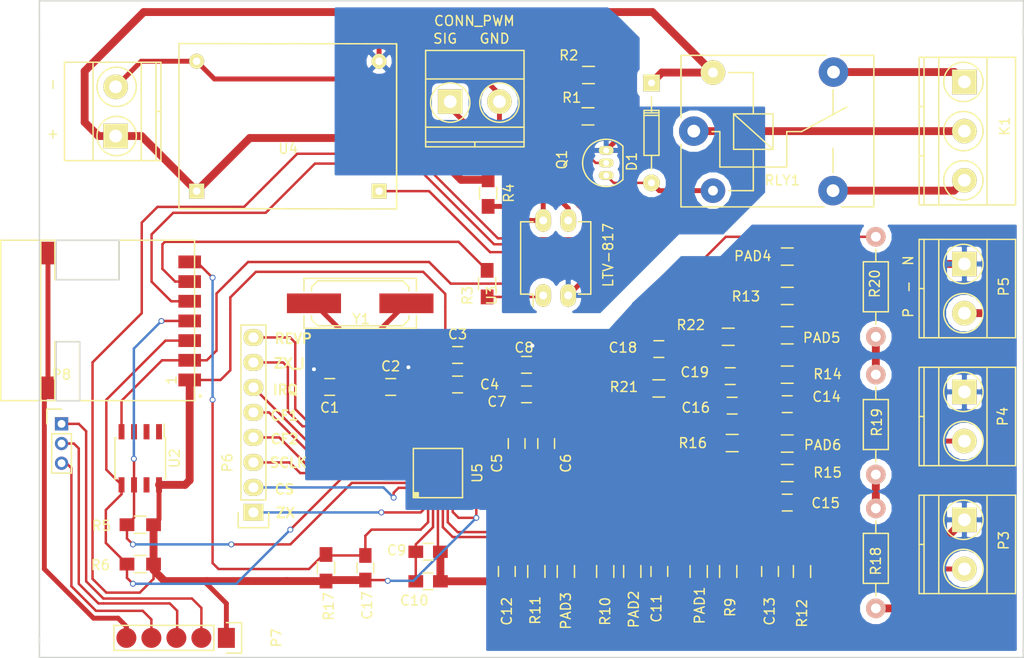
<source format=kicad_pcb>
(kicad_pcb (version 4) (host pcbnew 4.0.2-stable)

  (general
    (links 134)
    (no_connects 0)
    (area 22.794999 85.174999 127.075001 152.075001)
    (thickness 1.6)
    (drawings 28)
    (tracks 538)
    (zones 0)
    (modules 63)
    (nets 52)
  )

  (page A4)
  (layers
    (0 F.Cu signal)
    (31 B.Cu signal)
    (32 B.Adhes user)
    (33 F.Adhes user)
    (34 B.Paste user)
    (35 F.Paste user)
    (36 B.SilkS user)
    (37 F.SilkS user)
    (38 B.Mask user)
    (39 F.Mask user)
    (40 Dwgs.User user)
    (41 Cmts.User user)
    (42 Eco1.User user)
    (43 Eco2.User user)
    (44 Edge.Cuts user)
    (45 Margin user)
    (46 B.CrtYd user)
    (47 F.CrtYd user)
    (48 B.Fab user)
    (49 F.Fab user)
  )

  (setup
    (last_trace_width 0.25)
    (trace_clearance 0.2)
    (zone_clearance 0.6)
    (zone_45_only no)
    (trace_min 0.2)
    (segment_width 0.2)
    (edge_width 0.15)
    (via_size 0.6)
    (via_drill 0.4)
    (via_min_size 0.4)
    (via_min_drill 0.3)
    (uvia_size 0.3)
    (uvia_drill 0.1)
    (uvias_allowed no)
    (uvia_min_size 0.2)
    (uvia_min_drill 0.1)
    (pcb_text_width 0.3)
    (pcb_text_size 1.5 1.5)
    (mod_edge_width 0.15)
    (mod_text_size 1 1)
    (mod_text_width 0.15)
    (pad_size 1.2 1.2)
    (pad_drill 0)
    (pad_to_mask_clearance 0.2)
    (aux_axis_origin 0 0)
    (visible_elements 7FFFFFFF)
    (pcbplotparams
      (layerselection 0x01030_80000001)
      (usegerberextensions false)
      (excludeedgelayer true)
      (linewidth 0.100000)
      (plotframeref false)
      (viasonmask false)
      (mode 1)
      (useauxorigin false)
      (hpglpennumber 1)
      (hpglpenspeed 20)
      (hpglpendiameter 15)
      (hpglpenoverlay 2)
      (psnegative false)
      (psa4output false)
      (plotreference true)
      (plotvalue true)
      (plotinvisibletext false)
      (padsonsilk true)
      (subtractmaskfromsilk false)
      (outputformat 1)
      (mirror false)
      (drillshape 0)
      (scaleselection 1)
      (outputdirectory ""))
  )

  (net 0 "")
  (net 1 CLKOUT)
  (net 2 AGND)
  (net 3 CLKIN)
  (net 4 REF)
  (net 5 VINTA)
  (net 6 VINTD)
  (net 7 "Net-(C11-Pad1)")
  (net 8 IAP)
  (net 9 IAN)
  (net 10 "Net-(C14-Pad1)")
  (net 11 IBP)
  (net 12 IBN)
  (net 13 RESET)
  (net 14 3V3)
  (net 15 VP)
  (net 16 VN)
  (net 17 "Net-(D1-Pad2)")
  (net 18 12V)
  (net 19 "Net-(K1-Pad3)")
  (net 20 "Net-(K1-Pad1)")
  (net 21 "Net-(K1-Pad2)")
  (net 22 PWM_GND)
  (net 23 PWM_SIG)
  (net 24 "Net-(P3-Pad2)")
  (net 25 "Net-(P4-Pad2)")
  (net 26 "Net-(P5-Pad2)")
  (net 27 ZX)
  (net 28 CS)
  (net 29 SCLK)
  (net 30 CF2)
  (net 31 CF1)
  (net 32 IRQ)
  (net 33 ZX_I)
  (net 34 REVP)
  (net 35 "Net-(Q1-Pad2)")
  (net 36 GND_SAMR)
  (net 37 PA18_RELAY)
  (net 38 "Net-(R3-Pad1)")
  (net 39 PA19_PWM)
  (net 40 MOSI/SCL/Rx)
  (net 41 MISO/SDA/Tx)
  (net 42 "Net-(R18-Pad2)")
  (net 43 "Net-(R19-Pad2)")
  (net 44 GND)
  (net 45 "Net-(U2-Pad1)")
  (net 46 "Net-(U2-Pad2)")
  (net 47 "Net-(U2-Pad3)")
  (net 48 "Net-(U2-Pad7)")
  (net 49 PA31)
  (net 50 PA30)
  (net 51 RST)

  (net_class Default "This is the default net class."
    (clearance 0.2)
    (trace_width 0.25)
    (via_dia 0.6)
    (via_drill 0.4)
    (uvia_dia 0.3)
    (uvia_drill 0.1)
    (add_net AGND)
    (add_net CF1)
    (add_net CF2)
    (add_net CS)
    (add_net IAN)
    (add_net IAP)
    (add_net IBN)
    (add_net IBP)
    (add_net IRQ)
    (add_net MISO/SDA/Tx)
    (add_net MOSI/SCL/Rx)
    (add_net "Net-(C11-Pad1)")
    (add_net "Net-(C14-Pad1)")
    (add_net "Net-(Q1-Pad2)")
    (add_net "Net-(R3-Pad1)")
    (add_net "Net-(U2-Pad1)")
    (add_net "Net-(U2-Pad2)")
    (add_net "Net-(U2-Pad3)")
    (add_net "Net-(U2-Pad7)")
    (add_net PA18_RELAY)
    (add_net PA19_PWM)
    (add_net PA30)
    (add_net PA31)
    (add_net REF)
    (add_net RESET)
    (add_net REVP)
    (add_net RST)
    (add_net SCLK)
    (add_net VINTA)
    (add_net VINTD)
    (add_net VN)
    (add_net VP)
    (add_net ZX)
    (add_net ZX_I)
  )

  (net_class pwr ""
    (clearance 0.2)
    (trace_width 0.8)
    (via_dia 0.6)
    (via_drill 0.4)
    (uvia_dia 0.3)
    (uvia_drill 0.1)
    (add_net 12V)
    (add_net "Net-(K1-Pad1)")
    (add_net "Net-(K1-Pad2)")
    (add_net "Net-(K1-Pad3)")
    (add_net "Net-(P5-Pad2)")
    (add_net "Net-(R18-Pad2)")
    (add_net "Net-(R19-Pad2)")
  )

  (net_class ss ""
    (clearance 0.2)
    (trace_width 0.5)
    (via_dia 0.6)
    (via_drill 0.4)
    (uvia_dia 0.3)
    (uvia_drill 0.1)
    (add_net 3V3)
    (add_net CLKIN)
    (add_net CLKOUT)
    (add_net GND)
    (add_net GND_SAMR)
    (add_net "Net-(D1-Pad2)")
    (add_net "Net-(P3-Pad2)")
    (add_net "Net-(P4-Pad2)")
    (add_net PWM_GND)
    (add_net PWM_SIG)
  )

  (module ATSAMR21B18A-MZ210PA-MOD:ATSAMR21B18A-MZ210PA (layer F.Cu) (tedit 5732BAEE) (tstamp 57317664)
    (at 31 117.75 90)
    (path /5729B010)
    (fp_text reference U1 (at 0.15 1.1 90) (layer F.SilkS) hide
      (effects (font (size 1 1) (thickness 0.15)))
    )
    (fp_text value ATSAMR21B18-MZ210PA (at -0.35 6.5 90) (layer F.Fab)
      (effects (font (size 1 1) (thickness 0.15)))
    )
    (fp_text user . (at -7.68 11.93 90) (layer F.SilkS)
      (effects (font (size 1 1) (thickness 0.25)))
    )
    (fp_text user 1 (at -6.05 9.43 90) (layer F.SilkS)
      (effects (font (size 1 1) (thickness 0.15)))
    )
    (fp_line (start -8.14 -3.87) (end 8.15 -3.87) (layer F.SilkS) (width 0.15))
    (fp_line (start 8.15 -3.84) (end 8.14 -3.83) (layer F.SilkS) (width 0.15))
    (fp_line (start -8.14 0.07) (end -2.14 0.07) (layer F.SilkS) (width 0.15))
    (fp_line (start -2.14 0.07) (end -2.14 -0.53) (layer F.SilkS) (width 0.15))
    (fp_line (start 8.16 4.07) (end 4.16 4.07) (layer F.SilkS) (width 0.15))
    (fp_line (start 4.16 4.07) (end 4.16 -2.43) (layer F.SilkS) (width 0.15))
    (fp_line (start 4.16 -2.43) (end 8.16 -2.43) (layer F.SilkS) (width 0.15))
    (fp_line (start -2.14 -0.43) (end -2.14 -2.43) (layer F.SilkS) (width 0.15))
    (fp_line (start -2.14 -2.43) (end -8.13 -2.43) (layer F.SilkS) (width 0.15))
    (fp_line (start -8.138 -7.93) (end 8.162 -7.93) (layer F.SilkS) (width 0.15))
    (fp_line (start 8.162 -7.93) (end 8.162 11.77) (layer F.SilkS) (width 0.15))
    (fp_line (start 8.162 11.77) (end -8.138 11.77) (layer F.SilkS) (width 0.15))
    (fp_line (start -8.138 11.77) (end -8.138 -7.93) (layer F.SilkS) (width 0.15))
    (pad 1 smd rect (at -6.04 11.27 90) (size 1.3 2.3) (layers F.Cu F.Paste F.Mask)
      (net 14 3V3))
    (pad 2 smd rect (at -4.04 11.27 90) (size 1.3 2.3) (layers F.Cu F.Paste F.Mask)
      (net 36 GND_SAMR))
    (pad 3 smd rect (at -2.04 11.27 90) (size 1.3 2.3) (layers F.Cu F.Paste F.Mask)
      (net 41 MISO/SDA/Tx))
    (pad 4 smd rect (at -0.04 11.27 90) (size 1.3 2.3) (layers F.Cu F.Paste F.Mask)
      (net 40 MOSI/SCL/Rx))
    (pad 5 smd rect (at 1.96 11.27 90) (size 1.3 2.3) (layers F.Cu F.Paste F.Mask)
      (net 37 PA18_RELAY))
    (pad 6 smd rect (at 3.96 11.27 90) (size 1.3 2.3) (layers F.Cu F.Paste F.Mask)
      (net 39 PA19_PWM))
    (pad 7 smd rect (at 5.96 11.27 90) (size 1.3 2.3) (layers F.Cu F.Paste F.Mask)
      (net 13 RESET))
    (pad 8 smd rect (at 6.86 -3.13 90) (size 2.3 1.3) (layers F.Cu F.Paste F.Mask)
      (net 44 GND))
    (pad 9 smd rect (at -6.84 -3.13 90) (size 2.3 1.3) (layers F.Cu F.Paste F.Mask)
      (net 44 GND))
  )

  (module Capacitors_SMD:C_0805_HandSoldering (layer F.Cu) (tedit 5732B8C3) (tstamp 57317568)
    (at 97.2 123.4)
    (descr "Capacitor SMD 0805, hand soldering")
    (tags "capacitor 0805")
    (path /5730578C/5731A138)
    (attr smd)
    (fp_text reference C19 (at -3.6 -0.4) (layer F.SilkS)
      (effects (font (size 1 1) (thickness 0.15)))
    )
    (fp_text value 33nF (at 0.1 1.5) (layer F.Fab)
      (effects (font (size 1 1) (thickness 0.15)))
    )
    (fp_line (start -2.3 -1) (end 2.3 -1) (layer F.CrtYd) (width 0.05))
    (fp_line (start -2.3 1) (end 2.3 1) (layer F.CrtYd) (width 0.05))
    (fp_line (start -2.3 -1) (end -2.3 1) (layer F.CrtYd) (width 0.05))
    (fp_line (start 2.3 -1) (end 2.3 1) (layer F.CrtYd) (width 0.05))
    (fp_line (start 0.5 -0.85) (end -0.5 -0.85) (layer F.SilkS) (width 0.15))
    (fp_line (start -0.5 0.85) (end 0.5 0.85) (layer F.SilkS) (width 0.15))
    (pad 1 smd rect (at -1.25 0) (size 1.5 1.25) (layers F.Cu F.Paste F.Mask)
      (net 16 VN))
    (pad 2 smd rect (at 1.25 0) (size 1.5 1.25) (layers F.Cu F.Paste F.Mask)
      (net 2 AGND))
    (model Capacitors_SMD.3dshapes/C_0805_HandSoldering.wrl
      (at (xyz 0 0 0))
      (scale (xyz 1 1 1))
      (rotate (xyz 0 0 0))
    )
  )

  (module Capacitors_SMD:C_0805_HandSoldering (layer F.Cu) (tedit 541A9B8D) (tstamp 57317508)
    (at 56.5 124.5 180)
    (descr "Capacitor SMD 0805, hand soldering")
    (tags "capacitor 0805")
    (path /5730578C/573064BC)
    (attr smd)
    (fp_text reference C1 (at 0 -2.1 180) (layer F.SilkS)
      (effects (font (size 1 1) (thickness 0.15)))
    )
    (fp_text value 20pF (at 0 2.1 180) (layer F.Fab)
      (effects (font (size 1 1) (thickness 0.15)))
    )
    (fp_line (start -2.3 -1) (end 2.3 -1) (layer F.CrtYd) (width 0.05))
    (fp_line (start -2.3 1) (end 2.3 1) (layer F.CrtYd) (width 0.05))
    (fp_line (start -2.3 -1) (end -2.3 1) (layer F.CrtYd) (width 0.05))
    (fp_line (start 2.3 -1) (end 2.3 1) (layer F.CrtYd) (width 0.05))
    (fp_line (start 0.5 -0.85) (end -0.5 -0.85) (layer F.SilkS) (width 0.15))
    (fp_line (start -0.5 0.85) (end 0.5 0.85) (layer F.SilkS) (width 0.15))
    (pad 1 smd rect (at -1.25 0 180) (size 1.5 1.25) (layers F.Cu F.Paste F.Mask)
      (net 1 CLKOUT))
    (pad 2 smd rect (at 1.25 0 180) (size 1.5 1.25) (layers F.Cu F.Paste F.Mask)
      (net 2 AGND))
    (model Capacitors_SMD.3dshapes/C_0805_HandSoldering.wrl
      (at (xyz 0 0 0))
      (scale (xyz 1 1 1))
      (rotate (xyz 0 0 0))
    )
  )

  (module Capacitors_SMD:C_0805_HandSoldering (layer F.Cu) (tedit 541A9B8D) (tstamp 5731750E)
    (at 62.7 124.5)
    (descr "Capacitor SMD 0805, hand soldering")
    (tags "capacitor 0805")
    (path /5730578C/573064E2)
    (attr smd)
    (fp_text reference C2 (at 0 -2.1) (layer F.SilkS)
      (effects (font (size 1 1) (thickness 0.15)))
    )
    (fp_text value 20pF (at 0 2.1) (layer F.Fab)
      (effects (font (size 1 1) (thickness 0.15)))
    )
    (fp_line (start -2.3 -1) (end 2.3 -1) (layer F.CrtYd) (width 0.05))
    (fp_line (start -2.3 1) (end 2.3 1) (layer F.CrtYd) (width 0.05))
    (fp_line (start -2.3 -1) (end -2.3 1) (layer F.CrtYd) (width 0.05))
    (fp_line (start 2.3 -1) (end 2.3 1) (layer F.CrtYd) (width 0.05))
    (fp_line (start 0.5 -0.85) (end -0.5 -0.85) (layer F.SilkS) (width 0.15))
    (fp_line (start -0.5 0.85) (end 0.5 0.85) (layer F.SilkS) (width 0.15))
    (pad 1 smd rect (at -1.25 0) (size 1.5 1.25) (layers F.Cu F.Paste F.Mask)
      (net 3 CLKIN))
    (pad 2 smd rect (at 1.25 0) (size 1.5 1.25) (layers F.Cu F.Paste F.Mask)
      (net 2 AGND))
    (model Capacitors_SMD.3dshapes/C_0805_HandSoldering.wrl
      (at (xyz 0 0 0))
      (scale (xyz 1 1 1))
      (rotate (xyz 0 0 0))
    )
  )

  (module Capacitors_SMD:C_0805_HandSoldering (layer F.Cu) (tedit 57319E05) (tstamp 57317514)
    (at 75.5 130.25 270)
    (descr "Capacitor SMD 0805, hand soldering")
    (tags "capacitor 0805")
    (path /5730578C/573071B0)
    (attr smd)
    (fp_text reference C5 (at 2 2 270) (layer F.SilkS)
      (effects (font (size 1 1) (thickness 0.15)))
    )
    (fp_text value 4.7uF (at -1 2 270) (layer F.Fab)
      (effects (font (size 1 1) (thickness 0.15)))
    )
    (fp_line (start -2.3 -1) (end 2.3 -1) (layer F.CrtYd) (width 0.05))
    (fp_line (start -2.3 1) (end 2.3 1) (layer F.CrtYd) (width 0.05))
    (fp_line (start -2.3 -1) (end -2.3 1) (layer F.CrtYd) (width 0.05))
    (fp_line (start 2.3 -1) (end 2.3 1) (layer F.CrtYd) (width 0.05))
    (fp_line (start 0.5 -0.85) (end -0.5 -0.85) (layer F.SilkS) (width 0.15))
    (fp_line (start -0.5 0.85) (end 0.5 0.85) (layer F.SilkS) (width 0.15))
    (pad 1 smd rect (at -1.25 0 270) (size 1.5 1.25) (layers F.Cu F.Paste F.Mask)
      (net 2 AGND))
    (pad 2 smd rect (at 1.25 0 270) (size 1.5 1.25) (layers F.Cu F.Paste F.Mask)
      (net 4 REF))
    (model Capacitors_SMD.3dshapes/C_0805_HandSoldering.wrl
      (at (xyz 0 0 0))
      (scale (xyz 1 1 1))
      (rotate (xyz 0 0 0))
    )
  )

  (module Capacitors_SMD:C_0805_HandSoldering (layer F.Cu) (tedit 57319DFD) (tstamp 5731751A)
    (at 78.5 130.25 270)
    (descr "Capacitor SMD 0805, hand soldering")
    (tags "capacitor 0805")
    (path /5730578C/57307296)
    (attr smd)
    (fp_text reference C6 (at 2 -2 270) (layer F.SilkS)
      (effects (font (size 1 1) (thickness 0.15)))
    )
    (fp_text value 0.1uF (at -2 -2 270) (layer F.Fab)
      (effects (font (size 1 1) (thickness 0.15)))
    )
    (fp_line (start -2.3 -1) (end 2.3 -1) (layer F.CrtYd) (width 0.05))
    (fp_line (start -2.3 1) (end 2.3 1) (layer F.CrtYd) (width 0.05))
    (fp_line (start -2.3 -1) (end -2.3 1) (layer F.CrtYd) (width 0.05))
    (fp_line (start 2.3 -1) (end 2.3 1) (layer F.CrtYd) (width 0.05))
    (fp_line (start 0.5 -0.85) (end -0.5 -0.85) (layer F.SilkS) (width 0.15))
    (fp_line (start -0.5 0.85) (end 0.5 0.85) (layer F.SilkS) (width 0.15))
    (pad 1 smd rect (at -1.25 0 270) (size 1.5 1.25) (layers F.Cu F.Paste F.Mask)
      (net 2 AGND))
    (pad 2 smd rect (at 1.25 0 270) (size 1.5 1.25) (layers F.Cu F.Paste F.Mask)
      (net 4 REF))
    (model Capacitors_SMD.3dshapes/C_0805_HandSoldering.wrl
      (at (xyz 0 0 0))
      (scale (xyz 1 1 1))
      (rotate (xyz 0 0 0))
    )
  )

  (module Capacitors_SMD:C_0805_HandSoldering (layer F.Cu) (tedit 5733027D) (tstamp 57317520)
    (at 76.5 125.25 180)
    (descr "Capacitor SMD 0805, hand soldering")
    (tags "capacitor 0805")
    (path /5730578C/57307D66)
    (attr smd)
    (fp_text reference C7 (at 3 -0.75 180) (layer F.SilkS)
      (effects (font (size 1 1) (thickness 0.15)))
    )
    (fp_text value 4.7uF (at -4 0 180) (layer F.Fab)
      (effects (font (size 1 1) (thickness 0.15)))
    )
    (fp_line (start -2.3 -1) (end 2.3 -1) (layer F.CrtYd) (width 0.05))
    (fp_line (start -2.3 1) (end 2.3 1) (layer F.CrtYd) (width 0.05))
    (fp_line (start -2.3 -1) (end -2.3 1) (layer F.CrtYd) (width 0.05))
    (fp_line (start 2.3 -1) (end 2.3 1) (layer F.CrtYd) (width 0.05))
    (fp_line (start 0.5 -0.85) (end -0.5 -0.85) (layer F.SilkS) (width 0.15))
    (fp_line (start -0.5 0.85) (end 0.5 0.85) (layer F.SilkS) (width 0.15))
    (pad 1 smd rect (at -1.25 0 180) (size 1.5 1.25) (layers F.Cu F.Paste F.Mask)
      (net 2 AGND))
    (pad 2 smd rect (at 1.25 0 180) (size 1.5 1.25) (layers F.Cu F.Paste F.Mask)
      (net 5 VINTA))
    (model Capacitors_SMD.3dshapes/C_0805_HandSoldering.wrl
      (at (xyz 0 0 0))
      (scale (xyz 1 1 1))
      (rotate (xyz 0 0 0))
    )
  )

  (module Capacitors_SMD:C_0805_HandSoldering (layer F.Cu) (tedit 5733027A) (tstamp 57317526)
    (at 76.5 122.25 180)
    (descr "Capacitor SMD 0805, hand soldering")
    (tags "capacitor 0805")
    (path /5730578C/57307D6C)
    (attr smd)
    (fp_text reference C8 (at 0.25 1.75 180) (layer F.SilkS)
      (effects (font (size 1 1) (thickness 0.15)))
    )
    (fp_text value 0.1uF (at -4 0 180) (layer F.Fab)
      (effects (font (size 1 1) (thickness 0.15)))
    )
    (fp_line (start -2.3 -1) (end 2.3 -1) (layer F.CrtYd) (width 0.05))
    (fp_line (start -2.3 1) (end 2.3 1) (layer F.CrtYd) (width 0.05))
    (fp_line (start -2.3 -1) (end -2.3 1) (layer F.CrtYd) (width 0.05))
    (fp_line (start 2.3 -1) (end 2.3 1) (layer F.CrtYd) (width 0.05))
    (fp_line (start 0.5 -0.85) (end -0.5 -0.85) (layer F.SilkS) (width 0.15))
    (fp_line (start -0.5 0.85) (end 0.5 0.85) (layer F.SilkS) (width 0.15))
    (pad 1 smd rect (at -1.25 0 180) (size 1.5 1.25) (layers F.Cu F.Paste F.Mask)
      (net 2 AGND))
    (pad 2 smd rect (at 1.25 0 180) (size 1.5 1.25) (layers F.Cu F.Paste F.Mask)
      (net 5 VINTA))
    (model Capacitors_SMD.3dshapes/C_0805_HandSoldering.wrl
      (at (xyz 0 0 0))
      (scale (xyz 1 1 1))
      (rotate (xyz 0 0 0))
    )
  )

  (module Capacitors_SMD:C_0805_HandSoldering (layer F.Cu) (tedit 5732B82B) (tstamp 5731752C)
    (at 66.5 141.25 180)
    (descr "Capacitor SMD 0805, hand soldering")
    (tags "capacitor 0805")
    (path /5730578C/57307B80)
    (attr smd)
    (fp_text reference C9 (at 3.2 0.15 180) (layer F.SilkS)
      (effects (font (size 1 1) (thickness 0.15)))
    )
    (fp_text value 4.7uF (at 0 2.1 180) (layer F.Fab)
      (effects (font (size 1 1) (thickness 0.15)))
    )
    (fp_line (start -2.3 -1) (end 2.3 -1) (layer F.CrtYd) (width 0.05))
    (fp_line (start -2.3 1) (end 2.3 1) (layer F.CrtYd) (width 0.05))
    (fp_line (start -2.3 -1) (end -2.3 1) (layer F.CrtYd) (width 0.05))
    (fp_line (start 2.3 -1) (end 2.3 1) (layer F.CrtYd) (width 0.05))
    (fp_line (start 0.5 -0.85) (end -0.5 -0.85) (layer F.SilkS) (width 0.15))
    (fp_line (start -0.5 0.85) (end 0.5 0.85) (layer F.SilkS) (width 0.15))
    (pad 1 smd rect (at -1.25 0 180) (size 1.5 1.25) (layers F.Cu F.Paste F.Mask)
      (net 2 AGND))
    (pad 2 smd rect (at 1.25 0 180) (size 1.5 1.25) (layers F.Cu F.Paste F.Mask)
      (net 6 VINTD))
    (model Capacitors_SMD.3dshapes/C_0805_HandSoldering.wrl
      (at (xyz 0 0 0))
      (scale (xyz 1 1 1))
      (rotate (xyz 0 0 0))
    )
  )

  (module Capacitors_SMD:C_0805_HandSoldering (layer F.Cu) (tedit 5732B82D) (tstamp 57317532)
    (at 66.5 144.25 180)
    (descr "Capacitor SMD 0805, hand soldering")
    (tags "capacitor 0805")
    (path /5730578C/57307B86)
    (attr smd)
    (fp_text reference C10 (at 1.4 -1.95 180) (layer F.SilkS)
      (effects (font (size 1 1) (thickness 0.15)))
    )
    (fp_text value 0.1uF (at -2.3 -2.15 180) (layer F.Fab)
      (effects (font (size 1 1) (thickness 0.15)))
    )
    (fp_line (start -2.3 -1) (end 2.3 -1) (layer F.CrtYd) (width 0.05))
    (fp_line (start -2.3 1) (end 2.3 1) (layer F.CrtYd) (width 0.05))
    (fp_line (start -2.3 -1) (end -2.3 1) (layer F.CrtYd) (width 0.05))
    (fp_line (start 2.3 -1) (end 2.3 1) (layer F.CrtYd) (width 0.05))
    (fp_line (start 0.5 -0.85) (end -0.5 -0.85) (layer F.SilkS) (width 0.15))
    (fp_line (start -0.5 0.85) (end 0.5 0.85) (layer F.SilkS) (width 0.15))
    (pad 1 smd rect (at -1.25 0 180) (size 1.5 1.25) (layers F.Cu F.Paste F.Mask)
      (net 2 AGND))
    (pad 2 smd rect (at 1.25 0 180) (size 1.5 1.25) (layers F.Cu F.Paste F.Mask)
      (net 6 VINTD))
    (model Capacitors_SMD.3dshapes/C_0805_HandSoldering.wrl
      (at (xyz 0 0 0))
      (scale (xyz 1 1 1))
      (rotate (xyz 0 0 0))
    )
  )

  (module Capacitors_SMD:C_0805_HandSoldering (layer F.Cu) (tedit 5732B850) (tstamp 57317538)
    (at 90 143.25 90)
    (descr "Capacitor SMD 0805, hand soldering")
    (tags "capacitor 0805")
    (path /5730578C/5730B644)
    (attr smd)
    (fp_text reference C11 (at -3.75 -0.3 90) (layer F.SilkS)
      (effects (font (size 1 1) (thickness 0.15)))
    )
    (fp_text value 22nF (at 4.35 0.2 90) (layer F.Fab)
      (effects (font (size 1 1) (thickness 0.15)))
    )
    (fp_line (start -2.3 -1) (end 2.3 -1) (layer F.CrtYd) (width 0.05))
    (fp_line (start -2.3 1) (end 2.3 1) (layer F.CrtYd) (width 0.05))
    (fp_line (start -2.3 -1) (end -2.3 1) (layer F.CrtYd) (width 0.05))
    (fp_line (start 2.3 -1) (end 2.3 1) (layer F.CrtYd) (width 0.05))
    (fp_line (start 0.5 -0.85) (end -0.5 -0.85) (layer F.SilkS) (width 0.15))
    (fp_line (start -0.5 0.85) (end 0.5 0.85) (layer F.SilkS) (width 0.15))
    (pad 1 smd rect (at -1.25 0 90) (size 1.5 1.25) (layers F.Cu F.Paste F.Mask)
      (net 7 "Net-(C11-Pad1)"))
    (pad 2 smd rect (at 1.25 0 90) (size 1.5 1.25) (layers F.Cu F.Paste F.Mask)
      (net 2 AGND))
    (model Capacitors_SMD.3dshapes/C_0805_HandSoldering.wrl
      (at (xyz 0 0 0))
      (scale (xyz 1 1 1))
      (rotate (xyz 0 0 0))
    )
  )

  (module Capacitors_SMD:C_0805_HandSoldering (layer F.Cu) (tedit 5732B83F) (tstamp 5731753E)
    (at 74.5 143.25 270)
    (descr "Capacitor SMD 0805, hand soldering")
    (tags "capacitor 0805")
    (path /5730578C/5730BBF7)
    (attr smd)
    (fp_text reference C12 (at 4.05 0 270) (layer F.SilkS)
      (effects (font (size 1 1) (thickness 0.15)))
    )
    (fp_text value 22nF (at -0.05 1.8 270) (layer F.Fab)
      (effects (font (size 1 1) (thickness 0.15)))
    )
    (fp_line (start -2.3 -1) (end 2.3 -1) (layer F.CrtYd) (width 0.05))
    (fp_line (start -2.3 1) (end 2.3 1) (layer F.CrtYd) (width 0.05))
    (fp_line (start -2.3 -1) (end -2.3 1) (layer F.CrtYd) (width 0.05))
    (fp_line (start 2.3 -1) (end 2.3 1) (layer F.CrtYd) (width 0.05))
    (fp_line (start 0.5 -0.85) (end -0.5 -0.85) (layer F.SilkS) (width 0.15))
    (fp_line (start -0.5 0.85) (end 0.5 0.85) (layer F.SilkS) (width 0.15))
    (pad 1 smd rect (at -1.25 0 270) (size 1.5 1.25) (layers F.Cu F.Paste F.Mask)
      (net 8 IAP))
    (pad 2 smd rect (at 1.25 0 270) (size 1.5 1.25) (layers F.Cu F.Paste F.Mask)
      (net 2 AGND))
    (model Capacitors_SMD.3dshapes/C_0805_HandSoldering.wrl
      (at (xyz 0 0 0))
      (scale (xyz 1 1 1))
      (rotate (xyz 0 0 0))
    )
  )

  (module Capacitors_SMD:C_0805_HandSoldering (layer F.Cu) (tedit 5732B85F) (tstamp 57317544)
    (at 101.25 143.25 270)
    (descr "Capacitor SMD 0805, hand soldering")
    (tags "capacitor 0805")
    (path /5730578C/5730BC66)
    (attr smd)
    (fp_text reference C13 (at 4.05 0.05 270) (layer F.SilkS)
      (effects (font (size 1 1) (thickness 0.15)))
    )
    (fp_text value 22nF (at 0.15 0.05 270) (layer F.Fab)
      (effects (font (size 1 1) (thickness 0.15)))
    )
    (fp_line (start -2.3 -1) (end 2.3 -1) (layer F.CrtYd) (width 0.05))
    (fp_line (start -2.3 1) (end 2.3 1) (layer F.CrtYd) (width 0.05))
    (fp_line (start -2.3 -1) (end -2.3 1) (layer F.CrtYd) (width 0.05))
    (fp_line (start 2.3 -1) (end 2.3 1) (layer F.CrtYd) (width 0.05))
    (fp_line (start 0.5 -0.85) (end -0.5 -0.85) (layer F.SilkS) (width 0.15))
    (fp_line (start -0.5 0.85) (end 0.5 0.85) (layer F.SilkS) (width 0.15))
    (pad 1 smd rect (at -1.25 0 270) (size 1.5 1.25) (layers F.Cu F.Paste F.Mask)
      (net 9 IAN))
    (pad 2 smd rect (at 1.25 0 270) (size 1.5 1.25) (layers F.Cu F.Paste F.Mask)
      (net 2 AGND))
    (model Capacitors_SMD.3dshapes/C_0805_HandSoldering.wrl
      (at (xyz 0 0 0))
      (scale (xyz 1 1 1))
      (rotate (xyz 0 0 0))
    )
  )

  (module Capacitors_SMD:C_0805_HandSoldering (layer F.Cu) (tedit 5732B8D2) (tstamp 5731754A)
    (at 103 126.25)
    (descr "Capacitor SMD 0805, hand soldering")
    (tags "capacitor 0805")
    (path /5730578C/5730F9A8)
    (attr smd)
    (fp_text reference C14 (at 4 -0.75) (layer F.SilkS)
      (effects (font (size 1 1) (thickness 0.15)))
    )
    (fp_text value 22nF (at 0 2.1) (layer F.Fab)
      (effects (font (size 1 1) (thickness 0.15)))
    )
    (fp_line (start -2.3 -1) (end 2.3 -1) (layer F.CrtYd) (width 0.05))
    (fp_line (start -2.3 1) (end 2.3 1) (layer F.CrtYd) (width 0.05))
    (fp_line (start -2.3 -1) (end -2.3 1) (layer F.CrtYd) (width 0.05))
    (fp_line (start 2.3 -1) (end 2.3 1) (layer F.CrtYd) (width 0.05))
    (fp_line (start 0.5 -0.85) (end -0.5 -0.85) (layer F.SilkS) (width 0.15))
    (fp_line (start -0.5 0.85) (end 0.5 0.85) (layer F.SilkS) (width 0.15))
    (pad 1 smd rect (at -1.25 0) (size 1.5 1.25) (layers F.Cu F.Paste F.Mask)
      (net 10 "Net-(C14-Pad1)"))
    (pad 2 smd rect (at 1.25 0) (size 1.5 1.25) (layers F.Cu F.Paste F.Mask)
      (net 2 AGND))
    (model Capacitors_SMD.3dshapes/C_0805_HandSoldering.wrl
      (at (xyz 0 0 0))
      (scale (xyz 1 1 1))
      (rotate (xyz 0 0 0))
    )
  )

  (module Capacitors_SMD:C_0805_HandSoldering (layer F.Cu) (tedit 5732B88E) (tstamp 57317550)
    (at 103 136.25)
    (descr "Capacitor SMD 0805, hand soldering")
    (tags "capacitor 0805")
    (path /5730578C/5730F9B0)
    (attr smd)
    (fp_text reference C15 (at 3.9 0.05) (layer F.SilkS)
      (effects (font (size 1 1) (thickness 0.15)))
    )
    (fp_text value 22nF (at -3.8 0.15) (layer F.Fab)
      (effects (font (size 1 1) (thickness 0.15)))
    )
    (fp_line (start -2.3 -1) (end 2.3 -1) (layer F.CrtYd) (width 0.05))
    (fp_line (start -2.3 1) (end 2.3 1) (layer F.CrtYd) (width 0.05))
    (fp_line (start -2.3 -1) (end -2.3 1) (layer F.CrtYd) (width 0.05))
    (fp_line (start 2.3 -1) (end 2.3 1) (layer F.CrtYd) (width 0.05))
    (fp_line (start 0.5 -0.85) (end -0.5 -0.85) (layer F.SilkS) (width 0.15))
    (fp_line (start -0.5 0.85) (end 0.5 0.85) (layer F.SilkS) (width 0.15))
    (pad 1 smd rect (at -1.25 0) (size 1.5 1.25) (layers F.Cu F.Paste F.Mask)
      (net 11 IBP))
    (pad 2 smd rect (at 1.25 0) (size 1.5 1.25) (layers F.Cu F.Paste F.Mask)
      (net 2 AGND))
    (model Capacitors_SMD.3dshapes/C_0805_HandSoldering.wrl
      (at (xyz 0 0 0))
      (scale (xyz 1 1 1))
      (rotate (xyz 0 0 0))
    )
  )

  (module Capacitors_SMD:C_0805_HandSoldering (layer F.Cu) (tedit 5732B897) (tstamp 57317556)
    (at 97.4 126.4)
    (descr "Capacitor SMD 0805, hand soldering")
    (tags "capacitor 0805")
    (path /5730578C/5730F9B6)
    (attr smd)
    (fp_text reference C16 (at -3.7 0.2) (layer F.SilkS)
      (effects (font (size 1 1) (thickness 0.15)))
    )
    (fp_text value 22nF (at 0 2.1) (layer F.Fab)
      (effects (font (size 1 1) (thickness 0.15)))
    )
    (fp_line (start -2.3 -1) (end 2.3 -1) (layer F.CrtYd) (width 0.05))
    (fp_line (start -2.3 1) (end 2.3 1) (layer F.CrtYd) (width 0.05))
    (fp_line (start -2.3 -1) (end -2.3 1) (layer F.CrtYd) (width 0.05))
    (fp_line (start 2.3 -1) (end 2.3 1) (layer F.CrtYd) (width 0.05))
    (fp_line (start 0.5 -0.85) (end -0.5 -0.85) (layer F.SilkS) (width 0.15))
    (fp_line (start -0.5 0.85) (end 0.5 0.85) (layer F.SilkS) (width 0.15))
    (pad 1 smd rect (at -1.25 0) (size 1.5 1.25) (layers F.Cu F.Paste F.Mask)
      (net 12 IBN))
    (pad 2 smd rect (at 1.25 0) (size 1.5 1.25) (layers F.Cu F.Paste F.Mask)
      (net 2 AGND))
    (model Capacitors_SMD.3dshapes/C_0805_HandSoldering.wrl
      (at (xyz 0 0 0))
      (scale (xyz 1 1 1))
      (rotate (xyz 0 0 0))
    )
  )

  (module Capacitors_SMD:C_0805_HandSoldering (layer F.Cu) (tedit 5732B812) (tstamp 5731755C)
    (at 60.125 142.875 270)
    (descr "Capacitor SMD 0805, hand soldering")
    (tags "capacitor 0805")
    (path /5730578C/57318F57)
    (attr smd)
    (fp_text reference C17 (at 3.825 -0.175 270) (layer F.SilkS)
      (effects (font (size 1 1) (thickness 0.15)))
    )
    (fp_text value 1uF (at -0.075 1.725 270) (layer F.Fab)
      (effects (font (size 1 1) (thickness 0.15)))
    )
    (fp_line (start -2.3 -1) (end 2.3 -1) (layer F.CrtYd) (width 0.05))
    (fp_line (start -2.3 1) (end 2.3 1) (layer F.CrtYd) (width 0.05))
    (fp_line (start -2.3 -1) (end -2.3 1) (layer F.CrtYd) (width 0.05))
    (fp_line (start 2.3 -1) (end 2.3 1) (layer F.CrtYd) (width 0.05))
    (fp_line (start 0.5 -0.85) (end -0.5 -0.85) (layer F.SilkS) (width 0.15))
    (fp_line (start -0.5 0.85) (end 0.5 0.85) (layer F.SilkS) (width 0.15))
    (pad 1 smd rect (at -1.25 0 270) (size 1.5 1.25) (layers F.Cu F.Paste F.Mask)
      (net 13 RESET))
    (pad 2 smd rect (at 1.25 0 270) (size 1.5 1.25) (layers F.Cu F.Paste F.Mask)
      (net 14 3V3))
    (model Capacitors_SMD.3dshapes/C_0805_HandSoldering.wrl
      (at (xyz 0 0 0))
      (scale (xyz 1 1 1))
      (rotate (xyz 0 0 0))
    )
  )

  (module Capacitors_SMD:C_0805_HandSoldering (layer F.Cu) (tedit 5732B8B6) (tstamp 57317562)
    (at 89.95 120.65)
    (descr "Capacitor SMD 0805, hand soldering")
    (tags "capacitor 0805")
    (path /5730578C/5731875D)
    (attr smd)
    (fp_text reference C18 (at -3.65 -0.15) (layer F.SilkS)
      (effects (font (size 1 1) (thickness 0.15)))
    )
    (fp_text value 33nF (at 0.15 1.85) (layer F.Fab)
      (effects (font (size 1 1) (thickness 0.15)))
    )
    (fp_line (start -2.3 -1) (end 2.3 -1) (layer F.CrtYd) (width 0.05))
    (fp_line (start -2.3 1) (end 2.3 1) (layer F.CrtYd) (width 0.05))
    (fp_line (start -2.3 -1) (end -2.3 1) (layer F.CrtYd) (width 0.05))
    (fp_line (start 2.3 -1) (end 2.3 1) (layer F.CrtYd) (width 0.05))
    (fp_line (start 0.5 -0.85) (end -0.5 -0.85) (layer F.SilkS) (width 0.15))
    (fp_line (start -0.5 0.85) (end 0.5 0.85) (layer F.SilkS) (width 0.15))
    (pad 1 smd rect (at -1.25 0) (size 1.5 1.25) (layers F.Cu F.Paste F.Mask)
      (net 15 VP))
    (pad 2 smd rect (at 1.25 0) (size 1.5 1.25) (layers F.Cu F.Paste F.Mask)
      (net 2 AGND))
    (model Capacitors_SMD.3dshapes/C_0805_HandSoldering.wrl
      (at (xyz 0 0 0))
      (scale (xyz 1 1 1))
      (rotate (xyz 0 0 0))
    )
  )

  (module Diodes_ThroughHole:Diode_DO-35_SOD27_Horizontal_RM10 (layer F.Cu) (tedit 57319986) (tstamp 5731756E)
    (at 89.2 93.6 270)
    (descr "Diode, DO-35,  SOD27, Horizontal, RM 10mm")
    (tags "Diode, DO-35, SOD27, Horizontal, RM 10mm, 1N4148,")
    (path /572FF6DE)
    (fp_text reference D1 (at 8 2 270) (layer F.SilkS)
      (effects (font (size 1 1) (thickness 0.15)))
    )
    (fp_text value IN4148 (at 4 2 270) (layer F.Fab)
      (effects (font (size 1 1) (thickness 0.15)))
    )
    (fp_line (start 7.36652 -0.00254) (end 8.76352 -0.00254) (layer F.SilkS) (width 0.15))
    (fp_line (start 2.92152 -0.00254) (end 1.39752 -0.00254) (layer F.SilkS) (width 0.15))
    (fp_line (start 3.30252 -0.76454) (end 3.30252 0.75946) (layer F.SilkS) (width 0.15))
    (fp_line (start 3.04852 -0.76454) (end 3.04852 0.75946) (layer F.SilkS) (width 0.15))
    (fp_line (start 2.79452 -0.00254) (end 2.79452 0.75946) (layer F.SilkS) (width 0.15))
    (fp_line (start 2.79452 0.75946) (end 7.36652 0.75946) (layer F.SilkS) (width 0.15))
    (fp_line (start 7.36652 0.75946) (end 7.36652 -0.76454) (layer F.SilkS) (width 0.15))
    (fp_line (start 7.36652 -0.76454) (end 2.79452 -0.76454) (layer F.SilkS) (width 0.15))
    (fp_line (start 2.79452 -0.76454) (end 2.79452 -0.00254) (layer F.SilkS) (width 0.15))
    (pad 2 thru_hole circle (at 10.16052 -0.00254 90) (size 1.69926 1.69926) (drill 0.70104) (layers *.Cu *.Mask F.SilkS)
      (net 17 "Net-(D1-Pad2)"))
    (pad 1 thru_hole rect (at 0.00052 -0.00254 90) (size 1.69926 1.69926) (drill 0.70104) (layers *.Cu *.Mask F.SilkS)
      (net 18 12V))
    (model Diodes_ThroughHole.3dshapes/Diode_DO-35_SOD27_Horizontal_RM10.wrl
      (at (xyz 0.2 0 0))
      (scale (xyz 0.4 0.4 0.4))
      (rotate (xyz 0 0 180))
    )
  )

  (module Terminal_Blocks:TerminalBlock_Pheonix_MKDS1.5-3pol (layer F.Cu) (tedit 573302F6) (tstamp 57317575)
    (at 121 93.5 270)
    (descr "3-way 5mm pitch terminal block, Phoenix MKDS series")
    (path /57300B5B)
    (fp_text reference K1 (at 4.5 -4.1 270) (layer F.SilkS)
      (effects (font (size 1 1) (thickness 0.15)))
    )
    (fp_text value "NO - C - NC" (at 5 6.7 270) (layer F.Fab)
      (effects (font (size 1 1) (thickness 0.15)))
    )
    (fp_line (start -2.7 4.8) (end -2.7 -5.4) (layer F.CrtYd) (width 0.05))
    (fp_line (start 12.7 4.8) (end -2.7 4.8) (layer F.CrtYd) (width 0.05))
    (fp_line (start 12.7 -5.4) (end 12.7 4.8) (layer F.CrtYd) (width 0.05))
    (fp_line (start -2.7 -5.4) (end 12.7 -5.4) (layer F.CrtYd) (width 0.05))
    (fp_circle (center 10 0.1) (end 8 0.1) (layer F.SilkS) (width 0.15))
    (fp_line (start 7.5 4.1) (end 7.5 4.6) (layer F.SilkS) (width 0.15))
    (fp_line (start 2.5 4.1) (end 2.5 4.6) (layer F.SilkS) (width 0.15))
    (fp_circle (center 5 0.1) (end 3 0.1) (layer F.SilkS) (width 0.15))
    (fp_circle (center 0 0.1) (end 2 0.1) (layer F.SilkS) (width 0.15))
    (fp_line (start -2.5 2.6) (end 12.5 2.6) (layer F.SilkS) (width 0.15))
    (fp_line (start -2.5 -2.3) (end 12.5 -2.3) (layer F.SilkS) (width 0.15))
    (fp_line (start -2.5 4.1) (end 12.5 4.1) (layer F.SilkS) (width 0.15))
    (fp_line (start -2.5 4.6) (end 12.5 4.6) (layer F.SilkS) (width 0.15))
    (fp_line (start 12.5 4.6) (end 12.5 -5.2) (layer F.SilkS) (width 0.15))
    (fp_line (start 12.5 -5.2) (end -2.5 -5.2) (layer F.SilkS) (width 0.15))
    (fp_line (start -2.5 -5.2) (end -2.5 4.6) (layer F.SilkS) (width 0.15))
    (pad 3 thru_hole circle (at 10 0 270) (size 2.5 2.5) (drill 1.3) (layers *.Cu *.Mask F.SilkS)
      (net 19 "Net-(K1-Pad3)"))
    (pad 1 thru_hole rect (at 0 0 270) (size 2.5 2.5) (drill 1.3) (layers *.Cu *.Mask F.SilkS)
      (net 20 "Net-(K1-Pad1)"))
    (pad 2 thru_hole circle (at 5 0 270) (size 2.5 2.5) (drill 1.3) (layers *.Cu *.Mask F.SilkS)
      (net 21 "Net-(K1-Pad2)"))
    (model Terminal_Blocks.3dshapes/TerminalBlock_Pheonix_MKDS1.5-3pol.wrl
      (at (xyz 0.1968 0 0))
      (scale (xyz 1 1 1))
      (rotate (xyz 0 0 0))
    )
  )

  (module Terminal_Blocks:TerminalBlock_Pheonix_MKDS1.5-2pol (layer F.Cu) (tedit 5732BADE) (tstamp 5731757B)
    (at 34.75 99 90)
    (descr "2-way 5mm pitch terminal block, Phoenix MKDS series")
    (path /572FFB3A)
    (fp_text reference "+     -" (at 2.7 -6.45 90) (layer F.SilkS)
      (effects (font (size 1 1) (thickness 0.15)))
    )
    (fp_text value INPUT_12V (at -3.8 -0.45 180) (layer F.Fab)
      (effects (font (size 1 1) (thickness 0.15)))
    )
    (fp_line (start -2.7 -5.4) (end 7.7 -5.4) (layer F.CrtYd) (width 0.05))
    (fp_line (start -2.7 4.8) (end -2.7 -5.4) (layer F.CrtYd) (width 0.05))
    (fp_line (start 7.7 4.8) (end -2.7 4.8) (layer F.CrtYd) (width 0.05))
    (fp_line (start 7.7 -5.4) (end 7.7 4.8) (layer F.CrtYd) (width 0.05))
    (fp_line (start 2.5 4.1) (end 2.5 4.6) (layer F.SilkS) (width 0.15))
    (fp_circle (center 5 0.1) (end 3 0.1) (layer F.SilkS) (width 0.15))
    (fp_circle (center 0 0.1) (end 2 0.1) (layer F.SilkS) (width 0.15))
    (fp_line (start -2.5 2.6) (end 7.5 2.6) (layer F.SilkS) (width 0.15))
    (fp_line (start -2.5 -2.3) (end 7.5 -2.3) (layer F.SilkS) (width 0.15))
    (fp_line (start -2.5 4.1) (end 7.5 4.1) (layer F.SilkS) (width 0.15))
    (fp_line (start -2.5 4.6) (end 7.5 4.6) (layer F.SilkS) (width 0.15))
    (fp_line (start 7.5 4.6) (end 7.5 -5.2) (layer F.SilkS) (width 0.15))
    (fp_line (start 7.5 -5.2) (end -2.5 -5.2) (layer F.SilkS) (width 0.15))
    (fp_line (start -2.5 -5.2) (end -2.5 4.6) (layer F.SilkS) (width 0.15))
    (pad 1 thru_hole rect (at 0 0 90) (size 2.5 2.5) (drill 1.3) (layers *.Cu *.Mask F.SilkS)
      (net 18 12V))
    (pad 2 thru_hole circle (at 5 0 90) (size 2.5 2.5) (drill 1.3) (layers *.Cu *.Mask F.SilkS)
      (net 22 PWM_GND))
    (model Terminal_Blocks.3dshapes/TerminalBlock_Pheonix_MKDS1.5-2pol.wrl
      (at (xyz 0.0984 0 0))
      (scale (xyz 1 1 1))
      (rotate (xyz 0 0 0))
    )
  )

  (module Terminal_Blocks:TerminalBlock_Pheonix_MKDS1.5-2pol (layer F.Cu) (tedit 5732B746) (tstamp 57317581)
    (at 68.75 95.5)
    (descr "2-way 5mm pitch terminal block, Phoenix MKDS series")
    (path /573007ED)
    (fp_text reference "SIG   GND" (at 2.15 -6.4) (layer F.SilkS)
      (effects (font (size 1 1) (thickness 0.15)))
    )
    (fp_text value CONN_PWM (at 2.45 -8.2) (layer F.SilkS)
      (effects (font (size 1 1) (thickness 0.15)))
    )
    (fp_line (start -2.7 -5.4) (end 7.7 -5.4) (layer F.CrtYd) (width 0.05))
    (fp_line (start -2.7 4.8) (end -2.7 -5.4) (layer F.CrtYd) (width 0.05))
    (fp_line (start 7.7 4.8) (end -2.7 4.8) (layer F.CrtYd) (width 0.05))
    (fp_line (start 7.7 -5.4) (end 7.7 4.8) (layer F.CrtYd) (width 0.05))
    (fp_line (start 2.5 4.1) (end 2.5 4.6) (layer F.SilkS) (width 0.15))
    (fp_circle (center 5 0.1) (end 3 0.1) (layer F.SilkS) (width 0.15))
    (fp_circle (center 0 0.1) (end 2 0.1) (layer F.SilkS) (width 0.15))
    (fp_line (start -2.5 2.6) (end 7.5 2.6) (layer F.SilkS) (width 0.15))
    (fp_line (start -2.5 -2.3) (end 7.5 -2.3) (layer F.SilkS) (width 0.15))
    (fp_line (start -2.5 4.1) (end 7.5 4.1) (layer F.SilkS) (width 0.15))
    (fp_line (start -2.5 4.6) (end 7.5 4.6) (layer F.SilkS) (width 0.15))
    (fp_line (start 7.5 4.6) (end 7.5 -5.2) (layer F.SilkS) (width 0.15))
    (fp_line (start 7.5 -5.2) (end -2.5 -5.2) (layer F.SilkS) (width 0.15))
    (fp_line (start -2.5 -5.2) (end -2.5 4.6) (layer F.SilkS) (width 0.15))
    (pad 1 thru_hole rect (at 0 0) (size 2.5 2.5) (drill 1.3) (layers *.Cu *.Mask F.SilkS)
      (net 23 PWM_SIG))
    (pad 2 thru_hole circle (at 5 0) (size 2.5 2.5) (drill 1.3) (layers *.Cu *.Mask F.SilkS)
      (net 22 PWM_GND))
    (model Terminal_Blocks.3dshapes/TerminalBlock_Pheonix_MKDS1.5-2pol.wrl
      (at (xyz 0.0984 0 0))
      (scale (xyz 1 1 1))
      (rotate (xyz 0 0 0))
    )
  )

  (module Terminal_Blocks:TerminalBlock_Pheonix_MKDS1.5-2pol (layer F.Cu) (tedit 5733032F) (tstamp 57317587)
    (at 121 138 270)
    (descr "2-way 5mm pitch terminal block, Phoenix MKDS series")
    (path /5730578C/5730B1F6)
    (fp_text reference P3 (at 2.1 -4 270) (layer F.SilkS)
      (effects (font (size 1 1) (thickness 0.15)))
    )
    (fp_text value "IAP - IAN" (at 2.3 5.8 270) (layer F.Fab)
      (effects (font (size 1 1) (thickness 0.15)))
    )
    (fp_line (start -2.7 -5.4) (end 7.7 -5.4) (layer F.CrtYd) (width 0.05))
    (fp_line (start -2.7 4.8) (end -2.7 -5.4) (layer F.CrtYd) (width 0.05))
    (fp_line (start 7.7 4.8) (end -2.7 4.8) (layer F.CrtYd) (width 0.05))
    (fp_line (start 7.7 -5.4) (end 7.7 4.8) (layer F.CrtYd) (width 0.05))
    (fp_line (start 2.5 4.1) (end 2.5 4.6) (layer F.SilkS) (width 0.15))
    (fp_circle (center 5 0.1) (end 3 0.1) (layer F.SilkS) (width 0.15))
    (fp_circle (center 0 0.1) (end 2 0.1) (layer F.SilkS) (width 0.15))
    (fp_line (start -2.5 2.6) (end 7.5 2.6) (layer F.SilkS) (width 0.15))
    (fp_line (start -2.5 -2.3) (end 7.5 -2.3) (layer F.SilkS) (width 0.15))
    (fp_line (start -2.5 4.1) (end 7.5 4.1) (layer F.SilkS) (width 0.15))
    (fp_line (start -2.5 4.6) (end 7.5 4.6) (layer F.SilkS) (width 0.15))
    (fp_line (start 7.5 4.6) (end 7.5 -5.2) (layer F.SilkS) (width 0.15))
    (fp_line (start 7.5 -5.2) (end -2.5 -5.2) (layer F.SilkS) (width 0.15))
    (fp_line (start -2.5 -5.2) (end -2.5 4.6) (layer F.SilkS) (width 0.15))
    (pad 1 thru_hole rect (at 0 0 270) (size 2.5 2.5) (drill 1.3) (layers *.Cu *.Mask F.SilkS)
      (net 2 AGND))
    (pad 2 thru_hole circle (at 5 0 270) (size 2.5 2.5) (drill 1.3) (layers *.Cu *.Mask F.SilkS)
      (net 24 "Net-(P3-Pad2)"))
    (model Terminal_Blocks.3dshapes/TerminalBlock_Pheonix_MKDS1.5-2pol.wrl
      (at (xyz 0.0984 0 0))
      (scale (xyz 1 1 1))
      (rotate (xyz 0 0 0))
    )
  )

  (module Terminal_Blocks:TerminalBlock_Pheonix_MKDS1.5-2pol (layer F.Cu) (tedit 57330324) (tstamp 5731758D)
    (at 121 125 270)
    (descr "2-way 5mm pitch terminal block, Phoenix MKDS series")
    (path /5730578C/5730F996)
    (fp_text reference P4 (at 2.5 -3.9 270) (layer F.SilkS)
      (effects (font (size 1 1) (thickness 0.15)))
    )
    (fp_text value "IBP - IBN" (at 2.4 5.9 270) (layer F.Fab)
      (effects (font (size 1 1) (thickness 0.15)))
    )
    (fp_line (start -2.7 -5.4) (end 7.7 -5.4) (layer F.CrtYd) (width 0.05))
    (fp_line (start -2.7 4.8) (end -2.7 -5.4) (layer F.CrtYd) (width 0.05))
    (fp_line (start 7.7 4.8) (end -2.7 4.8) (layer F.CrtYd) (width 0.05))
    (fp_line (start 7.7 -5.4) (end 7.7 4.8) (layer F.CrtYd) (width 0.05))
    (fp_line (start 2.5 4.1) (end 2.5 4.6) (layer F.SilkS) (width 0.15))
    (fp_circle (center 5 0.1) (end 3 0.1) (layer F.SilkS) (width 0.15))
    (fp_circle (center 0 0.1) (end 2 0.1) (layer F.SilkS) (width 0.15))
    (fp_line (start -2.5 2.6) (end 7.5 2.6) (layer F.SilkS) (width 0.15))
    (fp_line (start -2.5 -2.3) (end 7.5 -2.3) (layer F.SilkS) (width 0.15))
    (fp_line (start -2.5 4.1) (end 7.5 4.1) (layer F.SilkS) (width 0.15))
    (fp_line (start -2.5 4.6) (end 7.5 4.6) (layer F.SilkS) (width 0.15))
    (fp_line (start 7.5 4.6) (end 7.5 -5.2) (layer F.SilkS) (width 0.15))
    (fp_line (start 7.5 -5.2) (end -2.5 -5.2) (layer F.SilkS) (width 0.15))
    (fp_line (start -2.5 -5.2) (end -2.5 4.6) (layer F.SilkS) (width 0.15))
    (pad 1 thru_hole rect (at 0 0 270) (size 2.5 2.5) (drill 1.3) (layers *.Cu *.Mask F.SilkS)
      (net 2 AGND))
    (pad 2 thru_hole circle (at 5 0 270) (size 2.5 2.5) (drill 1.3) (layers *.Cu *.Mask F.SilkS)
      (net 25 "Net-(P4-Pad2)"))
    (model Terminal_Blocks.3dshapes/TerminalBlock_Pheonix_MKDS1.5-2pol.wrl
      (at (xyz 0.0984 0 0))
      (scale (xyz 1 1 1))
      (rotate (xyz 0 0 0))
    )
  )

  (module Terminal_Blocks:TerminalBlock_Pheonix_MKDS1.5-2pol (layer F.Cu) (tedit 57330311) (tstamp 57317593)
    (at 121 112 270)
    (descr "2-way 5mm pitch terminal block, Phoenix MKDS series")
    (path /5730578C/573192EE)
    (fp_text reference P5 (at 2.3 -4 270) (layer F.SilkS)
      (effects (font (size 1 1) (thickness 0.15)))
    )
    (fp_text value "P  -  N" (at 2.3 5.7 270) (layer F.SilkS)
      (effects (font (size 1 1) (thickness 0.15)))
    )
    (fp_line (start -2.7 -5.4) (end 7.7 -5.4) (layer F.CrtYd) (width 0.05))
    (fp_line (start -2.7 4.8) (end -2.7 -5.4) (layer F.CrtYd) (width 0.05))
    (fp_line (start 7.7 4.8) (end -2.7 4.8) (layer F.CrtYd) (width 0.05))
    (fp_line (start 7.7 -5.4) (end 7.7 4.8) (layer F.CrtYd) (width 0.05))
    (fp_line (start 2.5 4.1) (end 2.5 4.6) (layer F.SilkS) (width 0.15))
    (fp_circle (center 5 0.1) (end 3 0.1) (layer F.SilkS) (width 0.15))
    (fp_circle (center 0 0.1) (end 2 0.1) (layer F.SilkS) (width 0.15))
    (fp_line (start -2.5 2.6) (end 7.5 2.6) (layer F.SilkS) (width 0.15))
    (fp_line (start -2.5 -2.3) (end 7.5 -2.3) (layer F.SilkS) (width 0.15))
    (fp_line (start -2.5 4.1) (end 7.5 4.1) (layer F.SilkS) (width 0.15))
    (fp_line (start -2.5 4.6) (end 7.5 4.6) (layer F.SilkS) (width 0.15))
    (fp_line (start 7.5 4.6) (end 7.5 -5.2) (layer F.SilkS) (width 0.15))
    (fp_line (start 7.5 -5.2) (end -2.5 -5.2) (layer F.SilkS) (width 0.15))
    (fp_line (start -2.5 -5.2) (end -2.5 4.6) (layer F.SilkS) (width 0.15))
    (pad 1 thru_hole rect (at 0 0 270) (size 2.5 2.5) (drill 1.3) (layers *.Cu *.Mask F.SilkS)
      (net 2 AGND))
    (pad 2 thru_hole circle (at 5 0 270) (size 2.5 2.5) (drill 1.3) (layers *.Cu *.Mask F.SilkS)
      (net 26 "Net-(P5-Pad2)"))
    (model Terminal_Blocks.3dshapes/TerminalBlock_Pheonix_MKDS1.5-2pol.wrl
      (at (xyz 0.0984 0 0))
      (scale (xyz 1 1 1))
      (rotate (xyz 0 0 0))
    )
  )

  (module Pin_Headers:Pin_Header_Straight_1x08 (layer F.Cu) (tedit 5732BAF6) (tstamp 5731759F)
    (at 48.75 137.25 180)
    (descr "Through hole pin header")
    (tags "pin header")
    (path /5730578C/5732940E)
    (fp_text reference P6 (at 2.65 5.05 270) (layer F.SilkS)
      (effects (font (size 1 1) (thickness 0.15)))
    )
    (fp_text value CONN_01X08 (at 2.95 8.85 270) (layer F.Fab)
      (effects (font (size 1 1) (thickness 0.15)))
    )
    (fp_line (start -1.75 -1.75) (end -1.75 19.55) (layer F.CrtYd) (width 0.05))
    (fp_line (start 1.75 -1.75) (end 1.75 19.55) (layer F.CrtYd) (width 0.05))
    (fp_line (start -1.75 -1.75) (end 1.75 -1.75) (layer F.CrtYd) (width 0.05))
    (fp_line (start -1.75 19.55) (end 1.75 19.55) (layer F.CrtYd) (width 0.05))
    (fp_line (start 1.27 1.27) (end 1.27 19.05) (layer F.SilkS) (width 0.15))
    (fp_line (start 1.27 19.05) (end -1.27 19.05) (layer F.SilkS) (width 0.15))
    (fp_line (start -1.27 19.05) (end -1.27 1.27) (layer F.SilkS) (width 0.15))
    (fp_line (start 1.55 -1.55) (end 1.55 0) (layer F.SilkS) (width 0.15))
    (fp_line (start 1.27 1.27) (end -1.27 1.27) (layer F.SilkS) (width 0.15))
    (fp_line (start -1.55 0) (end -1.55 -1.55) (layer F.SilkS) (width 0.15))
    (fp_line (start -1.55 -1.55) (end 1.55 -1.55) (layer F.SilkS) (width 0.15))
    (pad 1 thru_hole rect (at 0 0 180) (size 2.032 1.7272) (drill 1.016) (layers *.Cu *.Mask F.SilkS)
      (net 27 ZX))
    (pad 2 thru_hole oval (at 0 2.54 180) (size 2.032 1.7272) (drill 1.016) (layers *.Cu *.Mask F.SilkS)
      (net 28 CS))
    (pad 3 thru_hole oval (at 0 5.08 180) (size 2.032 1.7272) (drill 1.016) (layers *.Cu *.Mask F.SilkS)
      (net 29 SCLK))
    (pad 4 thru_hole oval (at 0 7.62 180) (size 2.032 1.7272) (drill 1.016) (layers *.Cu *.Mask F.SilkS)
      (net 30 CF2))
    (pad 5 thru_hole oval (at 0 10.16 180) (size 2.032 1.7272) (drill 1.016) (layers *.Cu *.Mask F.SilkS)
      (net 31 CF1))
    (pad 6 thru_hole oval (at 0 12.7 180) (size 2.032 1.7272) (drill 1.016) (layers *.Cu *.Mask F.SilkS)
      (net 32 IRQ))
    (pad 7 thru_hole oval (at 0 15.24 180) (size 2.032 1.7272) (drill 1.016) (layers *.Cu *.Mask F.SilkS)
      (net 33 ZX_I))
    (pad 8 thru_hole oval (at 0 17.78 180) (size 2.032 1.7272) (drill 1.016) (layers *.Cu *.Mask F.SilkS)
      (net 34 REVP))
    (model Pin_Headers.3dshapes/Pin_Header_Straight_1x08.wrl
      (at (xyz 0 -0.35 0))
      (scale (xyz 1 1 1))
      (rotate (xyz 0 0 90))
    )
  )

  (module TO_SOT_Packages_THT:TO-92_Inline_Narrow_Oval (layer F.Cu) (tedit 5732B929) (tstamp 573175CA)
    (at 84.6 103 90)
    (descr "TO-92 leads in-line, narrow, oval pads, drill 0.6mm (see NXP sot054_po.pdf)")
    (tags "to-92 sc-43 sc-43a sot54 PA33 transistor")
    (path /572FF4C9)
    (fp_text reference Q1 (at 1.6 -4.5 90) (layer F.SilkS)
      (effects (font (size 1 1) (thickness 0.15)))
    )
    (fp_text value BC547 (at 1.1 -3 90) (layer F.Fab)
      (effects (font (size 1 1) (thickness 0.15)))
    )
    (fp_line (start -1.4 1.95) (end -1.4 -2.65) (layer F.CrtYd) (width 0.05))
    (fp_line (start -1.4 1.95) (end 3.95 1.95) (layer F.CrtYd) (width 0.05))
    (fp_line (start -0.43 1.7) (end 2.97 1.7) (layer F.SilkS) (width 0.15))
    (fp_arc (start 1.27 0) (end 1.27 -2.4) (angle -135) (layer F.SilkS) (width 0.15))
    (fp_arc (start 1.27 0) (end 1.27 -2.4) (angle 135) (layer F.SilkS) (width 0.15))
    (fp_line (start -1.4 -2.65) (end 3.95 -2.65) (layer F.CrtYd) (width 0.05))
    (fp_line (start 3.95 1.95) (end 3.95 -2.65) (layer F.CrtYd) (width 0.05))
    (pad 2 thru_hole oval (at 1.27 0 270) (size 0.89916 1.50114) (drill 0.6) (layers *.Cu *.Mask F.SilkS)
      (net 35 "Net-(Q1-Pad2)"))
    (pad 3 thru_hole oval (at 2.54 0 270) (size 0.89916 1.50114) (drill 0.6) (layers *.Cu *.Mask F.SilkS)
      (net 36 GND_SAMR))
    (pad 1 thru_hole oval (at 0 0 270) (size 0.89916 1.50114) (drill 0.6) (layers *.Cu *.Mask F.SilkS)
      (net 17 "Net-(D1-Pad2)"))
    (model TO_SOT_Packages_THT.3dshapes/TO-92_Inline_Narrow_Oval.wrl
      (at (xyz 0.05 0 0))
      (scale (xyz 1 1 1))
      (rotate (xyz 0 0 -90))
    )
  )

  (module Resistors_SMD:R_0805_HandSoldering (layer F.Cu) (tedit 5732B6A8) (tstamp 573175D0)
    (at 82.75 97 180)
    (descr "Resistor SMD 0805, hand soldering")
    (tags "resistor 0805")
    (path /572FF66B)
    (attr smd)
    (fp_text reference R1 (at 1.65 1.9 180) (layer F.SilkS)
      (effects (font (size 1 1) (thickness 0.15)))
    )
    (fp_text value 10K (at -1.45 2 180) (layer F.Fab)
      (effects (font (size 1 1) (thickness 0.15)))
    )
    (fp_line (start -2.4 -1) (end 2.4 -1) (layer F.CrtYd) (width 0.05))
    (fp_line (start -2.4 1) (end 2.4 1) (layer F.CrtYd) (width 0.05))
    (fp_line (start -2.4 -1) (end -2.4 1) (layer F.CrtYd) (width 0.05))
    (fp_line (start 2.4 -1) (end 2.4 1) (layer F.CrtYd) (width 0.05))
    (fp_line (start 0.6 0.875) (end -0.6 0.875) (layer F.SilkS) (width 0.15))
    (fp_line (start -0.6 -0.875) (end 0.6 -0.875) (layer F.SilkS) (width 0.15))
    (pad 1 smd rect (at -1.35 0 180) (size 1.5 1.3) (layers F.Cu F.Paste F.Mask)
      (net 35 "Net-(Q1-Pad2)"))
    (pad 2 smd rect (at 1.35 0 180) (size 1.5 1.3) (layers F.Cu F.Paste F.Mask)
      (net 37 PA18_RELAY))
    (model Resistors_SMD.3dshapes/R_0805_HandSoldering.wrl
      (at (xyz 0 0 0))
      (scale (xyz 1 1 1))
      (rotate (xyz 0 0 0))
    )
  )

  (module Resistors_SMD:R_0805_HandSoldering (layer F.Cu) (tedit 5732B6AB) (tstamp 573175D6)
    (at 82.8 92.8 180)
    (descr "Resistor SMD 0805, hand soldering")
    (tags "resistor 0805")
    (path /57300267)
    (attr smd)
    (fp_text reference R2 (at 2 2 180) (layer F.SilkS)
      (effects (font (size 1 1) (thickness 0.15)))
    )
    (fp_text value 4.7K (at -0.9 2.1 180) (layer F.Fab)
      (effects (font (size 1 1) (thickness 0.15)))
    )
    (fp_line (start -2.4 -1) (end 2.4 -1) (layer F.CrtYd) (width 0.05))
    (fp_line (start -2.4 1) (end 2.4 1) (layer F.CrtYd) (width 0.05))
    (fp_line (start -2.4 -1) (end -2.4 1) (layer F.CrtYd) (width 0.05))
    (fp_line (start 2.4 -1) (end 2.4 1) (layer F.CrtYd) (width 0.05))
    (fp_line (start 0.6 0.875) (end -0.6 0.875) (layer F.SilkS) (width 0.15))
    (fp_line (start -0.6 -0.875) (end 0.6 -0.875) (layer F.SilkS) (width 0.15))
    (pad 1 smd rect (at -1.35 0 180) (size 1.5 1.3) (layers F.Cu F.Paste F.Mask)
      (net 37 PA18_RELAY))
    (pad 2 smd rect (at 1.35 0 180) (size 1.5 1.3) (layers F.Cu F.Paste F.Mask)
      (net 14 3V3))
    (model Resistors_SMD.3dshapes/R_0805_HandSoldering.wrl
      (at (xyz 0 0 0))
      (scale (xyz 1 1 1))
      (rotate (xyz 0 0 0))
    )
  )

  (module Resistors_SMD:R_0805_HandSoldering (layer F.Cu) (tedit 5732B761) (tstamp 573175DC)
    (at 72.5 114 90)
    (descr "Resistor SMD 0805, hand soldering")
    (tags "resistor 0805")
    (path /573002BE)
    (attr smd)
    (fp_text reference R3 (at -1.2 -2 90) (layer F.SilkS)
      (effects (font (size 1 1) (thickness 0.15)))
    )
    (fp_text value 100 (at 1.4 -2 90) (layer F.Fab)
      (effects (font (size 1 1) (thickness 0.15)))
    )
    (fp_line (start -2.4 -1) (end 2.4 -1) (layer F.CrtYd) (width 0.05))
    (fp_line (start -2.4 1) (end 2.4 1) (layer F.CrtYd) (width 0.05))
    (fp_line (start -2.4 -1) (end -2.4 1) (layer F.CrtYd) (width 0.05))
    (fp_line (start 2.4 -1) (end 2.4 1) (layer F.CrtYd) (width 0.05))
    (fp_line (start 0.6 0.875) (end -0.6 0.875) (layer F.SilkS) (width 0.15))
    (fp_line (start -0.6 -0.875) (end 0.6 -0.875) (layer F.SilkS) (width 0.15))
    (pad 1 smd rect (at -1.35 0 90) (size 1.5 1.3) (layers F.Cu F.Paste F.Mask)
      (net 38 "Net-(R3-Pad1)"))
    (pad 2 smd rect (at 1.35 0 90) (size 1.5 1.3) (layers F.Cu F.Paste F.Mask)
      (net 39 PA19_PWM))
    (model Resistors_SMD.3dshapes/R_0805_HandSoldering.wrl
      (at (xyz 0 0 0))
      (scale (xyz 1 1 1))
      (rotate (xyz 0 0 0))
    )
  )

  (module Resistors_SMD:R_0805_HandSoldering (layer F.Cu) (tedit 54189DEE) (tstamp 573175E2)
    (at 72.6 104.8 270)
    (descr "Resistor SMD 0805, hand soldering")
    (tags "resistor 0805")
    (path /57301147)
    (attr smd)
    (fp_text reference R4 (at 0 -2.1 270) (layer F.SilkS)
      (effects (font (size 1 1) (thickness 0.15)))
    )
    (fp_text value 10K (at 0 2.1 270) (layer F.Fab)
      (effects (font (size 1 1) (thickness 0.15)))
    )
    (fp_line (start -2.4 -1) (end 2.4 -1) (layer F.CrtYd) (width 0.05))
    (fp_line (start -2.4 1) (end 2.4 1) (layer F.CrtYd) (width 0.05))
    (fp_line (start -2.4 -1) (end -2.4 1) (layer F.CrtYd) (width 0.05))
    (fp_line (start 2.4 -1) (end 2.4 1) (layer F.CrtYd) (width 0.05))
    (fp_line (start 0.6 0.875) (end -0.6 0.875) (layer F.SilkS) (width 0.15))
    (fp_line (start -0.6 -0.875) (end 0.6 -0.875) (layer F.SilkS) (width 0.15))
    (pad 1 smd rect (at -1.35 0 270) (size 1.5 1.3) (layers F.Cu F.Paste F.Mask)
      (net 18 12V))
    (pad 2 smd rect (at 1.35 0 270) (size 1.5 1.3) (layers F.Cu F.Paste F.Mask)
      (net 23 PWM_SIG))
    (model Resistors_SMD.3dshapes/R_0805_HandSoldering.wrl
      (at (xyz 0 0 0))
      (scale (xyz 1 1 1))
      (rotate (xyz 0 0 0))
    )
  )

  (module Resistors_SMD:R_0805_HandSoldering (layer F.Cu) (tedit 5732B793) (tstamp 573175E8)
    (at 37.25 138.5)
    (descr "Resistor SMD 0805, hand soldering")
    (tags "resistor 0805")
    (path /57303255)
    (attr smd)
    (fp_text reference R5 (at -3.95 0.1) (layer F.SilkS)
      (effects (font (size 1 1) (thickness 0.15)))
    )
    (fp_text value 10K (at -0.05 2.1) (layer F.Fab)
      (effects (font (size 1 1) (thickness 0.15)))
    )
    (fp_line (start -2.4 -1) (end 2.4 -1) (layer F.CrtYd) (width 0.05))
    (fp_line (start -2.4 1) (end 2.4 1) (layer F.CrtYd) (width 0.05))
    (fp_line (start -2.4 -1) (end -2.4 1) (layer F.CrtYd) (width 0.05))
    (fp_line (start 2.4 -1) (end 2.4 1) (layer F.CrtYd) (width 0.05))
    (fp_line (start 0.6 0.875) (end -0.6 0.875) (layer F.SilkS) (width 0.15))
    (fp_line (start -0.6 -0.875) (end 0.6 -0.875) (layer F.SilkS) (width 0.15))
    (pad 1 smd rect (at -1.35 0) (size 1.5 1.3) (layers F.Cu F.Paste F.Mask)
      (net 40 MOSI/SCL/Rx))
    (pad 2 smd rect (at 1.35 0) (size 1.5 1.3) (layers F.Cu F.Paste F.Mask)
      (net 14 3V3))
    (model Resistors_SMD.3dshapes/R_0805_HandSoldering.wrl
      (at (xyz 0 0 0))
      (scale (xyz 1 1 1))
      (rotate (xyz 0 0 0))
    )
  )

  (module Resistors_SMD:R_0805_HandSoldering (layer F.Cu) (tedit 5732B78E) (tstamp 573175EE)
    (at 37.25 142.5)
    (descr "Resistor SMD 0805, hand soldering")
    (tags "resistor 0805")
    (path /5730336B)
    (attr smd)
    (fp_text reference R6 (at -4.05 0.1) (layer F.SilkS)
      (effects (font (size 1 1) (thickness 0.15)))
    )
    (fp_text value 10K (at 0 2.1) (layer F.Fab)
      (effects (font (size 1 1) (thickness 0.15)))
    )
    (fp_line (start -2.4 -1) (end 2.4 -1) (layer F.CrtYd) (width 0.05))
    (fp_line (start -2.4 1) (end 2.4 1) (layer F.CrtYd) (width 0.05))
    (fp_line (start -2.4 -1) (end -2.4 1) (layer F.CrtYd) (width 0.05))
    (fp_line (start 2.4 -1) (end 2.4 1) (layer F.CrtYd) (width 0.05))
    (fp_line (start 0.6 0.875) (end -0.6 0.875) (layer F.SilkS) (width 0.15))
    (fp_line (start -0.6 -0.875) (end 0.6 -0.875) (layer F.SilkS) (width 0.15))
    (pad 1 smd rect (at -1.35 0) (size 1.5 1.3) (layers F.Cu F.Paste F.Mask)
      (net 41 MISO/SDA/Tx))
    (pad 2 smd rect (at 1.35 0) (size 1.5 1.3) (layers F.Cu F.Paste F.Mask)
      (net 14 3V3))
    (model Resistors_SMD.3dshapes/R_0805_HandSoldering.wrl
      (at (xyz 0 0 0))
      (scale (xyz 1 1 1))
      (rotate (xyz 0 0 0))
    )
  )

  (module Resistors_SMD:R_0805_HandSoldering (layer F.Cu) (tedit 5732B85C) (tstamp 57317600)
    (at 97 143.25 90)
    (descr "Resistor SMD 0805, hand soldering")
    (tags "resistor 0805")
    (path /5730578C/5730B159)
    (attr smd)
    (fp_text reference R9 (at -3.65 0.2 90) (layer F.SilkS)
      (effects (font (size 1 1) (thickness 0.15)))
    )
    (fp_text value R (at 3.25 0 90) (layer F.Fab)
      (effects (font (size 1 1) (thickness 0.15)))
    )
    (fp_line (start -2.4 -1) (end 2.4 -1) (layer F.CrtYd) (width 0.05))
    (fp_line (start -2.4 1) (end 2.4 1) (layer F.CrtYd) (width 0.05))
    (fp_line (start -2.4 -1) (end -2.4 1) (layer F.CrtYd) (width 0.05))
    (fp_line (start 2.4 -1) (end 2.4 1) (layer F.CrtYd) (width 0.05))
    (fp_line (start 0.6 0.875) (end -0.6 0.875) (layer F.SilkS) (width 0.15))
    (fp_line (start -0.6 -0.875) (end 0.6 -0.875) (layer F.SilkS) (width 0.15))
    (pad 1 smd rect (at -1.35 0 90) (size 1.5 1.3) (layers F.Cu F.Paste F.Mask)
      (net 24 "Net-(P3-Pad2)"))
    (pad 2 smd rect (at 1.35 0 90) (size 1.5 1.3) (layers F.Cu F.Paste F.Mask)
      (net 2 AGND))
    (model Resistors_SMD.3dshapes/R_0805_HandSoldering.wrl
      (at (xyz 0 0 0))
      (scale (xyz 1 1 1))
      (rotate (xyz 0 0 0))
    )
  )

  (module Resistors_SMD:R_0805_HandSoldering (layer F.Cu) (tedit 5732B846) (tstamp 57317606)
    (at 84.5 143.25 270)
    (descr "Resistor SMD 0805, hand soldering")
    (tags "resistor 0805")
    (path /5730578C/5730C040)
    (attr smd)
    (fp_text reference R10 (at 4.05 0 270) (layer F.SilkS)
      (effects (font (size 1 1) (thickness 0.15)))
    )
    (fp_text value 100 (at -3.85 0.1 270) (layer F.Fab)
      (effects (font (size 1 1) (thickness 0.15)))
    )
    (fp_line (start -2.4 -1) (end 2.4 -1) (layer F.CrtYd) (width 0.05))
    (fp_line (start -2.4 1) (end 2.4 1) (layer F.CrtYd) (width 0.05))
    (fp_line (start -2.4 -1) (end -2.4 1) (layer F.CrtYd) (width 0.05))
    (fp_line (start 2.4 -1) (end 2.4 1) (layer F.CrtYd) (width 0.05))
    (fp_line (start 0.6 0.875) (end -0.6 0.875) (layer F.SilkS) (width 0.15))
    (fp_line (start -0.6 -0.875) (end 0.6 -0.875) (layer F.SilkS) (width 0.15))
    (pad 1 smd rect (at -1.35 0 270) (size 1.5 1.3) (layers F.Cu F.Paste F.Mask)
      (net 24 "Net-(P3-Pad2)"))
    (pad 2 smd rect (at 1.35 0 270) (size 1.5 1.3) (layers F.Cu F.Paste F.Mask)
      (net 7 "Net-(C11-Pad1)"))
    (model Resistors_SMD.3dshapes/R_0805_HandSoldering.wrl
      (at (xyz 0 0 0))
      (scale (xyz 1 1 1))
      (rotate (xyz 0 0 0))
    )
  )

  (module Resistors_SMD:R_0805_HandSoldering (layer F.Cu) (tedit 5732B83B) (tstamp 5731760C)
    (at 77.5 143.25 270)
    (descr "Resistor SMD 0805, hand soldering")
    (tags "resistor 0805")
    (path /5730578C/5730B54F)
    (attr smd)
    (fp_text reference R11 (at 3.95 0.1 270) (layer F.SilkS)
      (effects (font (size 1 1) (thickness 0.15)))
    )
    (fp_text value 1K (at -3.45 -0.1 270) (layer F.Fab)
      (effects (font (size 1 1) (thickness 0.15)))
    )
    (fp_line (start -2.4 -1) (end 2.4 -1) (layer F.CrtYd) (width 0.05))
    (fp_line (start -2.4 1) (end 2.4 1) (layer F.CrtYd) (width 0.05))
    (fp_line (start -2.4 -1) (end -2.4 1) (layer F.CrtYd) (width 0.05))
    (fp_line (start 2.4 -1) (end 2.4 1) (layer F.CrtYd) (width 0.05))
    (fp_line (start 0.6 0.875) (end -0.6 0.875) (layer F.SilkS) (width 0.15))
    (fp_line (start -0.6 -0.875) (end 0.6 -0.875) (layer F.SilkS) (width 0.15))
    (pad 1 smd rect (at -1.35 0 270) (size 1.5 1.3) (layers F.Cu F.Paste F.Mask)
      (net 8 IAP))
    (pad 2 smd rect (at 1.35 0 270) (size 1.5 1.3) (layers F.Cu F.Paste F.Mask)
      (net 7 "Net-(C11-Pad1)"))
    (model Resistors_SMD.3dshapes/R_0805_HandSoldering.wrl
      (at (xyz 0 0 0))
      (scale (xyz 1 1 1))
      (rotate (xyz 0 0 0))
    )
  )

  (module Resistors_SMD:R_0805_HandSoldering (layer F.Cu) (tedit 5732B87A) (tstamp 57317612)
    (at 104.5 143.25 270)
    (descr "Resistor SMD 0805, hand soldering")
    (tags "resistor 0805")
    (path /5730578C/5730B59E)
    (attr smd)
    (fp_text reference R12 (at 4.25 0 270) (layer F.SilkS)
      (effects (font (size 1 1) (thickness 0.15)))
    )
    (fp_text value 1K (at 0.25 -1.7 270) (layer F.Fab)
      (effects (font (size 1 1) (thickness 0.15)))
    )
    (fp_line (start -2.4 -1) (end 2.4 -1) (layer F.CrtYd) (width 0.05))
    (fp_line (start -2.4 1) (end 2.4 1) (layer F.CrtYd) (width 0.05))
    (fp_line (start -2.4 -1) (end -2.4 1) (layer F.CrtYd) (width 0.05))
    (fp_line (start 2.4 -1) (end 2.4 1) (layer F.CrtYd) (width 0.05))
    (fp_line (start 0.6 0.875) (end -0.6 0.875) (layer F.SilkS) (width 0.15))
    (fp_line (start -0.6 -0.875) (end 0.6 -0.875) (layer F.SilkS) (width 0.15))
    (pad 1 smd rect (at -1.35 0 270) (size 1.5 1.3) (layers F.Cu F.Paste F.Mask)
      (net 9 IAN))
    (pad 2 smd rect (at 1.35 0 270) (size 1.5 1.3) (layers F.Cu F.Paste F.Mask)
      (net 2 AGND))
    (model Resistors_SMD.3dshapes/R_0805_HandSoldering.wrl
      (at (xyz 0 0 0))
      (scale (xyz 1 1 1))
      (rotate (xyz 0 0 0))
    )
  )

  (module Resistors_SMD:R_0805_HandSoldering (layer F.Cu) (tedit 5732B8F8) (tstamp 57317618)
    (at 103 115.25)
    (descr "Resistor SMD 0805, hand soldering")
    (tags "resistor 0805")
    (path /5730578C/5730F990)
    (attr smd)
    (fp_text reference R13 (at -4.2 0.05) (layer F.SilkS)
      (effects (font (size 1 1) (thickness 0.15)))
    )
    (fp_text value R (at 2.9 -0.05) (layer F.Fab)
      (effects (font (size 1 1) (thickness 0.15)))
    )
    (fp_line (start -2.4 -1) (end 2.4 -1) (layer F.CrtYd) (width 0.05))
    (fp_line (start -2.4 1) (end 2.4 1) (layer F.CrtYd) (width 0.05))
    (fp_line (start -2.4 -1) (end -2.4 1) (layer F.CrtYd) (width 0.05))
    (fp_line (start 2.4 -1) (end 2.4 1) (layer F.CrtYd) (width 0.05))
    (fp_line (start 0.6 0.875) (end -0.6 0.875) (layer F.SilkS) (width 0.15))
    (fp_line (start -0.6 -0.875) (end 0.6 -0.875) (layer F.SilkS) (width 0.15))
    (pad 1 smd rect (at -1.35 0) (size 1.5 1.3) (layers F.Cu F.Paste F.Mask)
      (net 25 "Net-(P4-Pad2)"))
    (pad 2 smd rect (at 1.35 0) (size 1.5 1.3) (layers F.Cu F.Paste F.Mask)
      (net 2 AGND))
    (model Resistors_SMD.3dshapes/R_0805_HandSoldering.wrl
      (at (xyz 0 0 0))
      (scale (xyz 1 1 1))
      (rotate (xyz 0 0 0))
    )
  )

  (module Resistors_SMD:R_0805_HandSoldering (layer F.Cu) (tedit 5732B8FD) (tstamp 5731761E)
    (at 103 123.25 180)
    (descr "Resistor SMD 0805, hand soldering")
    (tags "resistor 0805")
    (path /5730578C/5730F9BC)
    (attr smd)
    (fp_text reference R14 (at -4.1 0.05 180) (layer F.SilkS)
      (effects (font (size 1 1) (thickness 0.15)))
    )
    (fp_text value 100 (at 0 1.65 180) (layer F.Fab)
      (effects (font (size 1 1) (thickness 0.15)))
    )
    (fp_line (start -2.4 -1) (end 2.4 -1) (layer F.CrtYd) (width 0.05))
    (fp_line (start -2.4 1) (end 2.4 1) (layer F.CrtYd) (width 0.05))
    (fp_line (start -2.4 -1) (end -2.4 1) (layer F.CrtYd) (width 0.05))
    (fp_line (start 2.4 -1) (end 2.4 1) (layer F.CrtYd) (width 0.05))
    (fp_line (start 0.6 0.875) (end -0.6 0.875) (layer F.SilkS) (width 0.15))
    (fp_line (start -0.6 -0.875) (end 0.6 -0.875) (layer F.SilkS) (width 0.15))
    (pad 1 smd rect (at -1.35 0 180) (size 1.5 1.3) (layers F.Cu F.Paste F.Mask)
      (net 25 "Net-(P4-Pad2)"))
    (pad 2 smd rect (at 1.35 0 180) (size 1.5 1.3) (layers F.Cu F.Paste F.Mask)
      (net 10 "Net-(C14-Pad1)"))
    (model Resistors_SMD.3dshapes/R_0805_HandSoldering.wrl
      (at (xyz 0 0 0))
      (scale (xyz 1 1 1))
      (rotate (xyz 0 0 0))
    )
  )

  (module Resistors_SMD:R_0805_HandSoldering (layer F.Cu) (tedit 5732B88C) (tstamp 57317624)
    (at 103 133.25)
    (descr "Resistor SMD 0805, hand soldering")
    (tags "resistor 0805")
    (path /5730578C/5730F99C)
    (attr smd)
    (fp_text reference R15 (at 4.1 -0.05) (layer F.SilkS)
      (effects (font (size 1 1) (thickness 0.15)))
    )
    (fp_text value 1K (at -3.3 -0.15) (layer F.Fab)
      (effects (font (size 1 1) (thickness 0.15)))
    )
    (fp_line (start -2.4 -1) (end 2.4 -1) (layer F.CrtYd) (width 0.05))
    (fp_line (start -2.4 1) (end 2.4 1) (layer F.CrtYd) (width 0.05))
    (fp_line (start -2.4 -1) (end -2.4 1) (layer F.CrtYd) (width 0.05))
    (fp_line (start 2.4 -1) (end 2.4 1) (layer F.CrtYd) (width 0.05))
    (fp_line (start 0.6 0.875) (end -0.6 0.875) (layer F.SilkS) (width 0.15))
    (fp_line (start -0.6 -0.875) (end 0.6 -0.875) (layer F.SilkS) (width 0.15))
    (pad 1 smd rect (at -1.35 0) (size 1.5 1.3) (layers F.Cu F.Paste F.Mask)
      (net 11 IBP))
    (pad 2 smd rect (at 1.35 0) (size 1.5 1.3) (layers F.Cu F.Paste F.Mask)
      (net 10 "Net-(C14-Pad1)"))
    (model Resistors_SMD.3dshapes/R_0805_HandSoldering.wrl
      (at (xyz 0 0 0))
      (scale (xyz 1 1 1))
      (rotate (xyz 0 0 0))
    )
  )

  (module Resistors_SMD:R_0805_HandSoldering (layer F.Cu) (tedit 5732B8C5) (tstamp 5731762A)
    (at 97.4 130.2)
    (descr "Resistor SMD 0805, hand soldering")
    (tags "resistor 0805")
    (path /5730578C/5730F9A2)
    (attr smd)
    (fp_text reference R16 (at -4 0) (layer F.SilkS)
      (effects (font (size 1 1) (thickness 0.15)))
    )
    (fp_text value 1K (at 0 1.6) (layer F.Fab)
      (effects (font (size 1 1) (thickness 0.15)))
    )
    (fp_line (start -2.4 -1) (end 2.4 -1) (layer F.CrtYd) (width 0.05))
    (fp_line (start -2.4 1) (end 2.4 1) (layer F.CrtYd) (width 0.05))
    (fp_line (start -2.4 -1) (end -2.4 1) (layer F.CrtYd) (width 0.05))
    (fp_line (start 2.4 -1) (end 2.4 1) (layer F.CrtYd) (width 0.05))
    (fp_line (start 0.6 0.875) (end -0.6 0.875) (layer F.SilkS) (width 0.15))
    (fp_line (start -0.6 -0.875) (end 0.6 -0.875) (layer F.SilkS) (width 0.15))
    (pad 1 smd rect (at -1.35 0) (size 1.5 1.3) (layers F.Cu F.Paste F.Mask)
      (net 12 IBN))
    (pad 2 smd rect (at 1.35 0) (size 1.5 1.3) (layers F.Cu F.Paste F.Mask)
      (net 2 AGND))
    (model Resistors_SMD.3dshapes/R_0805_HandSoldering.wrl
      (at (xyz 0 0 0))
      (scale (xyz 1 1 1))
      (rotate (xyz 0 0 0))
    )
  )

  (module Resistors_SMD:R_0805_HandSoldering (layer F.Cu) (tedit 5732B80A) (tstamp 57317630)
    (at 56.125 142.875 270)
    (descr "Resistor SMD 0805, hand soldering")
    (tags "resistor 0805")
    (path /5730578C/57318A28)
    (attr smd)
    (fp_text reference R17 (at 3.925 -0.275 270) (layer F.SilkS)
      (effects (font (size 1 1) (thickness 0.15)))
    )
    (fp_text value 10K (at 0.025 1.725 270) (layer F.Fab)
      (effects (font (size 1 1) (thickness 0.15)))
    )
    (fp_line (start -2.4 -1) (end 2.4 -1) (layer F.CrtYd) (width 0.05))
    (fp_line (start -2.4 1) (end 2.4 1) (layer F.CrtYd) (width 0.05))
    (fp_line (start -2.4 -1) (end -2.4 1) (layer F.CrtYd) (width 0.05))
    (fp_line (start 2.4 -1) (end 2.4 1) (layer F.CrtYd) (width 0.05))
    (fp_line (start 0.6 0.875) (end -0.6 0.875) (layer F.SilkS) (width 0.15))
    (fp_line (start -0.6 -0.875) (end 0.6 -0.875) (layer F.SilkS) (width 0.15))
    (pad 1 smd rect (at -1.35 0 270) (size 1.5 1.3) (layers F.Cu F.Paste F.Mask)
      (net 13 RESET))
    (pad 2 smd rect (at 1.35 0 270) (size 1.5 1.3) (layers F.Cu F.Paste F.Mask)
      (net 14 3V3))
    (model Resistors_SMD.3dshapes/R_0805_HandSoldering.wrl
      (at (xyz 0 0 0))
      (scale (xyz 1 1 1))
      (rotate (xyz 0 0 0))
    )
  )

  (module Resistors_SMD:R_0805_HandSoldering (layer F.Cu) (tedit 5732B8B7) (tstamp 57317648)
    (at 89.95 124.65)
    (descr "Resistor SMD 0805, hand soldering")
    (tags "resistor 0805")
    (path /5730578C/5731863B)
    (attr smd)
    (fp_text reference R21 (at -3.55 -0.15) (layer F.SilkS)
      (effects (font (size 1 1) (thickness 0.15)))
    )
    (fp_text value 1K (at -0.05 1.75) (layer F.Fab)
      (effects (font (size 1 1) (thickness 0.15)))
    )
    (fp_line (start -2.4 -1) (end 2.4 -1) (layer F.CrtYd) (width 0.05))
    (fp_line (start -2.4 1) (end 2.4 1) (layer F.CrtYd) (width 0.05))
    (fp_line (start -2.4 -1) (end -2.4 1) (layer F.CrtYd) (width 0.05))
    (fp_line (start 2.4 -1) (end 2.4 1) (layer F.CrtYd) (width 0.05))
    (fp_line (start 0.6 0.875) (end -0.6 0.875) (layer F.SilkS) (width 0.15))
    (fp_line (start -0.6 -0.875) (end 0.6 -0.875) (layer F.SilkS) (width 0.15))
    (pad 1 smd rect (at -1.35 0) (size 1.5 1.3) (layers F.Cu F.Paste F.Mask)
      (net 15 VP))
    (pad 2 smd rect (at 1.35 0) (size 1.5 1.3) (layers F.Cu F.Paste F.Mask)
      (net 2 AGND))
    (model Resistors_SMD.3dshapes/R_0805_HandSoldering.wrl
      (at (xyz 0 0 0))
      (scale (xyz 1 1 1))
      (rotate (xyz 0 0 0))
    )
  )

  (module Resistors_SMD:R_0805_HandSoldering (layer F.Cu) (tedit 5732B8C9) (tstamp 5731764E)
    (at 97 119.4)
    (descr "Resistor SMD 0805, hand soldering")
    (tags "resistor 0805")
    (path /5730578C/5731A132)
    (attr smd)
    (fp_text reference R22 (at -3.8 -1.2) (layer F.SilkS)
      (effects (font (size 1 1) (thickness 0.15)))
    )
    (fp_text value 1K (at 0 2.1) (layer F.Fab)
      (effects (font (size 1 1) (thickness 0.15)))
    )
    (fp_line (start -2.4 -1) (end 2.4 -1) (layer F.CrtYd) (width 0.05))
    (fp_line (start -2.4 1) (end 2.4 1) (layer F.CrtYd) (width 0.05))
    (fp_line (start -2.4 -1) (end -2.4 1) (layer F.CrtYd) (width 0.05))
    (fp_line (start 2.4 -1) (end 2.4 1) (layer F.CrtYd) (width 0.05))
    (fp_line (start 0.6 0.875) (end -0.6 0.875) (layer F.SilkS) (width 0.15))
    (fp_line (start -0.6 -0.875) (end 0.6 -0.875) (layer F.SilkS) (width 0.15))
    (pad 1 smd rect (at -1.35 0) (size 1.5 1.3) (layers F.Cu F.Paste F.Mask)
      (net 16 VN))
    (pad 2 smd rect (at 1.35 0) (size 1.5 1.3) (layers F.Cu F.Paste F.Mask)
      (net 2 AGND))
    (model Resistors_SMD.3dshapes/R_0805_HandSoldering.wrl
      (at (xyz 0 0 0))
      (scale (xyz 1 1 1))
      (rotate (xyz 0 0 0))
    )
  )

  (module Relays_ThroughHole:Relay_SANYOU_SRD_Series_Form_C (layer F.Cu) (tedit 573197E4) (tstamp 57317657)
    (at 93.5 98.5)
    (descr "relay, Sanyou SRD series Form C")
    (path /57300387)
    (fp_text reference RLY1 (at 9 5) (layer F.SilkS)
      (effects (font (size 1 1) (thickness 0.15)))
    )
    (fp_text value RELAY_12V (at 9 -3) (layer F.Fab)
      (effects (font (size 1 1) (thickness 0.15)))
    )
    (fp_line (start 15 7.7) (end 18.3 7.7) (layer F.SilkS) (width 0.15))
    (fp_line (start 18.3 7.7) (end 18.3 -7.7) (layer F.SilkS) (width 0.15))
    (fp_line (start 18.3 -7.7) (end 14.95 -7.7) (layer F.SilkS) (width 0.15))
    (fp_line (start -1.3 1.35) (end -1.3 7.7) (layer F.SilkS) (width 0.15))
    (fp_line (start -1.3 7.7) (end 13.25 7.7) (layer F.SilkS) (width 0.15))
    (fp_line (start -1.3 -1.4) (end -1.3 -7.7) (layer F.SilkS) (width 0.15))
    (fp_line (start -1.3 -7.7) (end 13.45 -7.7) (layer F.SilkS) (width 0.15))
    (fp_line (start -1.3 -7.65) (end -1.3 -1.4) (layer F.SilkS) (width 0.15))
    (fp_line (start 14.15 4.2) (end 14.15 1.75) (layer F.SilkS) (width 0.15))
    (fp_line (start 14.15 -4.2) (end 14.15 -1.7) (layer F.SilkS) (width 0.15))
    (fp_line (start 3.55 6.05) (end 6.05 6.05) (layer F.SilkS) (width 0.15))
    (fp_line (start 2.65 0.05) (end 1.85 0.05) (layer F.SilkS) (width 0.15))
    (fp_line (start 6.05 -5.95) (end 3.55 -5.95) (layer F.SilkS) (width 0.15))
    (fp_line (start 9.45 0.05) (end 10.95 0.05) (layer F.SilkS) (width 0.15))
    (fp_line (start 10.95 0.05) (end 15.55 -2.45) (layer F.SilkS) (width 0.15))
    (fp_line (start 9.45 3.65) (end 2.65 3.65) (layer F.SilkS) (width 0.15))
    (fp_line (start 9.45 0.05) (end 9.45 3.65) (layer F.SilkS) (width 0.15))
    (fp_line (start 2.65 0.05) (end 2.65 3.65) (layer F.SilkS) (width 0.15))
    (fp_line (start 6.05 -5.95) (end 6.05 -1.75) (layer F.SilkS) (width 0.15))
    (fp_line (start 6.05 1.85) (end 6.05 6.05) (layer F.SilkS) (width 0.15))
    (fp_line (start 8.05 1.85) (end 4.05 -1.75) (layer F.SilkS) (width 0.15))
    (fp_line (start 4.05 1.85) (end 4.05 -1.75) (layer F.SilkS) (width 0.15))
    (fp_line (start 4.05 -1.75) (end 8.05 -1.75) (layer F.SilkS) (width 0.15))
    (fp_line (start 8.05 -1.75) (end 8.05 1.85) (layer F.SilkS) (width 0.15))
    (fp_line (start 8.05 1.85) (end 4.05 1.85) (layer F.SilkS) (width 0.15))
    (pad 2 thru_hole circle (at 1.95 6.05 90) (size 2.5 2.5) (drill 1) (layers *.Cu *.Mask)
      (net 17 "Net-(D1-Pad2)"))
    (pad 3 thru_hole circle (at 14.15 6.05 90) (size 3 3) (drill 1.3) (layers *.Cu *.Mask)
      (net 19 "Net-(K1-Pad3)"))
    (pad 4 thru_hole circle (at 14.2 -6 90) (size 3 3) (drill 1.3) (layers *.Cu *.Mask)
      (net 20 "Net-(K1-Pad1)"))
    (pad 5 thru_hole circle (at 1.95 -5.95 90) (size 2.5 2.5) (drill 1) (layers *.Cu *.Mask F.SilkS)
      (net 18 12V))
    (pad 1 thru_hole circle (at 0 0 90) (size 3 3) (drill 1.3) (layers *.Cu *.Mask)
      (net 21 "Net-(K1-Pad2)"))
    (model Relays_ThroughHole.3dshapes/Relay_SANYOU_SRD_Series_Form_C.wrl
      (at (xyz 0 0 0))
      (scale (xyz 1 1 1))
      (rotate (xyz 0 0 0))
    )
  )

  (module Housings_SOIC:SOIC-8_3.9x4.9mm_Pitch1.27mm (layer F.Cu) (tedit 54130A77) (tstamp 57317670)
    (at 37.25 131.75 270)
    (descr "8-Lead Plastic Small Outline (SN) - Narrow, 3.90 mm Body [SOIC] (see Microchip Packaging Specification 00000049BS.pdf)")
    (tags "SOIC 1.27")
    (path /57302798)
    (attr smd)
    (fp_text reference U2 (at 0 -3.5 270) (layer F.SilkS)
      (effects (font (size 1 1) (thickness 0.15)))
    )
    (fp_text value ECC508 (at 0 3.5 270) (layer F.Fab)
      (effects (font (size 1 1) (thickness 0.15)))
    )
    (fp_line (start -3.75 -2.75) (end -3.75 2.75) (layer F.CrtYd) (width 0.05))
    (fp_line (start 3.75 -2.75) (end 3.75 2.75) (layer F.CrtYd) (width 0.05))
    (fp_line (start -3.75 -2.75) (end 3.75 -2.75) (layer F.CrtYd) (width 0.05))
    (fp_line (start -3.75 2.75) (end 3.75 2.75) (layer F.CrtYd) (width 0.05))
    (fp_line (start -2.075 -2.575) (end -2.075 -2.43) (layer F.SilkS) (width 0.15))
    (fp_line (start 2.075 -2.575) (end 2.075 -2.43) (layer F.SilkS) (width 0.15))
    (fp_line (start 2.075 2.575) (end 2.075 2.43) (layer F.SilkS) (width 0.15))
    (fp_line (start -2.075 2.575) (end -2.075 2.43) (layer F.SilkS) (width 0.15))
    (fp_line (start -2.075 -2.575) (end 2.075 -2.575) (layer F.SilkS) (width 0.15))
    (fp_line (start -2.075 2.575) (end 2.075 2.575) (layer F.SilkS) (width 0.15))
    (fp_line (start -2.075 -2.43) (end -3.475 -2.43) (layer F.SilkS) (width 0.15))
    (pad 1 smd rect (at -2.7 -1.905 270) (size 1.55 0.6) (layers F.Cu F.Paste F.Mask)
      (net 45 "Net-(U2-Pad1)"))
    (pad 2 smd rect (at -2.7 -0.635 270) (size 1.55 0.6) (layers F.Cu F.Paste F.Mask)
      (net 46 "Net-(U2-Pad2)"))
    (pad 3 smd rect (at -2.7 0.635 270) (size 1.55 0.6) (layers F.Cu F.Paste F.Mask)
      (net 47 "Net-(U2-Pad3)"))
    (pad 4 smd rect (at -2.7 1.905 270) (size 1.55 0.6) (layers F.Cu F.Paste F.Mask)
      (net 36 GND_SAMR))
    (pad 5 smd rect (at 2.7 1.905 270) (size 1.55 0.6) (layers F.Cu F.Paste F.Mask)
      (net 41 MISO/SDA/Tx))
    (pad 6 smd rect (at 2.7 0.635 270) (size 1.55 0.6) (layers F.Cu F.Paste F.Mask)
      (net 40 MOSI/SCL/Rx))
    (pad 7 smd rect (at 2.7 -0.635 270) (size 1.55 0.6) (layers F.Cu F.Paste F.Mask)
      (net 48 "Net-(U2-Pad7)"))
    (pad 8 smd rect (at 2.7 -1.905 270) (size 1.55 0.6) (layers F.Cu F.Paste F.Mask)
      (net 14 3V3))
    (model Housings_SOIC.3dshapes/SOIC-8_3.9x4.9mm_Pitch1.27mm.wrl
      (at (xyz 0 0 0))
      (scale (xyz 1 1 1))
      (rotate (xyz 0 0 0))
    )
  )

  (module Housings_DIP:DIP-4_W7.62mm_LongPads (layer F.Cu) (tedit 5732B91F) (tstamp 57317678)
    (at 78.2 115.2 90)
    (descr "4-lead dip package, row spacing 7.62 mm (300 mils), longer pads")
    (tags "dil dip 2.54 300")
    (path /57300FE8)
    (fp_text reference U3 (at 0 -5.22 90) (layer F.SilkS)
      (effects (font (size 1 1) (thickness 0.15)))
    )
    (fp_text value LTV-817 (at 4.1 6.6 90) (layer F.SilkS)
      (effects (font (size 1 1) (thickness 0.15)))
    )
    (fp_line (start -1.4 -2.45) (end -1.4 5) (layer F.CrtYd) (width 0.05))
    (fp_line (start 9 -2.45) (end 9 5) (layer F.CrtYd) (width 0.05))
    (fp_line (start -1.4 -2.45) (end 9 -2.45) (layer F.CrtYd) (width 0.05))
    (fp_line (start -1.4 5) (end 9 5) (layer F.CrtYd) (width 0.05))
    (fp_line (start 0.135 -2.295) (end 0.135 -1.025) (layer F.SilkS) (width 0.15))
    (fp_line (start 7.485 -2.295) (end 7.485 -1.025) (layer F.SilkS) (width 0.15))
    (fp_line (start 7.485 4.835) (end 7.485 3.565) (layer F.SilkS) (width 0.15))
    (fp_line (start 0.135 4.835) (end 0.135 3.565) (layer F.SilkS) (width 0.15))
    (fp_line (start 0.135 -2.295) (end 7.485 -2.295) (layer F.SilkS) (width 0.15))
    (fp_line (start 0.135 4.835) (end 7.485 4.835) (layer F.SilkS) (width 0.15))
    (fp_line (start 0.135 -1.025) (end -1.15 -1.025) (layer F.SilkS) (width 0.15))
    (pad 1 thru_hole oval (at 0 0 90) (size 2.3 1.6) (drill 0.8) (layers *.Cu *.Mask F.SilkS)
      (net 38 "Net-(R3-Pad1)"))
    (pad 2 thru_hole oval (at 0 2.54 90) (size 2.3 1.6) (drill 0.8) (layers *.Cu *.Mask F.SilkS)
      (net 36 GND_SAMR))
    (pad 3 thru_hole oval (at 7.62 2.54 90) (size 2.3 1.6) (drill 0.8) (layers *.Cu *.Mask F.SilkS)
      (net 22 PWM_GND))
    (pad 4 thru_hole oval (at 7.62 0 90) (size 2.3 1.6) (drill 0.8) (layers *.Cu *.Mask F.SilkS)
      (net 23 PWM_SIG))
    (model Housings_DIP.3dshapes/DIP-4_W7.62mm_LongPads.wrl
      (at (xyz 0 0 0))
      (scale (xyz 1 1 1))
      (rotate (xyz 0 0 0))
    )
  )

  (module "Custom Lib:D-Sun_Regulator" (layer F.Cu) (tedit 57305170) (tstamp 57317680)
    (at 52.25 98)
    (path /573000C7)
    (fp_text reference U4 (at 0.03 2.29) (layer F.SilkS)
      (effects (font (size 1 1) (thickness 0.15)))
    )
    (fp_text value D-Sun_Regulator (at -0.03 -1.77) (layer F.Fab)
      (effects (font (size 1 1) (thickness 0.15)))
    )
    (fp_line (start -0.02 -8.39) (end 11.03 -8.37) (layer F.SilkS) (width 0.15))
    (fp_line (start -11.07 -8.4) (end -0.02 -8.38) (layer F.SilkS) (width 0.15))
    (fp_line (start -11.07 8.37) (end -11.07 -0.01) (layer F.SilkS) (width 0.15))
    (fp_line (start -11.07 -0.02) (end -11.07 -8.4) (layer F.SilkS) (width 0.15))
    (fp_line (start 11.05 0.01) (end 11.05 -8.37) (layer F.SilkS) (width 0.15))
    (fp_line (start 11.05 8.37) (end 11.05 -0.01) (layer F.SilkS) (width 0.15))
    (fp_line (start 11.05 8.37) (end 11.05 -0.01) (layer F.SilkS) (width 0.15))
    (fp_line (start 11.05 0.01) (end 11.05 -8.37) (layer F.SilkS) (width 0.15))
    (fp_line (start -11.07 8.37) (end -0.02 8.39) (layer F.SilkS) (width 0.15))
    (fp_line (start 0 8.39) (end 11.05 8.41) (layer F.SilkS) (width 0.15))
    (pad 1 thru_hole circle (at -9.27 -6.6) (size 1.524 1.524) (drill 0.762) (layers *.Cu *.Mask F.SilkS)
      (net 22 PWM_GND))
    (pad 2 thru_hole rect (at -9.27 6.6) (size 1.524 1.524) (drill 0.762) (layers *.Cu *.Mask F.SilkS)
      (net 18 12V))
    (pad 3 thru_hole circle (at 9.27 -6.6) (size 1.524 1.524) (drill 0.762) (layers *.Cu *.Mask F.SilkS)
      (net 36 GND_SAMR))
    (pad 4 thru_hole rect (at 9.27 6.6) (size 1.524 1.524) (drill 0.762) (layers *.Cu *.Mask F.SilkS)
      (net 14 3V3))
  )

  (module "Custom Lib:ADE7953" (layer F.Cu) (tedit 5732B7AC) (tstamp 573176B0)
    (at 67.5 133.25 90)
    (path /5730578C/57306280)
    (fp_text reference U5 (at 0 4 90) (layer F.SilkS)
      (effects (font (size 1 1) (thickness 0.15)))
    )
    (fp_text value ADE7953 (at 0 -4 90) (layer F.Fab)
      (effects (font (size 1 1) (thickness 0.15)))
    )
    (fp_line (start -2.3 -2) (end -2.3 -2.5) (layer F.SilkS) (width 0.15))
    (fp_line (start -2.3 -2.5) (end -2.2 -2.5) (layer F.SilkS) (width 0.15))
    (fp_line (start -2.2 -2.5) (end -2.2 -2) (layer F.SilkS) (width 0.15))
    (fp_line (start -2.2 -2) (end -2.1 -2) (layer F.SilkS) (width 0.15))
    (fp_line (start -2.1 -2) (end -2.1 -2.5) (layer F.SilkS) (width 0.15))
    (fp_line (start -2.1 -2.5) (end -2.1 -2.4) (layer F.SilkS) (width 0.15))
    (fp_line (start -2.4 -2.5) (end -2.4 -2) (layer F.SilkS) (width 0.15))
    (fp_line (start -2.4 -2) (end -2.2 -2) (layer F.SilkS) (width 0.15))
    (fp_line (start -2 -2.5) (end -2 -2) (layer F.SilkS) (width 0.15))
    (fp_line (start -2 -2) (end -2.5 -2) (layer F.SilkS) (width 0.15))
    (fp_line (start 0 -2.5) (end 2.5 -2.5) (layer F.SilkS) (width 0.15))
    (fp_line (start 2.5 -2.5) (end 2.5 2.5) (layer F.SilkS) (width 0.15))
    (fp_line (start 2.5 2.5) (end -2.5 2.5) (layer F.SilkS) (width 0.15))
    (fp_line (start -2.5 2.5) (end -2.5 -2.5) (layer F.SilkS) (width 0.15))
    (fp_line (start -2.5 -2.5) (end 0 -2.5) (layer F.SilkS) (width 0.15))
    (pad 1 smd rect (at -2.5 -1.5 90) (size 1 0.3) (layers F.Cu F.Paste F.Mask)
      (net 27 ZX))
    (pad 2 smd rect (at -2.5 -1 90) (size 1 0.3) (layers F.Cu F.Paste F.Mask)
      (net 13 RESET))
    (pad 3 smd rect (at -2.5 -0.5 90) (size 1 0.3) (layers F.Cu F.Paste F.Mask)
      (net 6 VINTD))
    (pad 4 smd rect (at -2.5 0 90) (size 1 0.3) (layers F.Cu F.Paste F.Mask)
      (net 2 AGND))
    (pad 5 smd rect (at -2.5 0.5 90) (size 1 0.3) (layers F.Cu F.Paste F.Mask)
      (net 8 IAP))
    (pad 6 smd rect (at -2.5 1 90) (size 1 0.3) (layers F.Cu F.Paste F.Mask)
      (net 9 IAN))
    (pad 7 smd rect (at -2.5 1.5 90) (size 1 0.3) (layers F.Cu F.Paste F.Mask)
      (net 14 3V3))
    (pad 8 smd rect (at -1.5 2.5 90) (size 0.3 1) (layers F.Cu F.Paste F.Mask)
      (net 14 3V3))
    (pad 9 smd rect (at -1 2.5 90) (size 0.3 1) (layers F.Cu F.Paste F.Mask)
      (net 11 IBP))
    (pad 10 smd rect (at -0.5 2.5 90) (size 0.3 1) (layers F.Cu F.Paste F.Mask)
      (net 12 IBN))
    (pad 29 smd rect (at 0 0 90) (size 3 3) (layers F.Cu F.Paste F.Mask)
      (net 2 AGND))
    (pad 11 smd rect (at 0 2.5 90) (size 0.3 1) (layers F.Cu F.Paste F.Mask)
      (net 16 VN))
    (pad 12 smd rect (at 0.5 2.5 90) (size 0.3 1) (layers F.Cu F.Paste F.Mask)
      (net 15 VP))
    (pad 13 smd rect (at 1 2.5 90) (size 0.3 1) (layers F.Cu F.Paste F.Mask)
      (net 4 REF))
    (pad 14 smd rect (at 1.5 2.5 90) (size 0.3 1) (layers F.Cu F.Paste F.Mask)
      (net 2 AGND))
    (pad 15 smd rect (at 2.5 1.5 90) (size 1 0.3) (layers F.Cu F.Paste F.Mask)
      (net 5 VINTA))
    (pad 16 smd rect (at 2.5 1 90) (size 1 0.3) (layers F.Cu F.Paste F.Mask)
      (net 2 AGND))
    (pad 17 smd rect (at 2.5 0.5 90) (size 1 0.3) (layers F.Cu F.Paste F.Mask)
      (net 14 3V3))
    (pad 18 smd rect (at 2.5 0 90) (size 1 0.3) (layers F.Cu F.Paste F.Mask)
      (net 3 CLKIN))
    (pad 19 smd rect (at 2.5 -0.5 90) (size 1 0.3) (layers F.Cu F.Paste F.Mask)
      (net 1 CLKOUT))
    (pad 20 smd rect (at 2.5 -1 90) (size 1 0.3) (layers F.Cu F.Paste F.Mask)
      (net 34 REVP))
    (pad 21 smd rect (at 2.5 -1.5 90) (size 1 0.3) (layers F.Cu F.Paste F.Mask)
      (net 33 ZX_I))
    (pad 22 smd rect (at 1.5 -2.5 90) (size 0.3 1) (layers F.Cu F.Paste F.Mask)
      (net 32 IRQ))
    (pad 23 smd rect (at 1 -2.5 90) (size 0.3 1) (layers F.Cu F.Paste F.Mask)
      (net 31 CF1))
    (pad 24 smd rect (at 0.5 -2.5 90) (size 0.3 1) (layers F.Cu F.Paste F.Mask)
      (net 30 CF2))
    (pad 25 smd rect (at 0 -2.5 90) (size 0.3 1) (layers F.Cu F.Paste F.Mask)
      (net 29 SCLK))
    (pad 26 smd rect (at -0.5 -2.5 90) (size 0.3 1) (layers F.Cu F.Paste F.Mask)
      (net 41 MISO/SDA/Tx))
    (pad 27 smd rect (at -1 -2.5 90) (size 0.3 1) (layers F.Cu F.Paste F.Mask)
      (net 40 MOSI/SCL/Rx))
    (pad 28 smd rect (at -1.5 -2.5 90) (size 0.3 1) (layers F.Cu F.Paste F.Mask)
      (net 28 CS))
  )

  (module Crystals:Q_49U3HMS (layer F.Cu) (tedit 0) (tstamp 573176B6)
    (at 59.6 116 180)
    (path /5730578C/5730650E)
    (fp_text reference Y1 (at -0.1 -1.6 180) (layer F.SilkS)
      (effects (font (size 1 1) (thickness 0.15)))
    )
    (fp_text value 3.68MHz (at 0 1.7 180) (layer F.Fab)
      (effects (font (size 1 1) (thickness 0.15)))
    )
    (fp_line (start -4.953 -1.651) (end -4.953 -1.27) (layer F.SilkS) (width 0.15))
    (fp_line (start -4.953 1.651) (end -4.953 1.27) (layer F.SilkS) (width 0.15))
    (fp_line (start 4.953 1.651) (end 4.953 1.27) (layer F.SilkS) (width 0.15))
    (fp_line (start 4.953 -1.651) (end 4.953 -1.27) (layer F.SilkS) (width 0.15))
    (fp_line (start 5.715 -2.54) (end 5.715 -1.27) (layer F.SilkS) (width 0.15))
    (fp_line (start 5.715 2.54) (end 5.715 1.27) (layer F.SilkS) (width 0.15))
    (fp_line (start -5.715 2.54) (end -5.715 1.27) (layer F.SilkS) (width 0.15))
    (fp_line (start -5.715 -2.54) (end -5.715 -1.27) (layer F.SilkS) (width 0.15))
    (fp_line (start -4.953 1.651) (end -4.318 2.286) (layer F.SilkS) (width 0.15))
    (fp_line (start -4.318 2.286) (end 4.318 2.286) (layer F.SilkS) (width 0.15))
    (fp_line (start 4.318 2.286) (end 4.953 1.651) (layer F.SilkS) (width 0.15))
    (fp_line (start 4.953 -1.651) (end 4.318 -2.286) (layer F.SilkS) (width 0.15))
    (fp_line (start 4.318 -2.286) (end -4.318 -2.286) (layer F.SilkS) (width 0.15))
    (fp_line (start -4.318 -2.286) (end -4.953 -1.651) (layer F.SilkS) (width 0.15))
    (fp_line (start 5.715 2.54) (end -5.715 2.54) (layer F.SilkS) (width 0.15))
    (fp_line (start -5.715 -2.54) (end 5.715 -2.54) (layer F.SilkS) (width 0.15))
    (pad 1 smd rect (at -4.699 0 180) (size 5.4991 1.99898) (layers F.Cu F.Paste F.Mask)
      (net 3 CLKIN))
    (pad 2 smd rect (at 4.699 0 180) (size 5.4991 1.99898) (layers F.Cu F.Paste F.Mask)
      (net 1 CLKOUT))
    (model Crystals.3dshapes/Q_49U3HMS.wrl
      (at (xyz 0 0 0))
      (scale (xyz 1 1 1))
      (rotate (xyz 0 0 0))
    )
  )

  (module Capacitors_SMD:C_0805_HandSoldering (layer F.Cu) (tedit 541A9B8D) (tstamp 5731815C)
    (at 69.5 121.25)
    (descr "Capacitor SMD 0805, hand soldering")
    (tags "capacitor 0805")
    (path /5730578C/5733A7C7)
    (attr smd)
    (fp_text reference C3 (at 0 -2.1) (layer F.SilkS)
      (effects (font (size 1 1) (thickness 0.15)))
    )
    (fp_text value 0.1uF (at 0 2.1) (layer F.Fab)
      (effects (font (size 1 1) (thickness 0.15)))
    )
    (fp_line (start -2.3 -1) (end 2.3 -1) (layer F.CrtYd) (width 0.05))
    (fp_line (start -2.3 1) (end 2.3 1) (layer F.CrtYd) (width 0.05))
    (fp_line (start -2.3 -1) (end -2.3 1) (layer F.CrtYd) (width 0.05))
    (fp_line (start 2.3 -1) (end 2.3 1) (layer F.CrtYd) (width 0.05))
    (fp_line (start 0.5 -0.85) (end -0.5 -0.85) (layer F.SilkS) (width 0.15))
    (fp_line (start -0.5 0.85) (end 0.5 0.85) (layer F.SilkS) (width 0.15))
    (pad 1 smd rect (at -1.25 0) (size 1.5 1.25) (layers F.Cu F.Paste F.Mask)
      (net 14 3V3))
    (pad 2 smd rect (at 1.25 0) (size 1.5 1.25) (layers F.Cu F.Paste F.Mask)
      (net 2 AGND))
    (model Capacitors_SMD.3dshapes/C_0805_HandSoldering.wrl
      (at (xyz 0 0 0))
      (scale (xyz 1 1 1))
      (rotate (xyz 0 0 0))
    )
  )

  (module Capacitors_SMD:C_0805_HandSoldering (layer F.Cu) (tedit 57330274) (tstamp 57318162)
    (at 69.5 124.25)
    (descr "Capacitor SMD 0805, hand soldering")
    (tags "capacitor 0805")
    (path /5730578C/57338CF9)
    (attr smd)
    (fp_text reference C4 (at 3.25 0) (layer F.SilkS)
      (effects (font (size 1 1) (thickness 0.15)))
    )
    (fp_text value 10uF (at 0 2.1) (layer F.Fab)
      (effects (font (size 1 1) (thickness 0.15)))
    )
    (fp_line (start -2.3 -1) (end 2.3 -1) (layer F.CrtYd) (width 0.05))
    (fp_line (start -2.3 1) (end 2.3 1) (layer F.CrtYd) (width 0.05))
    (fp_line (start -2.3 -1) (end -2.3 1) (layer F.CrtYd) (width 0.05))
    (fp_line (start 2.3 -1) (end 2.3 1) (layer F.CrtYd) (width 0.05))
    (fp_line (start 0.5 -0.85) (end -0.5 -0.85) (layer F.SilkS) (width 0.15))
    (fp_line (start -0.5 0.85) (end 0.5 0.85) (layer F.SilkS) (width 0.15))
    (pad 1 smd rect (at -1.25 0) (size 1.5 1.25) (layers F.Cu F.Paste F.Mask)
      (net 14 3V3))
    (pad 2 smd rect (at 1.25 0) (size 1.5 1.25) (layers F.Cu F.Paste F.Mask)
      (net 2 AGND))
    (model Capacitors_SMD.3dshapes/C_0805_HandSoldering.wrl
      (at (xyz 0 0 0))
      (scale (xyz 1 1 1))
      (rotate (xyz 0 0 0))
    )
  )

  (module Resistors_ThroughHole:Resistor_Horizontal_RM10mm (layer F.Cu) (tedit 5732B8E3) (tstamp 57317636)
    (at 112 147 90)
    (descr "Resistor, Axial,  RM 10mm, 1/3W")
    (tags "Resistor Axial RM 10mm 1/3W")
    (path /5730578C/57317C68)
    (fp_text reference R18 (at 4.8 0 90) (layer F.SilkS)
      (effects (font (size 1 1) (thickness 0.15)))
    )
    (fp_text value 330K (at 5.3 -2.2 90) (layer F.Fab)
      (effects (font (size 1 1) (thickness 0.15)))
    )
    (fp_line (start -1.25 -1.5) (end 11.4 -1.5) (layer F.CrtYd) (width 0.05))
    (fp_line (start -1.25 1.5) (end -1.25 -1.5) (layer F.CrtYd) (width 0.05))
    (fp_line (start 11.4 -1.5) (end 11.4 1.5) (layer F.CrtYd) (width 0.05))
    (fp_line (start -1.25 1.5) (end 11.4 1.5) (layer F.CrtYd) (width 0.05))
    (fp_line (start 2.54 -1.27) (end 7.62 -1.27) (layer F.SilkS) (width 0.15))
    (fp_line (start 7.62 -1.27) (end 7.62 1.27) (layer F.SilkS) (width 0.15))
    (fp_line (start 7.62 1.27) (end 2.54 1.27) (layer F.SilkS) (width 0.15))
    (fp_line (start 2.54 1.27) (end 2.54 -1.27) (layer F.SilkS) (width 0.15))
    (fp_line (start 2.54 0) (end 1.27 0) (layer F.SilkS) (width 0.15))
    (fp_line (start 7.62 0) (end 8.89 0) (layer F.SilkS) (width 0.15))
    (pad 1 thru_hole circle (at 0 0 90) (size 1.99898 1.99898) (drill 1.00076) (layers *.Cu *.SilkS *.Mask)
      (net 26 "Net-(P5-Pad2)"))
    (pad 2 thru_hole circle (at 10.16 0 90) (size 1.99898 1.99898) (drill 1.00076) (layers *.Cu *.SilkS *.Mask)
      (net 42 "Net-(R18-Pad2)"))
    (model Resistors_ThroughHole.3dshapes/Resistor_Horizontal_RM10mm.wrl
      (at (xyz 0.2 0 0))
      (scale (xyz 0.4 0.4 0.4))
      (rotate (xyz 0 0 0))
    )
  )

  (module Resistors_ThroughHole:Resistor_Horizontal_RM10mm (layer F.Cu) (tedit 5732B8E6) (tstamp 5731763C)
    (at 112 133.4 90)
    (descr "Resistor, Axial,  RM 10mm, 1/3W")
    (tags "Resistor Axial RM 10mm 1/3W")
    (path /5730578C/57318376)
    (fp_text reference R19 (at 5.3 0.1 90) (layer F.SilkS)
      (effects (font (size 1 1) (thickness 0.15)))
    )
    (fp_text value 330K (at 5.2 -2.1 90) (layer F.Fab)
      (effects (font (size 1 1) (thickness 0.15)))
    )
    (fp_line (start -1.25 -1.5) (end 11.4 -1.5) (layer F.CrtYd) (width 0.05))
    (fp_line (start -1.25 1.5) (end -1.25 -1.5) (layer F.CrtYd) (width 0.05))
    (fp_line (start 11.4 -1.5) (end 11.4 1.5) (layer F.CrtYd) (width 0.05))
    (fp_line (start -1.25 1.5) (end 11.4 1.5) (layer F.CrtYd) (width 0.05))
    (fp_line (start 2.54 -1.27) (end 7.62 -1.27) (layer F.SilkS) (width 0.15))
    (fp_line (start 7.62 -1.27) (end 7.62 1.27) (layer F.SilkS) (width 0.15))
    (fp_line (start 7.62 1.27) (end 2.54 1.27) (layer F.SilkS) (width 0.15))
    (fp_line (start 2.54 1.27) (end 2.54 -1.27) (layer F.SilkS) (width 0.15))
    (fp_line (start 2.54 0) (end 1.27 0) (layer F.SilkS) (width 0.15))
    (fp_line (start 7.62 0) (end 8.89 0) (layer F.SilkS) (width 0.15))
    (pad 1 thru_hole circle (at 0 0 90) (size 1.99898 1.99898) (drill 1.00076) (layers *.Cu *.SilkS *.Mask)
      (net 42 "Net-(R18-Pad2)"))
    (pad 2 thru_hole circle (at 10.16 0 90) (size 1.99898 1.99898) (drill 1.00076) (layers *.Cu *.SilkS *.Mask)
      (net 43 "Net-(R19-Pad2)"))
    (model Resistors_ThroughHole.3dshapes/Resistor_Horizontal_RM10mm.wrl
      (at (xyz 0.2 0 0))
      (scale (xyz 0.4 0.4 0.4))
      (rotate (xyz 0 0 0))
    )
  )

  (module Resistors_ThroughHole:Resistor_Horizontal_RM10mm (layer F.Cu) (tedit 5732B8E9) (tstamp 57317642)
    (at 112 119.4 90)
    (descr "Resistor, Axial,  RM 10mm, 1/3W")
    (tags "Resistor Axial RM 10mm 1/3W")
    (path /5730578C/5731840C)
    (fp_text reference R20 (at 5.4 -0.1 90) (layer F.SilkS)
      (effects (font (size 1 1) (thickness 0.15)))
    )
    (fp_text value 330K (at 5.4 -2.1 90) (layer F.Fab)
      (effects (font (size 1 1) (thickness 0.15)))
    )
    (fp_line (start -1.25 -1.5) (end 11.4 -1.5) (layer F.CrtYd) (width 0.05))
    (fp_line (start -1.25 1.5) (end -1.25 -1.5) (layer F.CrtYd) (width 0.05))
    (fp_line (start 11.4 -1.5) (end 11.4 1.5) (layer F.CrtYd) (width 0.05))
    (fp_line (start -1.25 1.5) (end 11.4 1.5) (layer F.CrtYd) (width 0.05))
    (fp_line (start 2.54 -1.27) (end 7.62 -1.27) (layer F.SilkS) (width 0.15))
    (fp_line (start 7.62 -1.27) (end 7.62 1.27) (layer F.SilkS) (width 0.15))
    (fp_line (start 7.62 1.27) (end 2.54 1.27) (layer F.SilkS) (width 0.15))
    (fp_line (start 2.54 1.27) (end 2.54 -1.27) (layer F.SilkS) (width 0.15))
    (fp_line (start 2.54 0) (end 1.27 0) (layer F.SilkS) (width 0.15))
    (fp_line (start 7.62 0) (end 8.89 0) (layer F.SilkS) (width 0.15))
    (pad 1 thru_hole circle (at 0 0 90) (size 1.99898 1.99898) (drill 1.00076) (layers *.Cu *.SilkS *.Mask)
      (net 43 "Net-(R19-Pad2)"))
    (pad 2 thru_hole circle (at 10.16 0 90) (size 1.99898 1.99898) (drill 1.00076) (layers *.Cu *.SilkS *.Mask)
      (net 15 VP))
    (model Resistors_ThroughHole.3dshapes/Resistor_Horizontal_RM10mm.wrl
      (at (xyz 0.2 0 0))
      (scale (xyz 0.4 0.4 0.4))
      (rotate (xyz 0 0 0))
    )
  )

  (module Resistors_SMD:R_0805 (layer F.Cu) (tedit 573302B9) (tstamp 573175B1)
    (at 80.5 143.25 270)
    (descr "Resistor SMD 0805, reflow soldering, Vishay (see dcrcw.pdf)")
    (tags "resistor 0805")
    (path /5730578C/5730D301)
    (attr smd)
    (fp_text reference PAD3 (at 4 0 270) (layer F.SilkS)
      (effects (font (size 1 1) (thickness 0.15)))
    )
    (fp_text value "" (at 0 2.1 270) (layer F.Fab)
      (effects (font (size 1 1) (thickness 0.15)))
    )
    (fp_line (start -1.6 -1) (end 1.6 -1) (layer F.CrtYd) (width 0.05))
    (fp_line (start -1.6 1) (end 1.6 1) (layer F.CrtYd) (width 0.05))
    (fp_line (start -1.6 -1) (end -1.6 1) (layer F.CrtYd) (width 0.05))
    (fp_line (start 1.6 -1) (end 1.6 1) (layer F.CrtYd) (width 0.05))
    (fp_line (start 0.6 0.875) (end -0.6 0.875) (layer F.SilkS) (width 0.15))
    (fp_line (start -0.6 -0.875) (end 0.6 -0.875) (layer F.SilkS) (width 0.15))
    (pad 1 smd circle (at -0.95 0 270) (size 1 1) (layers F.Cu F.Paste F.Mask)
      (net 8 IAP))
    (pad 2 smd circle (at 0.95 0 270) (size 1 1) (layers F.Cu F.Paste F.Mask)
      (net 7 "Net-(C11-Pad1)"))
    (model Resistors_SMD.3dshapes/R_0805.wrl
      (at (xyz 0 0 0))
      (scale (xyz 1 1 1))
      (rotate (xyz 0 0 0))
    )
  )

  (module Resistors_SMD:R_0805 (layer F.Cu) (tedit 573302B4) (tstamp 573175AB)
    (at 87.25 143.25 90)
    (descr "Resistor SMD 0805, reflow soldering, Vishay (see dcrcw.pdf)")
    (tags "resistor 0805")
    (path /5730578C/5730D283)
    (attr smd)
    (fp_text reference PAD2 (at -3.85 0.15 90) (layer F.SilkS)
      (effects (font (size 1 1) (thickness 0.15)))
    )
    (fp_text value "" (at 0 2.1 90) (layer F.Fab)
      (effects (font (size 1 1) (thickness 0.15)))
    )
    (fp_line (start -1.6 -1) (end 1.6 -1) (layer F.CrtYd) (width 0.05))
    (fp_line (start -1.6 1) (end 1.6 1) (layer F.CrtYd) (width 0.05))
    (fp_line (start -1.6 -1) (end -1.6 1) (layer F.CrtYd) (width 0.05))
    (fp_line (start 1.6 -1) (end 1.6 1) (layer F.CrtYd) (width 0.05))
    (fp_line (start 0.6 0.875) (end -0.6 0.875) (layer F.SilkS) (width 0.15))
    (fp_line (start -0.6 -0.875) (end 0.6 -0.875) (layer F.SilkS) (width 0.15))
    (pad 1 smd circle (at -0.95 0 90) (size 1 1) (layers F.Cu F.Paste F.Mask)
      (net 7 "Net-(C11-Pad1)"))
    (pad 2 smd circle (at 0.95 0 90) (size 1 1) (layers F.Cu F.Paste F.Mask)
      (net 24 "Net-(P3-Pad2)"))
    (model Resistors_SMD.3dshapes/R_0805.wrl
      (at (xyz 0 0 0))
      (scale (xyz 1 1 1))
      (rotate (xyz 0 0 0))
    )
  )

  (module Resistors_SMD:R_0805 (layer F.Cu) (tedit 573302AE) (tstamp 573175A5)
    (at 94 143.25 90)
    (descr "Resistor SMD 0805, reflow soldering, Vishay (see dcrcw.pdf)")
    (tags "resistor 0805")
    (path /5730578C/5730D118)
    (attr smd)
    (fp_text reference PAD1 (at -3.45 0.1 90) (layer F.SilkS)
      (effects (font (size 1 1) (thickness 0.15)))
    )
    (fp_text value "" (at 0 2.1 90) (layer F.Fab)
      (effects (font (size 1 1) (thickness 0.15)))
    )
    (fp_line (start -1.6 -1) (end 1.6 -1) (layer F.CrtYd) (width 0.05))
    (fp_line (start -1.6 1) (end 1.6 1) (layer F.CrtYd) (width 0.05))
    (fp_line (start -1.6 -1) (end -1.6 1) (layer F.CrtYd) (width 0.05))
    (fp_line (start 1.6 -1) (end 1.6 1) (layer F.CrtYd) (width 0.05))
    (fp_line (start 0.6 0.875) (end -0.6 0.875) (layer F.SilkS) (width 0.15))
    (fp_line (start -0.6 -0.875) (end 0.6 -0.875) (layer F.SilkS) (width 0.15))
    (pad 1 smd circle (at -0.95 0 90) (size 1 1) (layers F.Cu F.Paste F.Mask)
      (net 24 "Net-(P3-Pad2)"))
    (pad 2 smd circle (at 0.95 0 90) (size 1 1) (layers F.Cu F.Paste F.Mask)
      (net 2 AGND))
    (model Resistors_SMD.3dshapes/R_0805.wrl
      (at (xyz 0 0 0))
      (scale (xyz 1 1 1))
      (rotate (xyz 0 0 0))
    )
  )

  (module Resistors_SMD:R_0805 (layer F.Cu) (tedit 573302A8) (tstamp 573175C3)
    (at 103 130.25)
    (descr "Resistor SMD 0805, reflow soldering, Vishay (see dcrcw.pdf)")
    (tags "resistor 0805")
    (path /5730578C/5730F9F2)
    (attr smd)
    (fp_text reference PAD6 (at 3.6 0.15) (layer F.SilkS)
      (effects (font (size 1 1) (thickness 0.15)))
    )
    (fp_text value "" (at 0 2.1) (layer F.SilkS)
      (effects (font (size 1 1) (thickness 0.15)))
    )
    (fp_line (start -1.6 -1) (end 1.6 -1) (layer F.CrtYd) (width 0.05))
    (fp_line (start -1.6 1) (end 1.6 1) (layer F.CrtYd) (width 0.05))
    (fp_line (start -1.6 -1) (end -1.6 1) (layer F.CrtYd) (width 0.05))
    (fp_line (start 1.6 -1) (end 1.6 1) (layer F.CrtYd) (width 0.05))
    (fp_line (start 0.6 0.875) (end -0.6 0.875) (layer F.SilkS) (width 0.15))
    (fp_line (start -0.6 -0.875) (end 0.6 -0.875) (layer F.SilkS) (width 0.15))
    (pad 1 smd circle (at -0.95 0) (size 1.2 1.2) (layers F.Cu F.Paste F.Mask)
      (net 11 IBP))
    (pad 2 smd circle (at 0.95 0) (size 1.2 1.2) (layers F.Cu F.Paste F.Mask)
      (net 10 "Net-(C14-Pad1)"))
    (model Resistors_SMD.3dshapes/R_0805.wrl
      (at (xyz 0 0 0))
      (scale (xyz 1 1 1))
      (rotate (xyz 0 0 0))
    )
  )

  (module Resistors_SMD:R_0805 (layer F.Cu) (tedit 57330267) (tstamp 573175BD)
    (at 103 119.25)
    (descr "Resistor SMD 0805, reflow soldering, Vishay (see dcrcw.pdf)")
    (tags "resistor 0805")
    (path /5730578C/5730F9EC)
    (attr smd)
    (fp_text reference PAD5 (at 3.5 0.25) (layer F.SilkS)
      (effects (font (size 1 1) (thickness 0.15)))
    )
    (fp_text value "" (at 0 2.1) (layer F.Fab)
      (effects (font (size 1 1) (thickness 0.15)))
    )
    (fp_line (start -1.6 -1) (end 1.6 -1) (layer F.CrtYd) (width 0.05))
    (fp_line (start -1.6 1) (end 1.6 1) (layer F.CrtYd) (width 0.05))
    (fp_line (start -1.6 -1) (end -1.6 1) (layer F.CrtYd) (width 0.05))
    (fp_line (start 1.6 -1) (end 1.6 1) (layer F.CrtYd) (width 0.05))
    (fp_line (start 0.6 0.875) (end -0.6 0.875) (layer F.SilkS) (width 0.15))
    (fp_line (start -0.6 -0.875) (end 0.6 -0.875) (layer F.SilkS) (width 0.15))
    (pad 1 smd circle (at -0.95 0) (size 1.2 1.2) (layers F.Cu F.Paste F.Mask)
      (net 10 "Net-(C14-Pad1)"))
    (pad 2 smd circle (at 0.95 0) (size 1.2 1.2) (layers F.Cu F.Paste F.Mask)
      (net 25 "Net-(P4-Pad2)"))
    (model Resistors_SMD.3dshapes/R_0805.wrl
      (at (xyz 0 0 0))
      (scale (xyz 1 1 1))
      (rotate (xyz 0 0 0))
    )
  )

  (module Resistors_SMD:R_0805 (layer F.Cu) (tedit 57330260) (tstamp 573175B7)
    (at 103 111.25)
    (descr "Resistor SMD 0805, reflow soldering, Vishay (see dcrcw.pdf)")
    (tags "resistor 0805")
    (path /5730578C/5730F9E1)
    (attr smd)
    (fp_text reference PAD4 (at -3.5 -0.05) (layer F.SilkS)
      (effects (font (size 1 1) (thickness 0.15)))
    )
    (fp_text value "" (at 0 2.1) (layer F.Fab)
      (effects (font (size 1 1) (thickness 0.15)))
    )
    (fp_line (start -1.6 -1) (end 1.6 -1) (layer F.CrtYd) (width 0.05))
    (fp_line (start -1.6 1) (end 1.6 1) (layer F.CrtYd) (width 0.05))
    (fp_line (start -1.6 -1) (end -1.6 1) (layer F.CrtYd) (width 0.05))
    (fp_line (start 1.6 -1) (end 1.6 1) (layer F.CrtYd) (width 0.05))
    (fp_line (start 0.6 0.875) (end -0.6 0.875) (layer F.SilkS) (width 0.15))
    (fp_line (start -0.6 -0.875) (end 0.6 -0.875) (layer F.SilkS) (width 0.15))
    (pad 1 smd circle (at -0.95 0) (size 1.2 1.2) (layers F.Cu F.Paste F.Mask)
      (net 25 "Net-(P4-Pad2)"))
    (pad 2 smd circle (at 0.95 0) (size 1.2 1.2) (layers F.Cu F.Paste F.Mask)
      (net 2 AGND))
    (model Resistors_SMD.3dshapes/R_0805.wrl
      (at (xyz 0 0 0))
      (scale (xyz 1 1 1))
      (rotate (xyz 0 0 0))
    )
  )

  (module Pin_Headers:Pin_Header_Straight_1x05 (layer F.Cu) (tedit 573302D0) (tstamp 5732DFF8)
    (at 46 150 270)
    (descr "Through hole pin header")
    (tags "pin header")
    (path /5732DF1F)
    (fp_text reference P7 (at 0 -5.1 270) (layer F.SilkS)
      (effects (font (size 1 1) (thickness 0.15)))
    )
    (fp_text value program_pin (at -3 5 360) (layer F.Fab)
      (effects (font (size 1 1) (thickness 0.15)))
    )
    (fp_line (start -1.55 0) (end -1.55 -1.55) (layer F.SilkS) (width 0.15))
    (fp_line (start -1.55 -1.55) (end 1.55 -1.55) (layer F.SilkS) (width 0.15))
    (fp_line (start 1.55 -1.55) (end 1.55 0) (layer F.SilkS) (width 0.15))
    (fp_line (start -1.75 -1.75) (end -1.75 11.95) (layer F.CrtYd) (width 0.05))
    (fp_line (start 1.75 -1.75) (end 1.75 11.95) (layer F.CrtYd) (width 0.05))
    (fp_line (start -1.75 -1.75) (end 1.75 -1.75) (layer F.CrtYd) (width 0.05))
    (fp_line (start -1.75 11.95) (end 1.75 11.95) (layer F.CrtYd) (width 0.05))
    (fp_line (start 1.27 1.27) (end 1.27 11.43) (layer F.SilkS) (width 0.15))
    (fp_line (start 1.27 11.43) (end -1.27 11.43) (layer F.SilkS) (width 0.15))
    (fp_line (start -1.27 11.43) (end -1.27 1.27) (layer F.SilkS) (width 0.15))
    (fp_line (start 1.27 1.27) (end -1.27 1.27) (layer F.SilkS) (width 0.15))
    (pad 1 smd rect (at 0 0 270) (size 2.032 1.7272) (layers F.Cu F.Paste F.Mask)
      (net 14 3V3))
    (pad 2 smd circle (at 0 2.54 270) (size 2.032 2.032) (layers F.Cu F.Paste F.Mask)
      (net 49 PA31))
    (pad 3 smd circle (at 0 5.08 270) (size 2.032 2.032) (layers F.Cu F.Paste F.Mask)
      (net 50 PA30))
    (pad 4 smd circle (at 0 7.62 270) (size 2.032 2.032) (layers F.Cu F.Paste F.Mask)
      (net 51 RST))
    (pad 5 smd circle (at 0 10.16 270) (size 2.032 2.032) (layers F.Cu F.Paste F.Mask)
      (net 44 GND))
    (model Pin_Headers.3dshapes/Pin_Header_Straight_1x05.wrl
      (at (xyz 0 -0.2 0))
      (scale (xyz 1 1 1))
      (rotate (xyz 0 0 90))
    )
  )

  (module Pin_Headers:Pin_Header_Straight_1x03_Pitch2.00mm (layer F.Cu) (tedit 573302DA) (tstamp 5732E009)
    (at 29.25 128.25)
    (descr "Through hole pin header, 1x03, 2.00mm pitch, single row")
    (tags "pin header single row")
    (path /5732DEA6)
    (fp_text reference P8 (at 0 -5) (layer F.SilkS)
      (effects (font (size 1 1) (thickness 0.15)))
    )
    (fp_text value program (at 1.75 2.25 90) (layer F.Fab)
      (effects (font (size 1 1) (thickness 0.15)))
    )
    (fp_line (start -1 1) (end 1 1) (layer F.SilkS) (width 0.15))
    (fp_line (start 1 1) (end 1 5) (layer F.SilkS) (width 0.15))
    (fp_line (start 1 5) (end -1 5) (layer F.SilkS) (width 0.15))
    (fp_line (start -1 5) (end -1 1) (layer F.SilkS) (width 0.15))
    (fp_line (start -1.6 -1.6) (end 1.6 -1.6) (layer F.CrtYd) (width 0.05))
    (fp_line (start 1.6 -1.6) (end 1.6 5.6) (layer F.CrtYd) (width 0.05))
    (fp_line (start 1.6 5.6) (end -1.6 5.6) (layer F.CrtYd) (width 0.05))
    (fp_line (start -1.6 5.6) (end -1.6 -1.6) (layer F.CrtYd) (width 0.05))
    (fp_line (start -1.5 0) (end -1.5 -1.5) (layer F.SilkS) (width 0.15))
    (fp_line (start -1.5 -1.5) (end 0 -1.5) (layer F.SilkS) (width 0.15))
    (pad 1 thru_hole rect (at 0 0) (size 1.35 1.35) (drill 0.8) (layers *.Cu *.Mask)
      (net 49 PA31))
    (pad 2 thru_hole circle (at 0 2) (size 1.35 1.35) (drill 0.8) (layers *.Cu *.Mask)
      (net 50 PA30))
    (pad 3 thru_hole circle (at 0 4) (size 1.35 1.35) (drill 0.8) (layers *.Cu *.Mask)
      (net 51 RST))
    (model Pin_Headers.3dshapes/Pin_Header_Straight_1x03_Pitch2.00mm.wrl
      (at (xyz 0 0 0))
      (scale (xyz 1 1 1))
      (rotate (xyz 0 0 0))
    )
  )

  (gr_text ZX (at 52 137.3) (layer F.SilkS)
    (effects (font (size 1 1) (thickness 0.2)))
  )
  (gr_text CS (at 51.9 134.9) (layer F.SilkS)
    (effects (font (size 1 1) (thickness 0.2)))
  )
  (gr_text SCLK (at 52.3 132.2) (layer F.SilkS)
    (effects (font (size 1 1) (thickness 0.2)))
  )
  (gr_text CF2 (at 51.9 129.8) (layer F.SilkS)
    (effects (font (size 1 1) (thickness 0.2)))
  )
  (gr_text CF1 (at 51.9 127.4) (layer F.SilkS)
    (effects (font (size 1 1) (thickness 0.2)))
  )
  (gr_text IRQ (at 52 124.8) (layer F.SilkS)
    (effects (font (size 1 1) (thickness 0.2)))
  )
  (gr_text ZX_I (at 52.4 122.1) (layer F.SilkS)
    (effects (font (size 1 1) (thickness 0.2)))
  )
  (gr_text REVP (at 52.8 119.6) (layer F.SilkS)
    (effects (font (size 1 1) (thickness 0.2)))
  )
  (gr_line (start 31.1 125.9) (end 28.7 125.9) (angle 90) (layer Edge.Cuts) (width 0.15))
  (gr_line (start 31.1 119.9) (end 31.1 125.9) (angle 90) (layer Edge.Cuts) (width 0.15))
  (gr_line (start 28.7 119.9) (end 31.1 119.9) (angle 90) (layer Edge.Cuts) (width 0.15))
  (gr_line (start 28.7 125.9) (end 28.7 119.9) (angle 90) (layer Edge.Cuts) (width 0.15))
  (gr_line (start 35.1 109.6) (end 28.7 109.6) (angle 90) (layer Edge.Cuts) (width 0.15))
  (gr_line (start 35.1 113.6) (end 35.1 109.6) (angle 90) (layer Edge.Cuts) (width 0.15))
  (gr_line (start 28.7 113.6) (end 35.1 113.6) (angle 90) (layer Edge.Cuts) (width 0.15))
  (gr_line (start 28.7 109.6) (end 28.7 113.6) (angle 90) (layer Edge.Cuts) (width 0.15))
  (gr_line (start 27 152) (end 27 150) (angle 90) (layer Edge.Cuts) (width 0.15))
  (gr_line (start 127 152) (end 27 152) (angle 90) (layer Edge.Cuts) (width 0.15))
  (gr_line (start 127 88) (end 127 152) (angle 90) (layer Edge.Cuts) (width 0.15))
  (gr_line (start 27 85.25) (end 27 86.5) (angle 90) (layer Edge.Cuts) (width 0.15))
  (gr_line (start 127 85.25) (end 27 85.25) (angle 90) (layer Edge.Cuts) (width 0.15))
  (gr_line (start 127 86.5) (end 127 85.25) (angle 90) (layer Edge.Cuts) (width 0.15))
  (gr_line (start 127 150.5) (end 127 151.75) (angle 90) (layer Edge.Cuts) (width 0.15))
  (gr_line (start 27 86.5) (end 27 88.75) (angle 90) (layer Edge.Cuts) (width 0.15))
  (gr_line (start 127 88.75) (end 127 86.5) (angle 90) (layer Edge.Cuts) (width 0.15))
  (gr_line (start 27 150.5) (end 27 149.25) (angle 90) (layer Edge.Cuts) (width 0.15))
  (gr_line (start 27 89.25) (end 27 88.75) (angle 90) (layer Edge.Cuts) (width 0.15))
  (gr_line (start 27 89.25) (end 27 149.25) (angle 90) (layer Edge.Cuts) (width 0.15))

  (segment (start 57.75 124.5) (end 57.75 118.849) (width 0.5) (layer F.Cu) (net 1))
  (segment (start 57.75 118.849) (end 54.901 116) (width 0.5) (layer F.Cu) (net 1) (tstamp 5732F281))
  (segment (start 67 130.75) (end 67 128.6) (width 0.25) (layer F.Cu) (net 1))
  (segment (start 57.75 126.55) (end 57.75 124.5) (width 0.25) (layer F.Cu) (net 1) (tstamp 5732F232))
  (segment (start 58.749998 127.549998) (end 57.75 126.55) (width 0.25) (layer F.Cu) (net 1) (tstamp 5732F231))
  (segment (start 65.949998 127.549998) (end 58.749998 127.549998) (width 0.25) (layer F.Cu) (net 1) (tstamp 5732F22A))
  (segment (start 67 128.6) (end 65.949998 127.549998) (width 0.25) (layer F.Cu) (net 1) (tstamp 5732F228))
  (segment (start 55.35 116.449) (end 54.901 116) (width 0.25) (layer F.Cu) (net 1) (tstamp 5732A678))
  (segment (start 54.801 116) (end 54.801 116.301) (width 0.5) (layer F.Cu) (net 1))
  (segment (start 77.75 122.25) (end 77.75 120.95) (width 0.25) (layer F.Cu) (net 2))
  (segment (start 74.9 122.5) (end 64.5 122.5) (width 0.25) (layer B.Cu) (net 2) (tstamp 5732F2AE))
  (segment (start 77.1 120.3) (end 74.9 122.5) (width 0.25) (layer B.Cu) (net 2) (tstamp 5732F2AD))
  (via (at 77.1 120.3) (size 0.6) (drill 0.4) (layers F.Cu B.Cu) (net 2))
  (segment (start 77.75 120.95) (end 77.1 120.3) (width 0.25) (layer F.Cu) (net 2) (tstamp 5732F2A8))
  (segment (start 55.25 124.5) (end 55.25 123.05) (width 0.25) (layer F.Cu) (net 2))
  (segment (start 55.25 123.05) (end 54.9 122.7) (width 0.25) (layer F.Cu) (net 2) (tstamp 5732F252))
  (via (at 54.9 122.7) (size 0.6) (drill 0.4) (layers F.Cu B.Cu) (net 2))
  (segment (start 54.9 122.7) (end 55.1 122.5) (width 0.25) (layer B.Cu) (net 2) (tstamp 5732F259))
  (segment (start 55.1 122.5) (end 64.5 122.5) (width 0.25) (layer B.Cu) (net 2) (tstamp 5732F25A))
  (segment (start 63.95 123.05) (end 63.95 124.5) (width 0.25) (layer F.Cu) (net 2) (tstamp 5732F260))
  (via (at 64.5 122.5) (size 0.6) (drill 0.4) (layers F.Cu B.Cu) (net 2))
  (segment (start 64.5 122.5) (end 63.95 123.05) (width 0.25) (layer F.Cu) (net 2) (tstamp 5732F25F))
  (segment (start 103.95 111.25) (end 103.95 110.55) (width 0.25) (layer F.Cu) (net 2))
  (segment (start 98.35 110.65) (end 98.35 118.4) (width 0.25) (layer F.Cu) (net 2))
  (segment (start 99 110) (end 98.35 110.65) (width 0.25) (layer F.Cu) (net 2) (tstamp 5732AE58))
  (segment (start 103.4 110) (end 99 110) (width 0.25) (layer F.Cu) (net 2) (tstamp 5732AE55))
  (segment (start 103.95 110.55) (end 103.4 110) (width 0.25) (layer F.Cu) (net 2) (tstamp 5732AE52))
  (segment (start 91.2 120.65) (end 91.2 118.2) (width 0.25) (layer F.Cu) (net 2))
  (segment (start 91.2 118.2) (end 92.4 117) (width 0.25) (layer F.Cu) (net 2) (tstamp 5732AE29))
  (segment (start 92.4 117) (end 97 117) (width 0.25) (layer F.Cu) (net 2) (tstamp 5732AE2E))
  (segment (start 97 117) (end 98.35 118.35) (width 0.25) (layer F.Cu) (net 2) (tstamp 5732AE30))
  (segment (start 98.35 118.35) (end 98.35 118.4) (width 0.25) (layer F.Cu) (net 2) (tstamp 5732AE33))
  (segment (start 98.35 118.4) (end 98.35 119.4) (width 0.25) (layer F.Cu) (net 2) (tstamp 5732AE37))
  (segment (start 98.75 130.2) (end 98.75 126.5) (width 0.8) (layer F.Cu) (net 2))
  (segment (start 98.75 126.5) (end 98.65 126.4) (width 0.8) (layer F.Cu) (net 2) (tstamp 5732ADFA))
  (segment (start 98.65 126.4) (end 98.65 123.6) (width 0.8) (layer F.Cu) (net 2) (tstamp 5732ADFB))
  (segment (start 98.65 123.6) (end 98.45 123.4) (width 0.8) (layer F.Cu) (net 2) (tstamp 5732ADFC))
  (segment (start 98.45 123.4) (end 98.45 119.5) (width 0.8) (layer F.Cu) (net 2) (tstamp 5732ADFD))
  (segment (start 98.45 119.5) (end 98.35 119.4) (width 0.8) (layer F.Cu) (net 2) (tstamp 5732ADFE))
  (segment (start 98.55 123.75) (end 98.45 123.85) (width 0.25) (layer F.Cu) (net 2) (tstamp 5731C354))
  (segment (start 78.5 129) (end 75.5 129) (width 0.8) (layer F.Cu) (net 2))
  (segment (start 77.75 125.25) (end 77.75 126.45) (width 0.8) (layer F.Cu) (net 2))
  (segment (start 77.75 126.45) (end 75.5 128.7) (width 0.8) (layer F.Cu) (net 2) (tstamp 5732A8FA))
  (segment (start 75.5 128.7) (end 75.5 129) (width 0.8) (layer F.Cu) (net 2) (tstamp 5732A8FB))
  (segment (start 77.75 122.25) (end 77.75 125.25) (width 0.8) (layer F.Cu) (net 2))
  (segment (start 70.75 121.25) (end 70.75 124.25) (width 0.8) (layer F.Cu) (net 2))
  (segment (start 67.75 144.25) (end 74.25 144.25) (width 0.8) (layer F.Cu) (net 2))
  (segment (start 74.25 144.25) (end 74.5 144.5) (width 0.8) (layer F.Cu) (net 2) (tstamp 5732A8E5))
  (segment (start 67.75 141.25) (end 67.75 144.25) (width 0.8) (layer F.Cu) (net 2))
  (segment (start 107.2 134.6) (end 107.2 142.6) (width 0.8) (layer F.Cu) (net 2))
  (segment (start 107.2 142.6) (end 107 142.8) (width 0.8) (layer F.Cu) (net 2) (tstamp 5732A872))
  (segment (start 104.25 126.25) (end 105.85 126.25) (width 0.8) (layer F.Cu) (net 2))
  (segment (start 105.55 136.25) (end 104.25 136.25) (width 0.8) (layer F.Cu) (net 2) (tstamp 5732A855))
  (segment (start 107.2 134.6) (end 106.9 134.9) (width 0.8) (layer F.Cu) (net 2) (tstamp 5732A852))
  (segment (start 106.9 134.9) (end 105.55 136.25) (width 0.8) (layer F.Cu) (net 2) (tstamp 5732A860))
  (segment (start 107.2 127.6) (end 107.2 134.6) (width 0.8) (layer F.Cu) (net 2) (tstamp 5732A84C))
  (segment (start 105.85 126.25) (end 107.2 127.6) (width 0.8) (layer F.Cu) (net 2) (tstamp 5732A849))
  (segment (start 104.35 115.25) (end 104.35 111.65) (width 0.8) (layer F.Cu) (net 2))
  (segment (start 104.35 111.65) (end 103.95 111.25) (width 0.8) (layer F.Cu) (net 2) (tstamp 5732A830))
  (segment (start 91.2 120.65) (end 91.2 124.55) (width 0.8) (layer F.Cu) (net 2))
  (segment (start 91.2 124.55) (end 91.3 124.65) (width 0.8) (layer F.Cu) (net 2) (tstamp 5732A821))
  (segment (start 121 112) (end 104.7 112) (width 0.8) (layer F.Cu) (net 2))
  (segment (start 104.7 112) (end 103.95 111.25) (width 0.8) (layer F.Cu) (net 2) (tstamp 5732A808))
  (segment (start 104.5 144.6) (end 105.2 144.6) (width 0.8) (layer F.Cu) (net 2))
  (segment (start 105.2 144.6) (end 107 142.8) (width 0.8) (layer F.Cu) (net 2) (tstamp 5732A7EC))
  (segment (start 107 142.8) (end 109.8 140) (width 0.8) (layer F.Cu) (net 2) (tstamp 5732A878))
  (segment (start 119 140) (end 121 138) (width 0.8) (layer F.Cu) (net 2) (tstamp 5732A7F1))
  (segment (start 109.8 140) (end 119 140) (width 0.8) (layer F.Cu) (net 2) (tstamp 5732A7EE))
  (segment (start 121.4 138) (end 121 138) (width 0.8) (layer F.Cu) (net 2) (tstamp 5732A7CA))
  (segment (start 121 112) (end 120.6 112) (width 0.8) (layer F.Cu) (net 2))
  (segment (start 74.5 144.5) (end 74.5 143.7) (width 0.25) (layer F.Cu) (net 2))
  (segment (start 88 140) (end 90 142) (width 0.25) (layer F.Cu) (net 2) (tstamp 5732957B))
  (segment (start 83.4 140) (end 88 140) (width 0.25) (layer F.Cu) (net 2) (tstamp 57329578))
  (segment (start 82.8 140.6) (end 83.4 140) (width 0.25) (layer F.Cu) (net 2) (tstamp 57329576))
  (segment (start 82.8 142) (end 82.8 140.6) (width 0.25) (layer F.Cu) (net 2) (tstamp 57329573))
  (segment (start 81.6 143.2) (end 82.8 142) (width 0.25) (layer F.Cu) (net 2) (tstamp 5732956F))
  (segment (start 75 143.2) (end 81.6 143.2) (width 0.25) (layer F.Cu) (net 2) (tstamp 5732956E))
  (segment (start 74.5 143.7) (end 75 143.2) (width 0.25) (layer F.Cu) (net 2) (tstamp 5732956C))
  (segment (start 121 138) (end 121.8 138) (width 0.25) (layer F.Cu) (net 2))
  (segment (start 98.55 119.85) (end 98.55 119.25) (width 0.25) (layer F.Cu) (net 2))
  (segment (start 91.2 120.65) (end 91.2 120.15) (width 0.25) (layer F.Cu) (net 2))
  (segment (start 91.2 124.55) (end 91.3 124.65) (width 0.25) (layer F.Cu) (net 2) (tstamp 5731C35C))
  (segment (start 104.25 126.25) (end 104.25 126.75) (width 0.25) (layer F.Cu) (net 2))
  (segment (start 97 141.9) (end 98.65 141.9) (width 0.25) (layer F.Cu) (net 2))
  (segment (start 99.5 142.75) (end 101.25 144.5) (width 0.25) (layer F.Cu) (net 2) (tstamp 5731C337))
  (segment (start 98.65 141.9) (end 99.5 142.75) (width 0.25) (layer F.Cu) (net 2) (tstamp 5731C336))
  (segment (start 94 142.3) (end 96.6 142.3) (width 0.25) (layer F.Cu) (net 2))
  (segment (start 96.6 142.3) (end 97 141.9) (width 0.25) (layer F.Cu) (net 2) (tstamp 5731C333))
  (segment (start 90 142) (end 93.7 142) (width 0.25) (layer F.Cu) (net 2))
  (segment (start 93.7 142) (end 94 142.3) (width 0.25) (layer F.Cu) (net 2) (tstamp 5731C330))
  (segment (start 74.25 144.25) (end 74.5 144.5) (width 0.25) (layer F.Cu) (net 2) (tstamp 5731C327))
  (segment (start 104.5 144.6) (end 101.35 144.6) (width 0.25) (layer F.Cu) (net 2))
  (segment (start 101.35 144.6) (end 101.25 144.5) (width 0.25) (layer F.Cu) (net 2) (tstamp 5731BAA4))
  (segment (start 67.5 135.75) (end 67.5 141) (width 0.25) (layer F.Cu) (net 2))
  (segment (start 67.5 141) (end 67.75 141.25) (width 0.25) (layer F.Cu) (net 2) (tstamp 5731AEF3))
  (segment (start 70 131.75) (end 69 131.75) (width 0.25) (layer F.Cu) (net 2))
  (segment (start 69 131.75) (end 67.5 133.25) (width 0.25) (layer F.Cu) (net 2) (tstamp 5731AEEB))
  (segment (start 68.5 130.75) (end 68.5 132.25) (width 0.25) (layer F.Cu) (net 2))
  (segment (start 68.5 132.25) (end 67.5 133.25) (width 0.25) (layer F.Cu) (net 2) (tstamp 5731AEE6))
  (segment (start 67.5 133.25) (end 67.5 135.75) (width 0.25) (layer F.Cu) (net 2))
  (segment (start 70 131.75) (end 72.75 131.75) (width 0.25) (layer F.Cu) (net 2))
  (segment (start 72.75 131.75) (end 75.5 129) (width 0.25) (layer F.Cu) (net 2) (tstamp 5731AE80))
  (segment (start 68.5 130.75) (end 68.5 126.5) (width 0.25) (layer F.Cu) (net 2))
  (segment (start 68.5 126.5) (end 70.75 124.25) (width 0.25) (layer F.Cu) (net 2) (tstamp 5731AE65))
  (segment (start 61.45 124.5) (end 61.45 118.849) (width 0.5) (layer F.Cu) (net 3))
  (segment (start 61.45 118.849) (end 64.299 116) (width 0.5) (layer F.Cu) (net 3) (tstamp 5732F288))
  (segment (start 67.5 130.75) (end 67.5 128.3) (width 0.25) (layer F.Cu) (net 3))
  (segment (start 61.45 126.45) (end 61.45 124.5) (width 0.25) (layer F.Cu) (net 3) (tstamp 5732F242))
  (segment (start 61.9 126.9) (end 61.45 126.45) (width 0.25) (layer F.Cu) (net 3) (tstamp 5732F241))
  (segment (start 66.1 126.9) (end 61.9 126.9) (width 0.25) (layer F.Cu) (net 3) (tstamp 5732F23F))
  (segment (start 67.5 128.3) (end 66.1 126.9) (width 0.25) (layer F.Cu) (net 3) (tstamp 5732F237))
  (segment (start 63.85 116.449) (end 64.299 116) (width 0.25) (layer F.Cu) (net 3) (tstamp 5732A675))
  (segment (start 64.199 116) (end 64.199 116.301) (width 0.5) (layer F.Cu) (net 3))
  (segment (start 75.5 131.5) (end 78.5 131.5) (width 0.25) (layer F.Cu) (net 4))
  (segment (start 70 132.25) (end 74.75 132.25) (width 0.25) (layer F.Cu) (net 4))
  (segment (start 74.75 132.25) (end 75.5 131.5) (width 0.25) (layer F.Cu) (net 4) (tstamp 5731AE86))
  (segment (start 75.25 125.25) (end 75.25 122.25) (width 0.25) (layer F.Cu) (net 5))
  (segment (start 69 130.75) (end 69 129.75) (width 0.25) (layer F.Cu) (net 5))
  (segment (start 73.5 125.25) (end 75.25 125.25) (width 0.25) (layer F.Cu) (net 5) (tstamp 5731AE74))
  (segment (start 69 129.75) (end 73.5 125.25) (width 0.25) (layer F.Cu) (net 5) (tstamp 5731AE6F))
  (segment (start 67 135.75) (end 67 138.75) (width 0.25) (layer F.Cu) (net 6))
  (segment (start 65.25 140.5) (end 65.25 141.25) (width 0.25) (layer F.Cu) (net 6) (tstamp 5731AF00))
  (segment (start 67 138.75) (end 65.25 140.5) (width 0.25) (layer F.Cu) (net 6) (tstamp 5731AEFE))
  (segment (start 65.25 144.25) (end 65.25 141.25) (width 0.25) (layer F.Cu) (net 6))
  (segment (start 87.25 144.2) (end 89.7 144.2) (width 0.25) (layer F.Cu) (net 7))
  (segment (start 89.7 144.2) (end 90 144.5) (width 0.25) (layer F.Cu) (net 7) (tstamp 5731BA8A))
  (segment (start 84.5 144.6) (end 86.85 144.6) (width 0.25) (layer F.Cu) (net 7))
  (segment (start 86.85 144.6) (end 87.25 144.2) (width 0.25) (layer F.Cu) (net 7) (tstamp 5731BA87))
  (segment (start 80.5 144.2) (end 84.1 144.2) (width 0.25) (layer F.Cu) (net 7))
  (segment (start 84.1 144.2) (end 84.5 144.6) (width 0.25) (layer F.Cu) (net 7) (tstamp 5731BA84))
  (segment (start 77.5 144.6) (end 80.1 144.6) (width 0.25) (layer F.Cu) (net 7))
  (segment (start 80.1 144.6) (end 80.5 144.2) (width 0.25) (layer F.Cu) (net 7) (tstamp 5731BA81))
  (segment (start 77.5 141.9) (end 80.1 141.9) (width 0.25) (layer F.Cu) (net 8))
  (segment (start 80.1 141.9) (end 80.5 142.3) (width 0.25) (layer F.Cu) (net 8) (tstamp 5731BA7D))
  (segment (start 74.5 142) (end 77.4 142) (width 0.25) (layer F.Cu) (net 8))
  (segment (start 77.4 142) (end 77.5 141.9) (width 0.25) (layer F.Cu) (net 8) (tstamp 5731BA7A))
  (segment (start 68 135.75) (end 68 138.75) (width 0.25) (layer F.Cu) (net 8))
  (segment (start 74.5 140.75) (end 74.5 142) (width 0.25) (layer F.Cu) (net 8) (tstamp 5731BA76))
  (segment (start 73.5 139.75) (end 74.5 140.75) (width 0.25) (layer F.Cu) (net 8) (tstamp 5731BA75))
  (segment (start 69 139.75) (end 73.5 139.75) (width 0.25) (layer F.Cu) (net 8) (tstamp 5731BA73))
  (segment (start 68 138.75) (end 69 139.75) (width 0.25) (layer F.Cu) (net 8) (tstamp 5731BA71))
  (segment (start 101.25 142) (end 104.4 142) (width 0.25) (layer F.Cu) (net 9))
  (segment (start 104.4 142) (end 104.5 141.9) (width 0.25) (layer F.Cu) (net 9) (tstamp 5731BAA0))
  (segment (start 68.5 135.75) (end 68.5 138.25) (width 0.25) (layer F.Cu) (net 9))
  (segment (start 101.25 140.25) (end 101.25 142) (width 0.25) (layer F.Cu) (net 9) (tstamp 5731BA9C))
  (segment (start 100.25 139.25) (end 101.25 140.25) (width 0.25) (layer F.Cu) (net 9) (tstamp 5731BA9B))
  (segment (start 69.5 139.25) (end 100.25 139.25) (width 0.25) (layer F.Cu) (net 9) (tstamp 5731BA9A))
  (segment (start 68.5 138.25) (end 69.5 139.25) (width 0.25) (layer F.Cu) (net 9) (tstamp 5731BA99))
  (segment (start 104.35 133.25) (end 104.35 130.65) (width 0.25) (layer F.Cu) (net 10))
  (segment (start 104.35 130.65) (end 103.95 130.25) (width 0.25) (layer F.Cu) (net 10) (tstamp 5731C351))
  (segment (start 101.65 123.25) (end 101.65 119.65) (width 0.25) (layer F.Cu) (net 10))
  (segment (start 101.65 119.65) (end 102.05 119.25) (width 0.25) (layer F.Cu) (net 10) (tstamp 5731BABB))
  (segment (start 101.75 126.25) (end 101.75 123.35) (width 0.25) (layer F.Cu) (net 10))
  (segment (start 101.75 123.35) (end 101.65 123.25) (width 0.25) (layer F.Cu) (net 10) (tstamp 5731BAB8))
  (segment (start 103.95 130.25) (end 103.95 128.45) (width 0.25) (layer F.Cu) (net 10))
  (segment (start 101.75 127.5) (end 101.75 126.25) (width 0.25) (layer F.Cu) (net 10) (tstamp 5731BAB5))
  (segment (start 102.25 128) (end 101.75 127.5) (width 0.25) (layer F.Cu) (net 10) (tstamp 5731BAB4))
  (segment (start 103.5 128) (end 102.25 128) (width 0.25) (layer F.Cu) (net 10) (tstamp 5731BAB3))
  (segment (start 103.95 128.45) (end 103.5 128) (width 0.25) (layer F.Cu) (net 10) (tstamp 5731BAB2))
  (segment (start 101.65 133.25) (end 101.65 130.65) (width 0.25) (layer F.Cu) (net 11))
  (segment (start 101.65 130.65) (end 102.05 130.25) (width 0.25) (layer F.Cu) (net 11) (tstamp 5731BAAF))
  (segment (start 101.75 136.25) (end 101.75 133.35) (width 0.25) (layer F.Cu) (net 11))
  (segment (start 101.75 133.35) (end 101.65 133.25) (width 0.25) (layer F.Cu) (net 11) (tstamp 5731BAAC))
  (segment (start 70 134.25) (end 71.75 134.25) (width 0.25) (layer F.Cu) (net 11))
  (segment (start 73.75 136.25) (end 101.75 136.25) (width 0.25) (layer F.Cu) (net 11) (tstamp 5731BAA8))
  (segment (start 71.75 134.25) (end 73.75 136.25) (width 0.25) (layer F.Cu) (net 11) (tstamp 5731BAA7))
  (segment (start 96.05 130.2) (end 96.05 126.5) (width 0.25) (layer F.Cu) (net 12))
  (segment (start 96.05 126.5) (end 96.15 126.4) (width 0.25) (layer F.Cu) (net 12) (tstamp 5732AE8F))
  (segment (start 70 133.75) (end 72.35 133.75) (width 0.25) (layer F.Cu) (net 12))
  (segment (start 96.05 134.95) (end 96.05 130.2) (width 0.25) (layer F.Cu) (net 12) (tstamp 5732ADB6))
  (segment (start 95.4 135.6) (end 96.05 134.95) (width 0.25) (layer F.Cu) (net 12) (tstamp 5732ADB4))
  (segment (start 74.2 135.6) (end 95.4 135.6) (width 0.25) (layer F.Cu) (net 12) (tstamp 5732ADAB))
  (segment (start 72.35 133.75) (end 74.2 135.6) (width 0.25) (layer F.Cu) (net 12) (tstamp 5732ADA9))
  (segment (start 56.125 141.525) (end 55.875 141.525) (width 0.25) (layer F.Cu) (net 13))
  (segment (start 55.875 141.525) (end 54.4 143) (width 0.25) (layer F.Cu) (net 13) (tstamp 5732A6B2))
  (segment (start 44.6 113.4) (end 42.99 111.79) (width 0.25) (layer F.Cu) (net 13) (tstamp 5732A6CC))
  (via (at 44.6 113.4) (size 0.6) (drill 0.4) (layers F.Cu B.Cu) (net 13))
  (segment (start 44.6 125.8) (end 44.6 113.4) (width 0.25) (layer B.Cu) (net 13) (tstamp 5732A6C1))
  (via (at 44.6 125.8) (size 0.6) (drill 0.4) (layers F.Cu B.Cu) (net 13))
  (segment (start 44.6 142.4) (end 44.6 125.8) (width 0.25) (layer F.Cu) (net 13) (tstamp 5732A6BB))
  (segment (start 45.2 143) (end 44.6 142.4) (width 0.25) (layer F.Cu) (net 13) (tstamp 5732A6B9))
  (segment (start 54.4 143) (end 45.2 143) (width 0.25) (layer F.Cu) (net 13) (tstamp 5732A6B6))
  (segment (start 42.99 111.79) (end 42.27 111.79) (width 0.25) (layer F.Cu) (net 13) (tstamp 5732A6CD))
  (segment (start 60.125 141.625) (end 56.225 141.625) (width 0.25) (layer F.Cu) (net 13))
  (segment (start 56.225 141.625) (end 56.125 141.525) (width 0.25) (layer F.Cu) (net 13) (tstamp 5731BB0D))
  (segment (start 66.5 135.75) (end 66.5 138.25) (width 0.25) (layer F.Cu) (net 13))
  (segment (start 60.125 139.625) (end 60.125 141.625) (width 0.25) (layer F.Cu) (net 13) (tstamp 5731BB0A))
  (segment (start 60.75 139) (end 60.125 139.625) (width 0.25) (layer F.Cu) (net 13) (tstamp 5731BB09))
  (segment (start 65.75 139) (end 60.75 139) (width 0.25) (layer F.Cu) (net 13) (tstamp 5731BB08))
  (segment (start 66.5 138.25) (end 65.75 139) (width 0.25) (layer F.Cu) (net 13) (tstamp 5731BB07))
  (segment (start 39.155 134.45) (end 39.155 137.945) (width 0.5) (layer F.Cu) (net 14))
  (segment (start 39.155 137.945) (end 38.6 138.5) (width 0.5) (layer F.Cu) (net 14) (tstamp 57396F35))
  (segment (start 39.155 134.45) (end 41.8 134.45) (width 0.8) (layer F.Cu) (net 14))
  (segment (start 41.8 134.45) (end 42.27 133.98) (width 0.8) (layer F.Cu) (net 14) (tstamp 5731BF6A))
  (segment (start 42.27 133.98) (end 42.27 123.79) (width 0.8) (layer F.Cu) (net 14) (tstamp 5731BF6B))
  (segment (start 46 150) (end 46 146.5) (width 0.5) (layer F.Cu) (net 14))
  (segment (start 44 144.5) (end 44 144.225) (width 0.5) (layer F.Cu) (net 14) (tstamp 57396F15))
  (segment (start 43.725 144.225) (end 44 144.5) (width 0.5) (layer F.Cu) (net 14) (tstamp 57396F0F))
  (segment (start 46 146.5) (end 43.725 144.225) (width 0.5) (layer F.Cu) (net 14) (tstamp 57396F08))
  (segment (start 32.4 144) (end 32.4 122) (width 0.25) (layer F.Cu) (net 14))
  (segment (start 83.8 108.2) (end 77.8 102.2) (width 0.25) (layer F.Cu) (net 14) (tstamp 5732A0BB))
  (segment (start 77.8 102.2) (end 77.8 91.4) (width 0.25) (layer F.Cu) (net 14) (tstamp 5732A0BC))
  (segment (start 77.8 91.4) (end 79.2 90) (width 0.25) (layer F.Cu) (net 14) (tstamp 5732A0BF))
  (segment (start 79.2 90) (end 84.4 90) (width 0.25) (layer F.Cu) (net 14) (tstamp 5732A0C6))
  (segment (start 84.4 90) (end 85.6 91.2) (width 0.25) (layer F.Cu) (net 14) (tstamp 5732A0C8))
  (segment (start 85.6 91.2) (end 85.6 94.8) (width 0.25) (layer F.Cu) (net 14) (tstamp 5732A0CA))
  (segment (start 85.6 94.8) (end 84.8 95.6) (width 0.25) (layer F.Cu) (net 14) (tstamp 5732A0CC))
  (segment (start 84.8 95.6) (end 83.4 95.6) (width 0.25) (layer F.Cu) (net 14) (tstamp 5732A0CD))
  (segment (start 83.4 95.6) (end 82.8 96.2) (width 0.25) (layer F.Cu) (net 14) (tstamp 5732A0CE))
  (segment (start 82.8 96.2) (end 82.8 98.2) (width 0.25) (layer F.Cu) (net 14) (tstamp 5732A0D1))
  (segment (start 82.8 98.2) (end 79.8 101.2) (width 0.25) (layer F.Cu) (net 14) (tstamp 5732A0D4))
  (segment (start 79.8 101.8) (end 79.8 101.2) (width 0.25) (layer F.Cu) (net 14) (tstamp 5732A0D6))
  (segment (start 38.6 144) (end 38.6 142.5) (width 0.25) (layer F.Cu) (net 14))
  (segment (start 83.4 109.4) (end 83.8 109) (width 0.25) (layer F.Cu) (net 14) (tstamp 5732A058))
  (segment (start 73.6 109.4) (end 83.4 109.4) (width 0.25) (layer F.Cu) (net 14) (tstamp 5732A04B))
  (segment (start 65 100.8) (end 73.6 109.4) (width 0.25) (layer F.Cu) (net 14) (tstamp 5732A045))
  (segment (start 53.2 100.8) (end 65 100.8) (width 0.25) (layer F.Cu) (net 14) (tstamp 5732A042))
  (segment (start 47.8 106.2) (end 53.2 100.8) (width 0.25) (layer F.Cu) (net 14) (tstamp 5732A040))
  (segment (start 33.8 145.4) (end 32.4 144) (width 0.25) (layer F.Cu) (net 14) (tstamp 5732A02C))
  (segment (start 37.2 145.4) (end 33.8 145.4) (width 0.25) (layer F.Cu) (net 14) (tstamp 5732A026))
  (segment (start 38.6 144) (end 37.2 145.4) (width 0.25) (layer F.Cu) (net 14) (tstamp 5732A022))
  (segment (start 83.8 109) (end 83.8 108.2) (width 0.25) (layer F.Cu) (net 14))
  (segment (start 39 106.2) (end 47.8 106.2) (width 0.25) (layer F.Cu) (net 14) (tstamp 5732AC49))
  (segment (start 37.4 107.8) (end 39 106.2) (width 0.25) (layer F.Cu) (net 14) (tstamp 5732AC47))
  (segment (start 37.4 117) (end 37.4 107.8) (width 0.25) (layer F.Cu) (net 14) (tstamp 5732AC43))
  (segment (start 32.4 122) (end 37.4 117) (width 0.25) (layer F.Cu) (net 14) (tstamp 5732AC36))
  (segment (start 69 135.75) (end 69 137.2) (width 0.25) (layer F.Cu) (net 14))
  (segment (start 69.6 137.8) (end 71.4 137.8) (width 0.25) (layer F.Cu) (net 14) (tstamp 5732AA99))
  (segment (start 69 137.2) (end 69.6 137.8) (width 0.25) (layer F.Cu) (net 14) (tstamp 5732AA94))
  (segment (start 70 134.75) (end 71.15 134.75) (width 0.25) (layer F.Cu) (net 14))
  (segment (start 62.325 144.125) (end 60.125 144.125) (width 0.25) (layer F.Cu) (net 14) (tstamp 5732AA91))
  (segment (start 62.4 144.2) (end 62.325 144.125) (width 0.25) (layer F.Cu) (net 14) (tstamp 5732AA90))
  (via (at 62.4 144.2) (size 0.6) (drill 0.4) (layers F.Cu B.Cu) (net 14))
  (segment (start 65 144.2) (end 62.4 144.2) (width 0.25) (layer B.Cu) (net 14) (tstamp 5732AA86))
  (segment (start 71.4 137.8) (end 65 144.2) (width 0.25) (layer B.Cu) (net 14) (tstamp 5732AA85))
  (via (at 71.4 137.8) (size 0.6) (drill 0.4) (layers F.Cu B.Cu) (net 14))
  (segment (start 71.4 135) (end 71.4 137.8) (width 0.25) (layer F.Cu) (net 14) (tstamp 5732AA7F))
  (segment (start 71.15 134.75) (end 71.4 135) (width 0.25) (layer F.Cu) (net 14) (tstamp 5732AA7C))
  (segment (start 46.4 116.6) (end 46.4 115.4) (width 0.25) (layer F.Cu) (net 14))
  (segment (start 46.4 115.4) (end 49 112.8) (width 0.25) (layer F.Cu) (net 14) (tstamp 5732A5F0))
  (segment (start 49 112.8) (end 66 112.8) (width 0.25) (layer F.Cu) (net 14) (tstamp 5732A5F2))
  (segment (start 66 112.8) (end 67.2 114) (width 0.25) (layer F.Cu) (net 14) (tstamp 5732A5F4))
  (segment (start 68.25 116.35) (end 68.25 121.25) (width 0.25) (layer F.Cu) (net 14))
  (segment (start 67.2 114) (end 68.25 115.05) (width 0.25) (layer F.Cu) (net 14) (tstamp 57329F15))
  (segment (start 68.25 115.05) (end 68.25 116.35) (width 0.25) (layer F.Cu) (net 14) (tstamp 57329F19))
  (segment (start 46.4 116.6) (end 46.4 122.8) (width 0.25) (layer F.Cu) (net 14) (tstamp 573299DF))
  (segment (start 46.4 122.8) (end 45.41 123.79) (width 0.25) (layer F.Cu) (net 14) (tstamp 573299E3))
  (segment (start 42.27 123.79) (end 45.41 123.79) (width 0.25) (layer F.Cu) (net 14) (tstamp 573299E4))
  (segment (start 68.25 124.25) (end 68.25 121.25) (width 0.25) (layer F.Cu) (net 14))
  (segment (start 79.8 93.4) (end 79.8 93.2) (width 0.25) (layer F.Cu) (net 14))
  (segment (start 79.8 93.4) (end 79.8 101.8) (width 0.25) (layer F.Cu) (net 14) (tstamp 5732970D))
  (segment (start 80.2 92.8) (end 81.45 92.8) (width 0.25) (layer F.Cu) (net 14) (tstamp 57329873))
  (segment (start 79.8 93.2) (end 80.2 92.8) (width 0.25) (layer F.Cu) (net 14) (tstamp 57329872))
  (segment (start 84 110.8) (end 78.2 110.8) (width 0.25) (layer F.Cu) (net 14) (tstamp 57329729))
  (segment (start 72.8 110.8) (end 66.6 104.6) (width 0.25) (layer F.Cu) (net 14) (tstamp 5732972E))
  (segment (start 61.52 104.6) (end 66.6 104.6) (width 0.25) (layer F.Cu) (net 14) (tstamp 57329731))
  (segment (start 78.2 110.8) (end 72.8 110.8) (width 0.25) (layer F.Cu) (net 14) (tstamp 57329937))
  (segment (start 79.8 101.8) (end 85 107) (width 0.25) (layer F.Cu) (net 14) (tstamp 57329712))
  (segment (start 85 107) (end 85 109.8) (width 0.25) (layer F.Cu) (net 14) (tstamp 5732971F))
  (segment (start 85 109.8) (end 84 110.8) (width 0.25) (layer F.Cu) (net 14) (tstamp 57329727))
  (segment (start 81.25 93) (end 81.45 92.8) (width 0.25) (layer F.Cu) (net 14) (tstamp 57329852))
  (segment (start 52.125 144.225) (end 56.125 144.225) (width 0.8) (layer F.Cu) (net 14))
  (segment (start 56.125 144.225) (end 56.225 144.125) (width 0.8) (layer F.Cu) (net 14) (tstamp 5731BF7B))
  (segment (start 56.225 144.125) (end 60.125 144.125) (width 0.8) (layer F.Cu) (net 14) (tstamp 5731BF7C))
  (segment (start 48.125 144.225) (end 52.125 144.225) (width 0.8) (layer F.Cu) (net 14))
  (segment (start 38.6 142.5) (end 38.6 143.1) (width 0.8) (layer F.Cu) (net 14))
  (segment (start 38.6 143.1) (end 39.725 144.225) (width 0.8) (layer F.Cu) (net 14) (tstamp 5731BF73))
  (segment (start 39.725 144.225) (end 44 144.225) (width 0.8) (layer F.Cu) (net 14) (tstamp 5731BF74))
  (segment (start 44 144.225) (end 48.125 144.225) (width 0.8) (layer F.Cu) (net 14) (tstamp 57396F16))
  (segment (start 38.6 138.5) (end 38.6 142.5) (width 0.8) (layer F.Cu) (net 14))
  (segment (start 56.225 144.125) (end 56.125 144.225) (width 0.25) (layer F.Cu) (net 14) (tstamp 5731BF40))
  (segment (start 68 130.75) (end 68 124.5) (width 0.25) (layer F.Cu) (net 14))
  (segment (start 68 124.5) (end 68.25 124.25) (width 0.25) (layer F.Cu) (net 14) (tstamp 5731AE51))
  (segment (start 88.6 124.65) (end 88.6 120.75) (width 0.25) (layer F.Cu) (net 15))
  (segment (start 88.6 120.75) (end 88.7 120.65) (width 0.25) (layer F.Cu) (net 15) (tstamp 5732AE6C))
  (segment (start 112 109.24) (end 96.76 109.24) (width 0.25) (layer F.Cu) (net 15))
  (segment (start 88.7 117.3) (end 88.7 120.65) (width 0.25) (layer F.Cu) (net 15) (tstamp 5732AE66))
  (segment (start 96.76 109.24) (end 88.7 117.3) (width 0.25) (layer F.Cu) (net 15) (tstamp 5732AE5E))
  (segment (start 70 132.75) (end 72.95 132.75) (width 0.25) (layer F.Cu) (net 15))
  (segment (start 88.6 132.8) (end 88.6 124.65) (width 0.25) (layer F.Cu) (net 15) (tstamp 5732ADF4))
  (segment (start 87.2 134.2) (end 88.6 132.8) (width 0.25) (layer F.Cu) (net 15) (tstamp 5732ADF2))
  (segment (start 74.4 134.2) (end 87.2 134.2) (width 0.25) (layer F.Cu) (net 15) (tstamp 5732ADE7))
  (segment (start 72.95 132.75) (end 74.4 134.2) (width 0.25) (layer F.Cu) (net 15) (tstamp 5732ADE5))
  (segment (start 88.6 120.75) (end 88.7 120.65) (width 0.25) (layer F.Cu) (net 15) (tstamp 5731BB04))
  (segment (start 95.95 123.4) (end 95.95 119.7) (width 0.25) (layer F.Cu) (net 16))
  (segment (start 95.95 119.7) (end 95.65 119.4) (width 0.25) (layer F.Cu) (net 16) (tstamp 5732AE88))
  (segment (start 70 133.25) (end 72.65 133.25) (width 0.25) (layer F.Cu) (net 16))
  (segment (start 94 125.35) (end 95.95 123.4) (width 0.25) (layer F.Cu) (net 16) (tstamp 5732ADDF))
  (segment (start 94 134) (end 94 125.35) (width 0.25) (layer F.Cu) (net 16) (tstamp 5732ADDC))
  (segment (start 93 135) (end 94 134) (width 0.25) (layer F.Cu) (net 16) (tstamp 5732ADDA))
  (segment (start 74.4 135) (end 93 135) (width 0.25) (layer F.Cu) (net 16) (tstamp 5732ADCF))
  (segment (start 72.65 133.25) (end 74.4 135) (width 0.25) (layer F.Cu) (net 16) (tstamp 5732ADCD))
  (segment (start 95.95 119.95) (end 95.85 119.85) (width 0.25) (layer F.Cu) (net 16) (tstamp 5731BAE0))
  (segment (start 95.45 104.55) (end 89.99202 104.55) (width 0.5) (layer F.Cu) (net 17))
  (segment (start 89.99202 104.55) (end 89.20254 103.76052) (width 0.5) (layer F.Cu) (net 17) (tstamp 5732A948))
  (segment (start 89.20254 103.76052) (end 85.36052 103.76052) (width 0.25) (layer F.Cu) (net 17))
  (segment (start 85.36052 103.76052) (end 84.6 103) (width 0.25) (layer F.Cu) (net 17) (tstamp 57329A71))
  (segment (start 34.75 99) (end 33 99) (width 0.8) (layer F.Cu) (net 18))
  (segment (start 89.3 86.4) (end 95.45 92.55) (width 0.8) (layer F.Cu) (net 18) (tstamp 5732A72A))
  (segment (start 37.6 86.4) (end 89.3 86.4) (width 0.8) (layer F.Cu) (net 18) (tstamp 5732A723))
  (segment (start 31.6 92.4) (end 37.6 86.4) (width 0.8) (layer F.Cu) (net 18) (tstamp 5732A71F))
  (segment (start 31.6 97.6) (end 31.6 92.4) (width 0.8) (layer F.Cu) (net 18) (tstamp 5732A719))
  (segment (start 33 99) (end 31.6 97.6) (width 0.8) (layer F.Cu) (net 18) (tstamp 5732A716))
  (segment (start 34.75 99) (end 37.38 99) (width 0.8) (layer F.Cu) (net 18))
  (segment (start 37.38 99) (end 42.98 104.6) (width 0.8) (layer F.Cu) (net 18) (tstamp 57329ABE))
  (segment (start 95.45 92.55) (end 90.25306 92.55) (width 0.8) (layer F.Cu) (net 18))
  (segment (start 90.25306 92.55) (end 89.20254 93.60052) (width 0.8) (layer F.Cu) (net 18) (tstamp 57329A6A))
  (segment (start 72.6 103.45) (end 69.85 103.45) (width 0.8) (layer F.Cu) (net 18))
  (segment (start 69.85 103.45) (end 65.6 99.2) (width 0.8) (layer F.Cu) (net 18) (tstamp 57329755))
  (segment (start 65.6 99.2) (end 48.38 99.2) (width 0.8) (layer F.Cu) (net 18) (tstamp 57329759))
  (segment (start 48.38 99.2) (end 42.98 104.6) (width 0.8) (layer F.Cu) (net 18) (tstamp 57329763))
  (segment (start 107.65 104.55) (end 119.95 104.55) (width 0.8) (layer F.Cu) (net 19))
  (segment (start 119.95 104.55) (end 121 103.5) (width 0.8) (layer F.Cu) (net 19) (tstamp 5732905F))
  (segment (start 107.7 92.5) (end 120 92.5) (width 0.8) (layer F.Cu) (net 20))
  (segment (start 120 92.5) (end 121 93.5) (width 0.8) (layer F.Cu) (net 20) (tstamp 5732905C))
  (segment (start 120 92.5) (end 121 93.5) (width 0.25) (layer B.Cu) (net 20) (tstamp 5731BB7B))
  (segment (start 93.5 98.5) (end 121 98.5) (width 0.8) (layer F.Cu) (net 21))
  (segment (start 42.98 91.4) (end 37.35 91.4) (width 0.5) (layer F.Cu) (net 22))
  (segment (start 37.35 91.4) (end 34.75 94) (width 0.5) (layer F.Cu) (net 22) (tstamp 5732A7A3))
  (segment (start 73.75 95.5) (end 73.75 94.75) (width 0.5) (layer F.Cu) (net 22))
  (segment (start 73.75 94.75) (end 72.2 93.2) (width 0.5) (layer F.Cu) (net 22) (tstamp 5732A795))
  (segment (start 44.78 93.2) (end 42.98 91.4) (width 0.5) (layer F.Cu) (net 22) (tstamp 5732A79D))
  (segment (start 72.2 93.2) (end 44.78 93.2) (width 0.5) (layer F.Cu) (net 22) (tstamp 5732A798))
  (segment (start 73.75 95.5) (end 73.75 99.35) (width 0.5) (layer F.Cu) (net 22))
  (segment (start 80.74 106.34) (end 80.74 107.58) (width 0.5) (layer F.Cu) (net 22) (tstamp 5732A788))
  (segment (start 73.75 99.35) (end 80.74 106.34) (width 0.5) (layer F.Cu) (net 22) (tstamp 5732A786))
  (segment (start 80.74 106.54) (end 80.74 107.58) (width 0.25) (layer F.Cu) (net 22) (tstamp 5732A0B7))
  (segment (start 72.6 106.15) (end 75.25 106.15) (width 0.5) (layer F.Cu) (net 23))
  (segment (start 76.68 107.58) (end 78.2 107.58) (width 0.5) (layer F.Cu) (net 23) (tstamp 5732A91E))
  (segment (start 75.25 106.15) (end 76.68 107.58) (width 0.5) (layer F.Cu) (net 23) (tstamp 5732A91D))
  (segment (start 78.2 107.58) (end 78.2 105.6) (width 0.5) (layer F.Cu) (net 23))
  (segment (start 78.2 105.6) (end 68.75 96.15) (width 0.5) (layer F.Cu) (net 23) (tstamp 5732A778))
  (segment (start 68.75 96.15) (end 68.75 95.5) (width 0.5) (layer F.Cu) (net 23) (tstamp 5732A77D))
  (segment (start 68.75 95.5) (end 68.75 96.15) (width 0.25) (layer F.Cu) (net 23))
  (segment (start 68.75 95.5) (end 69.25 95.5) (width 0.25) (layer B.Cu) (net 23))
  (segment (start 121 143) (end 110.8 143) (width 0.5) (layer F.Cu) (net 24))
  (segment (start 99 146.6) (end 97 144.6) (width 0.5) (layer F.Cu) (net 24) (tstamp 5732A8D9))
  (segment (start 107.2 146.6) (end 99 146.6) (width 0.5) (layer F.Cu) (net 24) (tstamp 5732A8D2))
  (segment (start 110.8 143) (end 107.2 146.6) (width 0.5) (layer F.Cu) (net 24) (tstamp 5732A8D1))
  (segment (start 94 144.2) (end 96.6 144.2) (width 0.25) (layer F.Cu) (net 24))
  (segment (start 96.6 144.2) (end 97 144.6) (width 0.25) (layer F.Cu) (net 24) (tstamp 5731BA96))
  (segment (start 87.25 142.3) (end 87.25 142.75) (width 0.25) (layer F.Cu) (net 24))
  (segment (start 93.05 143.25) (end 94 144.2) (width 0.25) (layer F.Cu) (net 24) (tstamp 5731BA93))
  (segment (start 87.75 143.25) (end 93.05 143.25) (width 0.25) (layer F.Cu) (net 24) (tstamp 5731BA92))
  (segment (start 87.25 142.75) (end 87.75 143.25) (width 0.25) (layer F.Cu) (net 24) (tstamp 5731BA91))
  (segment (start 87.25 142.3) (end 84.9 142.3) (width 0.25) (layer F.Cu) (net 24))
  (segment (start 84.9 142.3) (end 84.5 141.9) (width 0.25) (layer F.Cu) (net 24) (tstamp 5731BA8D))
  (segment (start 121 130) (end 113.4 130) (width 0.5) (layer F.Cu) (net 25))
  (segment (start 106.65 123.25) (end 104.35 123.25) (width 0.5) (layer F.Cu) (net 25) (tstamp 5732A8C9))
  (segment (start 113.4 130) (end 106.65 123.25) (width 0.5) (layer F.Cu) (net 25) (tstamp 5732A8C2))
  (segment (start 104.35 123.25) (end 105.05 123.25) (width 0.25) (layer F.Cu) (net 25))
  (segment (start 104.35 123.25) (end 104.35 119.65) (width 0.25) (layer F.Cu) (net 25))
  (segment (start 104.35 119.65) (end 103.95 119.25) (width 0.25) (layer F.Cu) (net 25) (tstamp 5731BB70))
  (segment (start 101.65 115.25) (end 101.65 111.65) (width 0.25) (layer F.Cu) (net 25))
  (segment (start 101.65 111.65) (end 102.05 111.25) (width 0.25) (layer F.Cu) (net 25) (tstamp 5731BAC4))
  (segment (start 103.95 119.25) (end 103.95 118.2) (width 0.25) (layer F.Cu) (net 25))
  (segment (start 103.95 118.2) (end 103.25 117.5) (width 0.25) (layer F.Cu) (net 25) (tstamp 5731BABE))
  (segment (start 103.25 117.5) (end 102 117.5) (width 0.25) (layer F.Cu) (net 25) (tstamp 5731BABF))
  (segment (start 102 117.5) (end 101.65 117.15) (width 0.25) (layer F.Cu) (net 25) (tstamp 5731BAC0))
  (segment (start 101.65 117.15) (end 101.65 115.25) (width 0.25) (layer F.Cu) (net 25) (tstamp 5731BAC1))
  (segment (start 121 117) (end 123.4 117) (width 0.8) (layer F.Cu) (net 26))
  (segment (start 123.6 147) (end 112 147) (width 0.8) (layer F.Cu) (net 26) (tstamp 57329467))
  (segment (start 125.2 145.4) (end 123.6 147) (width 0.8) (layer F.Cu) (net 26) (tstamp 57329466))
  (segment (start 125.2 118.8) (end 125.2 145.4) (width 0.8) (layer F.Cu) (net 26) (tstamp 57329462))
  (segment (start 123.4 117) (end 125.2 118.8) (width 0.8) (layer F.Cu) (net 26) (tstamp 5732945C))
  (segment (start 66 135.75) (end 66 137) (width 0.25) (layer F.Cu) (net 27))
  (segment (start 61.75 137.25) (end 48.75 137.25) (width 0.25) (layer B.Cu) (net 27) (tstamp 5731C303))
  (via (at 61.75 137.25) (size 0.6) (drill 0.4) (layers F.Cu B.Cu) (net 27))
  (segment (start 65.75 137.25) (end 61.75 137.25) (width 0.25) (layer F.Cu) (net 27) (tstamp 5731C2FC))
  (segment (start 66 137) (end 65.75 137.25) (width 0.25) (layer F.Cu) (net 27) (tstamp 5731C2FA))
  (segment (start 65 134.75) (end 63.5 134.75) (width 0.25) (layer F.Cu) (net 28))
  (segment (start 61.96 134.71) (end 48.75 134.71) (width 0.25) (layer B.Cu) (net 28) (tstamp 5731C2E8))
  (segment (start 63 135.75) (end 61.96 134.71) (width 0.25) (layer B.Cu) (net 28) (tstamp 5731C2E7))
  (via (at 63 135.75) (size 0.6) (drill 0.4) (layers F.Cu B.Cu) (net 28))
  (segment (start 63 135.25) (end 63 135.75) (width 0.25) (layer F.Cu) (net 28) (tstamp 5731C2E5))
  (segment (start 63.5 134.75) (end 63 135.25) (width 0.25) (layer F.Cu) (net 28) (tstamp 5731C2DC))
  (segment (start 65 133.25) (end 53.5 133.25) (width 0.25) (layer F.Cu) (net 29))
  (segment (start 52.42 132.17) (end 48.75 132.17) (width 0.25) (layer F.Cu) (net 29) (tstamp 5731BBB5))
  (segment (start 53.5 133.25) (end 52.42 132.17) (width 0.25) (layer F.Cu) (net 29) (tstamp 5731BBB3))
  (segment (start 65 132.75) (end 54.5 132.75) (width 0.25) (layer F.Cu) (net 30))
  (segment (start 51.38 129.63) (end 48.75 129.63) (width 0.25) (layer F.Cu) (net 30) (tstamp 5731BE76))
  (segment (start 54.5 132.75) (end 51.38 129.63) (width 0.25) (layer F.Cu) (net 30) (tstamp 5731BE74))
  (segment (start 65 132.25) (end 55.5 132.25) (width 0.25) (layer F.Cu) (net 31))
  (segment (start 50.34 127.09) (end 48.75 127.09) (width 0.25) (layer F.Cu) (net 31) (tstamp 5731BE70))
  (segment (start 55.5 132.25) (end 50.34 127.09) (width 0.25) (layer F.Cu) (net 31) (tstamp 5731BE6D))
  (segment (start 65 131.75) (end 55.95 131.75) (width 0.25) (layer F.Cu) (net 32))
  (segment (start 55.95 131.75) (end 48.75 124.55) (width 0.25) (layer F.Cu) (net 32) (tstamp 5731BE68))
  (segment (start 48.8 124.5) (end 48.75 124.55) (width 0.25) (layer F.Cu) (net 32) (tstamp 5731BBCB))
  (segment (start 66 130.75) (end 66 129.25) (width 0.25) (layer F.Cu) (net 33))
  (segment (start 51.76 122.01) (end 48.75 122.01) (width 0.25) (layer F.Cu) (net 33) (tstamp 5731BE65))
  (segment (start 52.25 122.5) (end 51.76 122.01) (width 0.25) (layer F.Cu) (net 33) (tstamp 5731BE64))
  (segment (start 52.25 127) (end 52.25 122.5) (width 0.25) (layer F.Cu) (net 33) (tstamp 5731BE62))
  (segment (start 53.75 128.5) (end 52.25 127) (width 0.25) (layer F.Cu) (net 33) (tstamp 5731BE60))
  (segment (start 65.25 128.5) (end 53.75 128.5) (width 0.25) (layer F.Cu) (net 33) (tstamp 5731BE5F))
  (segment (start 66 129.25) (end 65.25 128.5) (width 0.25) (layer F.Cu) (net 33) (tstamp 5731BE5E))
  (segment (start 49.26 122.01) (end 48.75 122.01) (width 0.25) (layer F.Cu) (net 33) (tstamp 5731BBD2))
  (segment (start 66.5 130.75) (end 66.5 128.75) (width 0.25) (layer F.Cu) (net 34))
  (segment (start 52.47 119.47) (end 48.75 119.47) (width 0.25) (layer F.Cu) (net 34) (tstamp 5731BE5B))
  (segment (start 53 120) (end 52.47 119.47) (width 0.25) (layer F.Cu) (net 34) (tstamp 5731BE5A))
  (segment (start 53 126.75) (end 53 120) (width 0.25) (layer F.Cu) (net 34) (tstamp 5731BE58))
  (segment (start 54.25 128) (end 53 126.75) (width 0.25) (layer F.Cu) (net 34) (tstamp 5731BE56))
  (segment (start 65.75 128) (end 54.25 128) (width 0.25) (layer F.Cu) (net 34) (tstamp 5731BE55))
  (segment (start 66.5 128.75) (end 65.75 128) (width 0.25) (layer F.Cu) (net 34) (tstamp 5731BE54))
  (segment (start 84.6 101.73) (end 83.53 101.73) (width 0.25) (layer F.Cu) (net 35))
  (segment (start 84.1 98.5) (end 84.1 97) (width 0.25) (layer F.Cu) (net 35) (tstamp 57329FF8))
  (segment (start 83 99.6) (end 84.1 98.5) (width 0.25) (layer F.Cu) (net 35) (tstamp 57329FF4))
  (segment (start 83 101.2) (end 83 99.6) (width 0.25) (layer F.Cu) (net 35) (tstamp 57329FF3))
  (segment (start 83.53 101.73) (end 83 101.2) (width 0.25) (layer F.Cu) (net 35) (tstamp 57329FF2))
  (segment (start 84.6 100.46) (end 90.21 100.46) (width 0.5) (layer F.Cu) (net 36))
  (segment (start 88.19 107.75) (end 80.74 115.2) (width 0.5) (layer F.Cu) (net 36) (tstamp 5732E854))
  (segment (start 97.25 107.75) (end 88.19 107.75) (width 0.5) (layer F.Cu) (net 36) (tstamp 5732E84E))
  (segment (start 99 106) (end 97.25 107.75) (width 0.5) (layer F.Cu) (net 36) (tstamp 5732E84D))
  (segment (start 99 103) (end 99 106) (width 0.5) (layer F.Cu) (net 36) (tstamp 5732E84C))
  (segment (start 97.75 101.75) (end 99 103) (width 0.5) (layer F.Cu) (net 36) (tstamp 5732E848))
  (segment (start 91.5 101.75) (end 97.75 101.75) (width 0.5) (layer F.Cu) (net 36) (tstamp 5732E846))
  (segment (start 90.21 100.46) (end 91.5 101.75) (width 0.5) (layer F.Cu) (net 36) (tstamp 5732E840))
  (segment (start 61.52 91.4) (end 61.52 89.23) (width 0.5) (layer F.Cu) (net 36))
  (segment (start 86.75 98.31) (end 84.6 100.46) (width 0.5) (layer F.Cu) (net 36) (tstamp 5732E837))
  (segment (start 86.75 89.75) (end 86.75 98.31) (width 0.5) (layer F.Cu) (net 36) (tstamp 5732E82E))
  (segment (start 84.75 87.75) (end 86.75 89.75) (width 0.5) (layer F.Cu) (net 36) (tstamp 5732E829))
  (segment (start 63 87.75) (end 84.75 87.75) (width 0.5) (layer F.Cu) (net 36) (tstamp 5732E81D))
  (segment (start 61.52 89.23) (end 63 87.75) (width 0.5) (layer F.Cu) (net 36) (tstamp 5732E817))
  (segment (start 80.74 115.2) (end 80.74 113.34) (width 0.25) (layer F.Cu) (net 36))
  (segment (start 44.01 121.79) (end 42.27 121.79) (width 0.25) (layer F.Cu) (net 36) (tstamp 5732A0FF))
  (segment (start 45 120.8) (end 44.01 121.79) (width 0.25) (layer F.Cu) (net 36) (tstamp 5732A0FE))
  (segment (start 45 115) (end 45 120.8) (width 0.25) (layer F.Cu) (net 36) (tstamp 5732A0FC))
  (segment (start 48.2 111.8) (end 45 115) (width 0.25) (layer F.Cu) (net 36) (tstamp 5732A0FA))
  (segment (start 66.6 111.8) (end 48.2 111.8) (width 0.25) (layer F.Cu) (net 36) (tstamp 5732A0F8))
  (segment (start 68.8 114) (end 66.6 111.8) (width 0.25) (layer F.Cu) (net 36) (tstamp 5732A0F6))
  (segment (start 75.4 114) (end 68.8 114) (width 0.25) (layer F.Cu) (net 36) (tstamp 5732A0F2))
  (segment (start 77 112.4) (end 75.4 114) (width 0.25) (layer F.Cu) (net 36) (tstamp 5732A0F0))
  (segment (start 79.8 112.4) (end 77 112.4) (width 0.25) (layer F.Cu) (net 36) (tstamp 5732A0ED))
  (segment (start 80.74 113.34) (end 79.8 112.4) (width 0.25) (layer F.Cu) (net 36) (tstamp 5732A0EB))
  (segment (start 80.79 115.25) (end 80.74 115.2) (width 0.25) (layer F.Cu) (net 36) (tstamp 5732A09C))
  (segment (start 42.27 121.79) (end 39.46 121.79) (width 0.25) (layer F.Cu) (net 36))
  (segment (start 39.46 121.79) (end 35.345 125.905) (width 0.25) (layer F.Cu) (net 36) (tstamp 5731C36E))
  (segment (start 35.345 125.905) (end 35.345 129.05) (width 0.25) (layer F.Cu) (net 36) (tstamp 5731C36F))
  (segment (start 84.15 92.8) (end 84.15 91.75) (width 0.25) (layer F.Cu) (net 37))
  (segment (start 40.39 115.79) (end 38.4 113.8) (width 0.25) (layer F.Cu) (net 37) (tstamp 5732978A))
  (segment (start 38.4 113.8) (end 38.4 109) (width 0.25) (layer F.Cu) (net 37) (tstamp 5732978D))
  (segment (start 38.4 109) (end 40.6 106.8) (width 0.25) (layer F.Cu) (net 37) (tstamp 57329793))
  (segment (start 40.6 106.8) (end 50 106.8) (width 0.25) (layer F.Cu) (net 37) (tstamp 57329795))
  (segment (start 50 106.8) (end 55 101.8) (width 0.25) (layer F.Cu) (net 37) (tstamp 5732979B))
  (segment (start 55 101.8) (end 65 101.8) (width 0.25) (layer F.Cu) (net 37) (tstamp 5732979D))
  (segment (start 65 101.8) (end 73.2 110) (width 0.25) (layer F.Cu) (net 37) (tstamp 5732979F))
  (segment (start 73.2 110) (end 83.8 110) (width 0.25) (layer F.Cu) (net 37) (tstamp 573297A4))
  (segment (start 83.8 110) (end 84.4 109.4) (width 0.25) (layer F.Cu) (net 37) (tstamp 573297A6))
  (segment (start 84.4 109.4) (end 84.4 107.6) (width 0.25) (layer F.Cu) (net 37) (tstamp 573297A7))
  (segment (start 84.4 107.6) (end 78.8 102) (width 0.25) (layer F.Cu) (net 37) (tstamp 573297A8))
  (segment (start 78.8 102) (end 78.8 93.4) (width 0.25) (layer F.Cu) (net 37) (tstamp 573297AF))
  (segment (start 40.39 115.79) (end 42.27 115.79) (width 0.25) (layer F.Cu) (net 37))
  (segment (start 78.8 91.6) (end 78.8 93.4) (width 0.25) (layer F.Cu) (net 37) (tstamp 573298A1))
  (segment (start 79.4 91) (end 78.8 91.6) (width 0.25) (layer F.Cu) (net 37) (tstamp 5732989D))
  (segment (start 83.4 91) (end 79.4 91) (width 0.25) (layer F.Cu) (net 37) (tstamp 5732989B))
  (segment (start 84.15 91.75) (end 83.4 91) (width 0.25) (layer F.Cu) (net 37) (tstamp 57329897))
  (segment (start 81.4 97) (end 81.4 95.8) (width 0.25) (layer F.Cu) (net 37))
  (segment (start 84.15 94.25) (end 84.15 92.8) (width 0.25) (layer F.Cu) (net 37) (tstamp 57329893))
  (segment (start 83.8 94.6) (end 84.15 94.25) (width 0.25) (layer F.Cu) (net 37) (tstamp 57329892))
  (segment (start 82.6 94.6) (end 83.8 94.6) (width 0.25) (layer F.Cu) (net 37) (tstamp 5732988E))
  (segment (start 81.4 95.8) (end 82.6 94.6) (width 0.25) (layer F.Cu) (net 37) (tstamp 5732988D))
  (segment (start 72.5 115.35) (end 78.05 115.35) (width 0.25) (layer F.Cu) (net 38))
  (segment (start 78.05 115.35) (end 78.2 115.2) (width 0.25) (layer F.Cu) (net 38) (tstamp 5732A097))
  (segment (start 42.27 113.79) (end 40.79 113.79) (width 0.25) (layer F.Cu) (net 39))
  (segment (start 69.6 109.75) (end 72.5 112.65) (width 0.25) (layer F.Cu) (net 39) (tstamp 5731C128))
  (segment (start 39.75 109.75) (end 69.6 109.75) (width 0.25) (layer F.Cu) (net 39) (tstamp 5731C127))
  (segment (start 39.5 110) (end 39.75 109.75) (width 0.25) (layer F.Cu) (net 39) (tstamp 5731C125))
  (segment (start 39.5 112.5) (end 39.5 110) (width 0.25) (layer F.Cu) (net 39) (tstamp 5731C123))
  (segment (start 40.79 113.79) (end 39.5 112.5) (width 0.25) (layer F.Cu) (net 39) (tstamp 5731C121))
  (segment (start 65 134.25) (end 58.75 134.25) (width 0.25) (layer F.Cu) (net 40))
  (segment (start 35.9 139.9) (end 35.9 138.5) (width 0.25) (layer F.Cu) (net 40) (tstamp 57396F03))
  (segment (start 36.5 140.5) (end 35.9 139.9) (width 0.25) (layer F.Cu) (net 40) (tstamp 57396F02))
  (via (at 36.5 140.5) (size 0.6) (drill 0.4) (layers F.Cu B.Cu) (net 40))
  (segment (start 46.5 140.5) (end 36.5 140.5) (width 0.25) (layer B.Cu) (net 40) (tstamp 57396EFF))
  (via (at 46.5 140.5) (size 0.6) (drill 0.4) (layers F.Cu B.Cu) (net 40))
  (segment (start 52.5 140.5) (end 46.5 140.5) (width 0.25) (layer F.Cu) (net 40) (tstamp 57396EF5))
  (segment (start 58.75 134.25) (end 52.5 140.5) (width 0.25) (layer F.Cu) (net 40) (tstamp 57396EEF))
  (segment (start 42.27 117.79) (end 39.41 117.79) (width 0.25) (layer F.Cu) (net 40))
  (segment (start 36.615 131.815) (end 36.615 134.45) (width 0.25) (layer F.Cu) (net 40) (tstamp 5732AC24))
  (segment (start 36.6 131.8) (end 36.615 131.815) (width 0.25) (layer F.Cu) (net 40) (tstamp 5732AC23))
  (via (at 36.6 131.8) (size 0.6) (drill 0.4) (layers F.Cu B.Cu) (net 40))
  (segment (start 36.6 120.6) (end 36.6 131.8) (width 0.25) (layer B.Cu) (net 40) (tstamp 5732AC1B))
  (segment (start 39.4 117.8) (end 36.6 120.6) (width 0.25) (layer B.Cu) (net 40) (tstamp 5732AC1A))
  (via (at 39.4 117.8) (size 0.6) (drill 0.4) (layers F.Cu B.Cu) (net 40))
  (segment (start 39.41 117.79) (end 39.4 117.8) (width 0.25) (layer F.Cu) (net 40) (tstamp 5732AC13))
  (segment (start 35.9 139.15) (end 35.9 138.5) (width 0.25) (layer F.Cu) (net 40) (tstamp 57328BFD))
  (segment (start 36.615 134.45) (end 36.615 137.785) (width 0.25) (layer F.Cu) (net 40))
  (segment (start 36.615 137.785) (end 35.9 138.5) (width 0.25) (layer F.Cu) (net 40) (tstamp 5731BF2A))
  (segment (start 65 133.75) (end 57.75 133.75) (width 0.25) (layer F.Cu) (net 41))
  (segment (start 35.9 143.9) (end 35.9 142.5) (width 0.25) (layer F.Cu) (net 41) (tstamp 57396EDB))
  (segment (start 36.5 144.5) (end 35.9 143.9) (width 0.25) (layer F.Cu) (net 41) (tstamp 57396EDA))
  (via (at 36.5 144.5) (size 0.6) (drill 0.4) (layers F.Cu B.Cu) (net 41))
  (segment (start 47 144.5) (end 36.5 144.5) (width 0.25) (layer B.Cu) (net 41) (tstamp 57396ED1))
  (segment (start 52.5 139) (end 47 144.5) (width 0.25) (layer B.Cu) (net 41) (tstamp 57396ED0))
  (via (at 52.5 139) (size 0.6) (drill 0.4) (layers F.Cu B.Cu) (net 41))
  (segment (start 57.75 133.75) (end 52.5 139) (width 0.25) (layer F.Cu) (net 41) (tstamp 57396EBE))
  (segment (start 42.27 119.79) (end 39.81 119.79) (width 0.25) (layer F.Cu) (net 41))
  (segment (start 33.8 132.905) (end 35.345 134.45) (width 0.25) (layer F.Cu) (net 41) (tstamp 5732ABFC))
  (segment (start 33.8 125.8) (end 33.8 132.905) (width 0.25) (layer F.Cu) (net 41) (tstamp 5732ABF6))
  (segment (start 39.81 119.79) (end 33.8 125.8) (width 0.25) (layer F.Cu) (net 41) (tstamp 5732ABED))
  (segment (start 35.345 134.45) (end 35.345 135.405) (width 0.25) (layer F.Cu) (net 41))
  (segment (start 33.75 140.35) (end 35.9 142.5) (width 0.25) (layer F.Cu) (net 41) (tstamp 5731BF25))
  (segment (start 33.75 137) (end 33.75 140.35) (width 0.25) (layer F.Cu) (net 41) (tstamp 5731BF21))
  (segment (start 35.345 135.405) (end 33.75 137) (width 0.25) (layer F.Cu) (net 41) (tstamp 5731BF20))
  (segment (start 112 133.4) (end 112 136.84) (width 0.8) (layer F.Cu) (net 42))
  (segment (start 112 123.24) (end 112 119.4) (width 0.8) (layer F.Cu) (net 43))
  (segment (start 27.87 124.59) (end 27.87 110.89) (width 0.5) (layer F.Cu) (net 44))
  (segment (start 35.84 150) (end 35.84 148.84) (width 0.5) (layer F.Cu) (net 44))
  (segment (start 27.5 143) (end 27.5 124.96) (width 0.5) (layer F.Cu) (net 44) (tstamp 5732E7C0))
  (segment (start 32.5 148) (end 27.5 143) (width 0.5) (layer F.Cu) (net 44) (tstamp 5732E7BC))
  (segment (start 35 148) (end 32.5 148) (width 0.5) (layer F.Cu) (net 44) (tstamp 5732E7B8))
  (segment (start 35.84 148.84) (end 35 148) (width 0.5) (layer F.Cu) (net 44) (tstamp 5732E7B3))
  (segment (start 27.5 124.96) (end 27.87 124.59) (width 0.5) (layer F.Cu) (net 44) (tstamp 5732E7C9))
  (segment (start 27.75 124.71) (end 27.87 124.59) (width 0.25) (layer F.Cu) (net 44) (tstamp 5732E348))
  (segment (start 29.25 128.25) (end 31 128.25) (width 0.25) (layer F.Cu) (net 49))
  (segment (start 43.46 146.96) (end 43.46 150) (width 0.25) (layer F.Cu) (net 49) (tstamp 5732E0C1))
  (segment (start 42.5 146) (end 43.46 146.96) (width 0.25) (layer F.Cu) (net 49) (tstamp 5732E0C0))
  (segment (start 33.5 146) (end 42.5 146) (width 0.25) (layer F.Cu) (net 49) (tstamp 5732E0BE))
  (segment (start 31.75 144.25) (end 33.5 146) (width 0.25) (layer F.Cu) (net 49) (tstamp 5732E0BC))
  (segment (start 31.75 129) (end 31.75 144.25) (width 0.25) (layer F.Cu) (net 49) (tstamp 5732E0BB))
  (segment (start 31 128.25) (end 31.75 129) (width 0.25) (layer F.Cu) (net 49) (tstamp 5732E0BA))
  (segment (start 40.25 146.5) (end 41 147.25) (width 0.25) (layer F.Cu) (net 50))
  (segment (start 31 130.75) (end 30.5 130.25) (width 0.25) (layer F.Cu) (net 50) (tstamp 5732E0D8))
  (segment (start 30.5 130.25) (end 30 130.25) (width 0.25) (layer F.Cu) (net 50) (tstamp 5732E0D9))
  (segment (start 29.25 130.25) (end 30 130.25) (width 0.25) (layer F.Cu) (net 50) (tstamp 5732E0CA))
  (segment (start 31 144.5) (end 31 131.25) (width 0.25) (layer F.Cu) (net 50) (tstamp 5732E0C8))
  (segment (start 33 146.5) (end 31 144.5) (width 0.25) (layer F.Cu) (net 50) (tstamp 5732E0C7))
  (segment (start 33.5 146.5) (end 33 146.5) (width 0.25) (layer F.Cu) (net 50) (tstamp 5732E0C6))
  (segment (start 40.25 146.5) (end 33.5 146.5) (width 0.25) (layer F.Cu) (net 50) (tstamp 5732E0C5))
  (segment (start 31 131.25) (end 31 130.75) (width 0.25) (layer F.Cu) (net 50))
  (segment (start 41 147.25) (end 41 149.92) (width 0.25) (layer F.Cu) (net 50) (tstamp 5732E0DE))
  (segment (start 41 149.92) (end 40.92 150) (width 0.25) (layer F.Cu) (net 50) (tstamp 5732E0DF))
  (segment (start 38.38 148.13) (end 38.38 150) (width 0.25) (layer F.Cu) (net 51) (tstamp 5732E0D3))
  (segment (start 37.5 147.25) (end 38.38 148.13) (width 0.25) (layer F.Cu) (net 51) (tstamp 5732E0D2))
  (segment (start 32.75 147.25) (end 37.5 147.25) (width 0.25) (layer F.Cu) (net 51) (tstamp 5732E0D0))
  (segment (start 30.25 144.75) (end 32.75 147.25) (width 0.25) (layer F.Cu) (net 51) (tstamp 5732E0CF))
  (segment (start 30.25 132.75) (end 30.25 144.75) (width 0.25) (layer F.Cu) (net 51) (tstamp 5732E0CE))
  (segment (start 29.75 132.25) (end 30.25 132.75) (width 0.25) (layer F.Cu) (net 51) (tstamp 5732E0CD))
  (segment (start 29.25 132.25) (end 29.75 132.25) (width 0.25) (layer F.Cu) (net 51))

  (zone (net 2) (net_name AGND) (layer B.Cu) (tstamp 5732B06C) (hatch edge 0.508)
    (connect_pads (clearance 0.6))
    (min_thickness 0.254)
    (fill yes (arc_segments 16) (thermal_gap 0.508) (thermal_bridge_width 0.508))
    (polygon
      (pts
        (xy 126.8 152) (xy 72.4 152) (xy 72.4 137) (xy 64.2 137) (xy 64.2 134)
        (xy 54 134) (xy 54 118.6) (xy 84.886364 118.6) (xy 87.2 116.055) (xy 87.2 116)
        (xy 90.4 113) (xy 92.2 111.2) (xy 96.2 111.2) (xy 99.4 108) (xy 126.8 108)
        (xy 126.8 152)
      )
    )
    (filled_polygon
      (pts
        (xy 110.537206 108.260745) (xy 110.27381 108.895073) (xy 110.273211 109.581913) (xy 110.5355 110.2167) (xy 111.020745 110.702794)
        (xy 111.655073 110.96619) (xy 112.341913 110.966789) (xy 112.9767 110.7045) (xy 113.05765 110.623691) (xy 119.115 110.623691)
        (xy 119.115 111.71425) (xy 119.27375 111.873) (xy 120.873 111.873) (xy 120.873 110.27375) (xy 121.127 110.27375)
        (xy 121.127 111.873) (xy 122.72625 111.873) (xy 122.885 111.71425) (xy 122.885 110.623691) (xy 122.788327 110.390302)
        (xy 122.609699 110.211673) (xy 122.37631 110.115) (xy 121.28575 110.115) (xy 121.127 110.27375) (xy 120.873 110.27375)
        (xy 120.71425 110.115) (xy 119.62369 110.115) (xy 119.390301 110.211673) (xy 119.211673 110.390302) (xy 119.115 110.623691)
        (xy 113.05765 110.623691) (xy 113.462794 110.219255) (xy 113.72619 109.584927) (xy 113.726789 108.898087) (xy 113.4645 108.2633)
        (xy 113.328438 108.127) (xy 126.198 108.127) (xy 126.198 151.198) (xy 72.527 151.198) (xy 72.527 147.341913)
        (xy 110.273211 147.341913) (xy 110.5355 147.9767) (xy 111.020745 148.462794) (xy 111.655073 148.72619) (xy 112.341913 148.726789)
        (xy 112.9767 148.4645) (xy 113.462794 147.979255) (xy 113.72619 147.344927) (xy 113.726789 146.658087) (xy 113.4645 146.0233)
        (xy 112.979255 145.537206) (xy 112.344927 145.27381) (xy 111.658087 145.273211) (xy 111.0233 145.5355) (xy 110.537206 146.020745)
        (xy 110.27381 146.655073) (xy 110.273211 147.341913) (xy 72.527 147.341913) (xy 72.527 143.391524) (xy 119.022657 143.391524)
        (xy 119.323003 144.118418) (xy 119.878657 144.675042) (xy 120.605025 144.976656) (xy 121.391524 144.977343) (xy 122.118418 144.676997)
        (xy 122.675042 144.121343) (xy 122.976656 143.394975) (xy 122.977343 142.608476) (xy 122.676997 141.881582) (xy 122.121343 141.324958)
        (xy 121.394975 141.023344) (xy 120.608476 141.022657) (xy 119.881582 141.323003) (xy 119.324958 141.878657) (xy 119.023344 142.605025)
        (xy 119.022657 143.391524) (xy 72.527 143.391524) (xy 72.527 137) (xy 72.516994 136.95059) (xy 72.488553 136.908965)
        (xy 72.446159 136.881685) (xy 72.4 136.873) (xy 71.845574 136.873) (xy 71.605179 136.773179) (xy 71.196613 136.772822)
        (xy 70.954164 136.873) (xy 64.327 136.873) (xy 64.327 134) (xy 64.316994 133.95059) (xy 64.288553 133.908965)
        (xy 64.246159 133.881685) (xy 64.2 133.873) (xy 62.03541 133.873) (xy 61.96 133.858) (xy 54.127 133.858)
        (xy 54.127 133.741913) (xy 110.273211 133.741913) (xy 110.5355 134.3767) (xy 111.020745 134.862794) (xy 111.640909 135.120309)
        (xy 111.0233 135.3755) (xy 110.537206 135.860745) (xy 110.27381 136.495073) (xy 110.273211 137.181913) (xy 110.5355 137.8167)
        (xy 111.020745 138.302794) (xy 111.655073 138.56619) (xy 112.341913 138.566789) (xy 112.9767 138.3045) (xy 112.995482 138.28575)
        (xy 119.115 138.28575) (xy 119.115 139.376309) (xy 119.211673 139.609698) (xy 119.390301 139.788327) (xy 119.62369 139.885)
        (xy 120.71425 139.885) (xy 120.873 139.72625) (xy 120.873 138.127) (xy 121.127 138.127) (xy 121.127 139.72625)
        (xy 121.28575 139.885) (xy 122.37631 139.885) (xy 122.609699 139.788327) (xy 122.788327 139.609698) (xy 122.885 139.376309)
        (xy 122.885 138.28575) (xy 122.72625 138.127) (xy 121.127 138.127) (xy 120.873 138.127) (xy 119.27375 138.127)
        (xy 119.115 138.28575) (xy 112.995482 138.28575) (xy 113.462794 137.819255) (xy 113.72619 137.184927) (xy 113.726679 136.623691)
        (xy 119.115 136.623691) (xy 119.115 137.71425) (xy 119.27375 137.873) (xy 120.873 137.873) (xy 120.873 136.27375)
        (xy 121.127 136.27375) (xy 121.127 137.873) (xy 122.72625 137.873) (xy 122.885 137.71425) (xy 122.885 136.623691)
        (xy 122.788327 136.390302) (xy 122.609699 136.211673) (xy 122.37631 136.115) (xy 121.28575 136.115) (xy 121.127 136.27375)
        (xy 120.873 136.27375) (xy 120.71425 136.115) (xy 119.62369 136.115) (xy 119.390301 136.211673) (xy 119.211673 136.390302)
        (xy 119.115 136.623691) (xy 113.726679 136.623691) (xy 113.726789 136.498087) (xy 113.4645 135.8633) (xy 112.979255 135.377206)
        (xy 112.359091 135.119691) (xy 112.9767 134.8645) (xy 113.462794 134.379255) (xy 113.72619 133.744927) (xy 113.726789 133.058087)
        (xy 113.4645 132.4233) (xy 112.979255 131.937206) (xy 112.344927 131.67381) (xy 111.658087 131.673211) (xy 111.0233 131.9355)
        (xy 110.537206 132.420745) (xy 110.27381 133.055073) (xy 110.273211 133.741913) (xy 54.127 133.741913) (xy 54.127 130.391524)
        (xy 119.022657 130.391524) (xy 119.323003 131.118418) (xy 119.878657 131.675042) (xy 120.605025 131.976656) (xy 121.391524 131.977343)
        (xy 122.118418 131.676997) (xy 122.675042 131.121343) (xy 122.976656 130.394975) (xy 122.977343 129.608476) (xy 122.676997 128.881582)
        (xy 122.121343 128.324958) (xy 121.394975 128.023344) (xy 120.608476 128.022657) (xy 119.881582 128.323003) (xy 119.324958 128.878657)
        (xy 119.023344 129.605025) (xy 119.022657 130.391524) (xy 54.127 130.391524) (xy 54.127 125.28575) (xy 119.115 125.28575)
        (xy 119.115 126.376309) (xy 119.211673 126.609698) (xy 119.390301 126.788327) (xy 119.62369 126.885) (xy 120.71425 126.885)
        (xy 120.873 126.72625) (xy 120.873 125.127) (xy 121.127 125.127) (xy 121.127 126.72625) (xy 121.28575 126.885)
        (xy 122.37631 126.885) (xy 122.609699 126.788327) (xy 122.788327 126.609698) (xy 122.885 126.376309) (xy 122.885 125.28575)
        (xy 122.72625 125.127) (xy 121.127 125.127) (xy 120.873 125.127) (xy 119.27375 125.127) (xy 119.115 125.28575)
        (xy 54.127 125.28575) (xy 54.127 123.581913) (xy 110.273211 123.581913) (xy 110.5355 124.2167) (xy 111.020745 124.702794)
        (xy 111.655073 124.96619) (xy 112.341913 124.966789) (xy 112.9767 124.7045) (xy 113.462794 124.219255) (xy 113.710093 123.623691)
        (xy 119.115 123.623691) (xy 119.115 124.71425) (xy 119.27375 124.873) (xy 120.873 124.873) (xy 120.873 123.27375)
        (xy 121.127 123.27375) (xy 121.127 124.873) (xy 122.72625 124.873) (xy 122.885 124.71425) (xy 122.885 123.623691)
        (xy 122.788327 123.390302) (xy 122.609699 123.211673) (xy 122.37631 123.115) (xy 121.28575 123.115) (xy 121.127 123.27375)
        (xy 120.873 123.27375) (xy 120.71425 123.115) (xy 119.62369 123.115) (xy 119.390301 123.211673) (xy 119.211673 123.390302)
        (xy 119.115 123.623691) (xy 113.710093 123.623691) (xy 113.72619 123.584927) (xy 113.726789 122.898087) (xy 113.4645 122.2633)
        (xy 112.979255 121.777206) (xy 112.344927 121.51381) (xy 111.658087 121.513211) (xy 111.0233 121.7755) (xy 110.537206 122.260745)
        (xy 110.27381 122.895073) (xy 110.273211 123.581913) (xy 54.127 123.581913) (xy 54.127 119.741913) (xy 110.273211 119.741913)
        (xy 110.5355 120.3767) (xy 111.020745 120.862794) (xy 111.655073 121.12619) (xy 112.341913 121.126789) (xy 112.9767 120.8645)
        (xy 113.462794 120.379255) (xy 113.72619 119.744927) (xy 113.726789 119.058087) (xy 113.4645 118.4233) (xy 112.979255 117.937206)
        (xy 112.344927 117.67381) (xy 111.658087 117.673211) (xy 111.0233 117.9355) (xy 110.537206 118.420745) (xy 110.27381 119.055073)
        (xy 110.273211 119.741913) (xy 54.127 119.741913) (xy 54.127 118.727) (xy 84.886364 118.727) (xy 84.935774 118.716994)
        (xy 84.980336 118.685429) (xy 86.156613 117.391524) (xy 119.022657 117.391524) (xy 119.323003 118.118418) (xy 119.878657 118.675042)
        (xy 120.605025 118.976656) (xy 121.391524 118.977343) (xy 122.118418 118.676997) (xy 122.675042 118.121343) (xy 122.976656 117.394975)
        (xy 122.977343 116.608476) (xy 122.676997 115.881582) (xy 122.121343 115.324958) (xy 121.394975 115.023344) (xy 120.608476 115.022657)
        (xy 119.881582 115.323003) (xy 119.324958 115.878657) (xy 119.023344 116.605025) (xy 119.022657 117.391524) (xy 86.156613 117.391524)
        (xy 87.293972 116.140429) (xy 87.319806 116.097138) (xy 87.326996 116.055025) (xy 90.486861 113.092651) (xy 90.489803 113.089803)
        (xy 91.293856 112.28575) (xy 119.115 112.28575) (xy 119.115 113.376309) (xy 119.211673 113.609698) (xy 119.390301 113.788327)
        (xy 119.62369 113.885) (xy 120.71425 113.885) (xy 120.873 113.72625) (xy 120.873 112.127) (xy 121.127 112.127)
        (xy 121.127 113.72625) (xy 121.28575 113.885) (xy 122.37631 113.885) (xy 122.609699 113.788327) (xy 122.788327 113.609698)
        (xy 122.885 113.376309) (xy 122.885 112.28575) (xy 122.72625 112.127) (xy 121.127 112.127) (xy 120.873 112.127)
        (xy 119.27375 112.127) (xy 119.115 112.28575) (xy 91.293856 112.28575) (xy 92.252606 111.327) (xy 96.2 111.327)
        (xy 96.24941 111.316994) (xy 96.289803 111.289803) (xy 99.452606 108.127) (xy 110.671185 108.127)
      )
    )
  )
  (zone (net 36) (net_name GND_SAMR) (layer B.Cu) (tstamp 5732B113) (hatch edge 0.508)
    (connect_pads (clearance 0.6))
    (min_thickness 0.254)
    (fill yes (arc_segments 16) (thermal_gap 0.508) (thermal_bridge_width 0.508))
    (polygon
      (pts
        (xy 86 87) (xy 88 89) (xy 88 96) (xy 100.75 96) (xy 100.75 104.75)
        (xy 96.5 109) (xy 92 109) (xy 84 117) (xy 74 117) (xy 74 103)
        (xy 57 103) (xy 57 85.25) (xy 84 85.25) (xy 86 87)
      )
    )
    (filled_polygon
      (pts
        (xy 85.913178 87.092784) (xy 87.873 89.052606) (xy 87.873 92.195794) (xy 87.836064 92.219562) (xy 87.670067 92.462505)
        (xy 87.611668 92.75089) (xy 87.611668 94.45015) (xy 87.662361 94.71956) (xy 87.821582 94.966996) (xy 87.873 95.002129)
        (xy 87.873 96) (xy 87.883006 96.04941) (xy 87.911447 96.091035) (xy 87.953841 96.118315) (xy 88 96.127)
        (xy 100.623 96.127) (xy 100.623 104.697394) (xy 96.447394 108.873) (xy 92 108.873) (xy 91.95059 108.883006)
        (xy 91.910197 108.910197) (xy 83.947394 116.873) (xy 81.265672 116.873) (xy 81.664896 116.6545) (xy 82.017166 116.216483)
        (xy 82.175 115.677) (xy 82.175 115.327) (xy 80.867 115.327) (xy 80.867 115.347) (xy 80.613 115.347)
        (xy 80.613 115.327) (xy 80.593 115.327) (xy 80.593 115.073) (xy 80.613 115.073) (xy 80.613 113.580085)
        (xy 80.867 113.580085) (xy 80.867 115.073) (xy 82.175 115.073) (xy 82.175 114.723) (xy 82.017166 114.183517)
        (xy 81.664896 113.7455) (xy 81.171819 113.475633) (xy 81.089039 113.458096) (xy 80.867 113.580085) (xy 80.613 113.580085)
        (xy 80.390961 113.458096) (xy 80.308181 113.475633) (xy 79.815104 113.7455) (xy 79.527082 114.10363) (xy 79.279752 113.733475)
        (xy 78.784358 113.402463) (xy 78.2 113.286227) (xy 77.615642 113.402463) (xy 77.120248 113.733475) (xy 76.789236 114.228869)
        (xy 76.673 114.813227) (xy 76.673 115.586773) (xy 76.789236 116.171131) (xy 77.120248 116.666525) (xy 77.429259 116.873)
        (xy 74.127 116.873) (xy 74.127 107.193227) (xy 76.673 107.193227) (xy 76.673 107.966773) (xy 76.789236 108.551131)
        (xy 77.120248 109.046525) (xy 77.615642 109.377537) (xy 78.2 109.493773) (xy 78.784358 109.377537) (xy 79.279752 109.046525)
        (xy 79.47 108.761799) (xy 79.660248 109.046525) (xy 80.155642 109.377537) (xy 80.74 109.493773) (xy 81.324358 109.377537)
        (xy 81.819752 109.046525) (xy 82.150764 108.551131) (xy 82.267 107.966773) (xy 82.267 107.193227) (xy 82.150764 106.608869)
        (xy 81.819752 106.113475) (xy 81.324358 105.782463) (xy 80.74 105.666227) (xy 80.155642 105.782463) (xy 79.660248 106.113475)
        (xy 79.47 106.398201) (xy 79.279752 106.113475) (xy 78.784358 105.782463) (xy 78.2 105.666227) (xy 77.615642 105.782463)
        (xy 77.120248 106.113475) (xy 76.789236 106.608869) (xy 76.673 107.193227) (xy 74.127 107.193227) (xy 74.127 103)
        (xy 74.116994 102.95059) (xy 74.088553 102.908965) (xy 74.046159 102.881685) (xy 74 102.873) (xy 57.127 102.873)
        (xy 57.127 101.73) (xy 83.093483 101.73) (xy 83.183045 102.180258) (xy 83.306485 102.365) (xy 83.183045 102.549742)
        (xy 83.093483 103) (xy 83.183045 103.450258) (xy 83.438095 103.831968) (xy 83.819805 104.087018) (xy 84.270063 104.17658)
        (xy 84.929937 104.17658) (xy 85.380195 104.087018) (xy 85.401541 104.072755) (xy 87.625637 104.072755) (xy 87.865159 104.652442)
        (xy 88.308285 105.096342) (xy 88.887553 105.336876) (xy 89.514775 105.337423) (xy 90.094462 105.097901) (xy 90.251112 104.941524)
        (xy 93.472657 104.941524) (xy 93.773003 105.668418) (xy 94.328657 106.225042) (xy 95.055025 106.526656) (xy 95.841524 106.527343)
        (xy 96.568418 106.226997) (xy 97.125042 105.671343) (xy 97.426656 104.944975) (xy 97.427343 104.158476) (xy 97.126997 103.431582)
        (xy 96.571343 102.874958) (xy 95.844975 102.573344) (xy 95.058476 102.572657) (xy 94.331582 102.873003) (xy 93.774958 103.428657)
        (xy 93.473344 104.155025) (xy 93.472657 104.941524) (xy 90.251112 104.941524) (xy 90.538362 104.654775) (xy 90.778896 104.075507)
        (xy 90.779443 103.448285) (xy 90.539921 102.868598) (xy 90.096795 102.424698) (xy 89.517527 102.184164) (xy 88.890305 102.183617)
        (xy 88.310618 102.423139) (xy 87.866718 102.866265) (xy 87.626184 103.445533) (xy 87.625637 104.072755) (xy 85.401541 104.072755)
        (xy 85.761905 103.831968) (xy 86.016955 103.450258) (xy 86.106517 103) (xy 86.016955 102.549742) (xy 85.893515 102.365)
        (xy 86.016955 102.180258) (xy 86.106517 101.73) (xy 86.016955 101.279742) (xy 85.826965 100.995402) (xy 85.944981 100.753935)
        (xy 85.818068 100.587) (xy 85.098755 100.587) (xy 84.929937 100.55342) (xy 84.270063 100.55342) (xy 84.101245 100.587)
        (xy 83.381932 100.587) (xy 83.255019 100.753935) (xy 83.373035 100.995402) (xy 83.183045 101.279742) (xy 83.093483 101.73)
        (xy 57.127 101.73) (xy 57.127 100.166065) (xy 83.255019 100.166065) (xy 83.381932 100.333) (xy 84.473 100.333)
        (xy 84.473 99.37542) (xy 84.727 99.37542) (xy 84.727 100.333) (xy 85.818068 100.333) (xy 85.944981 100.166065)
        (xy 85.757706 99.782889) (xy 85.433373 99.50658) (xy 85.02799 99.37542) (xy 84.727 99.37542) (xy 84.473 99.37542)
        (xy 84.17201 99.37542) (xy 83.766627 99.50658) (xy 83.442294 99.782889) (xy 83.255019 100.166065) (xy 57.127 100.166065)
        (xy 57.127 98.941034) (xy 91.272614 98.941034) (xy 91.61094 99.759846) (xy 92.236858 100.386858) (xy 93.055079 100.726613)
        (xy 93.941034 100.727386) (xy 94.759846 100.38906) (xy 95.386858 99.763142) (xy 95.726613 98.944921) (xy 95.727386 98.058966)
        (xy 95.38906 97.240154) (xy 94.763142 96.613142) (xy 93.944921 96.273387) (xy 93.058966 96.272614) (xy 92.240154 96.61094)
        (xy 91.613142 97.236858) (xy 91.273387 98.055079) (xy 91.272614 98.941034) (xy 57.127 98.941034) (xy 57.127 94.25)
        (xy 66.758758 94.25) (xy 66.758758 96.75) (xy 66.809451 97.01941) (xy 66.968672 97.266846) (xy 67.211615 97.432843)
        (xy 67.5 97.491242) (xy 70 97.491242) (xy 70.26941 97.440549) (xy 70.516846 97.281328) (xy 70.682843 97.038385)
        (xy 70.741242 96.75) (xy 70.741242 95.891524) (xy 71.772657 95.891524) (xy 72.073003 96.618418) (xy 72.628657 97.175042)
        (xy 73.355025 97.476656) (xy 74.141524 97.477343) (xy 74.868418 97.176997) (xy 75.425042 96.621343) (xy 75.726656 95.894975)
        (xy 75.727343 95.108476) (xy 75.426997 94.381582) (xy 74.871343 93.824958) (xy 74.144975 93.523344) (xy 73.358476 93.522657)
        (xy 72.631582 93.823003) (xy 72.074958 94.378657) (xy 71.773344 95.105025) (xy 71.772657 95.891524) (xy 70.741242 95.891524)
        (xy 70.741242 94.25) (xy 70.690549 93.98059) (xy 70.531328 93.733154) (xy 70.288385 93.567157) (xy 70 93.508758)
        (xy 67.5 93.508758) (xy 67.23059 93.559451) (xy 66.983154 93.718672) (xy 66.817157 93.961615) (xy 66.758758 94.25)
        (xy 57.127 94.25) (xy 57.127 92.380213) (xy 60.719392 92.380213) (xy 60.788857 92.622397) (xy 61.312302 92.809144)
        (xy 61.867368 92.781362) (xy 62.251143 92.622397) (xy 62.320608 92.380213) (xy 61.52 91.579605) (xy 60.719392 92.380213)
        (xy 57.127 92.380213) (xy 57.127 91.192302) (xy 60.110856 91.192302) (xy 60.138638 91.747368) (xy 60.297603 92.131143)
        (xy 60.539787 92.200608) (xy 61.340395 91.4) (xy 61.699605 91.4) (xy 62.500213 92.200608) (xy 62.742397 92.131143)
        (xy 62.929144 91.607698) (xy 62.901362 91.052632) (xy 62.742397 90.668857) (xy 62.500213 90.599392) (xy 61.699605 91.4)
        (xy 61.340395 91.4) (xy 60.539787 90.599392) (xy 60.297603 90.668857) (xy 60.110856 91.192302) (xy 57.127 91.192302)
        (xy 57.127 90.419787) (xy 60.719392 90.419787) (xy 61.52 91.220395) (xy 62.320608 90.419787) (xy 62.251143 90.177603)
        (xy 61.727698 89.990856) (xy 61.172632 90.018638) (xy 60.788857 90.177603) (xy 60.719392 90.419787) (xy 57.127 90.419787)
        (xy 57.127 86.052) (xy 84.723711 86.052)
      )
    )
  )
)

</source>
